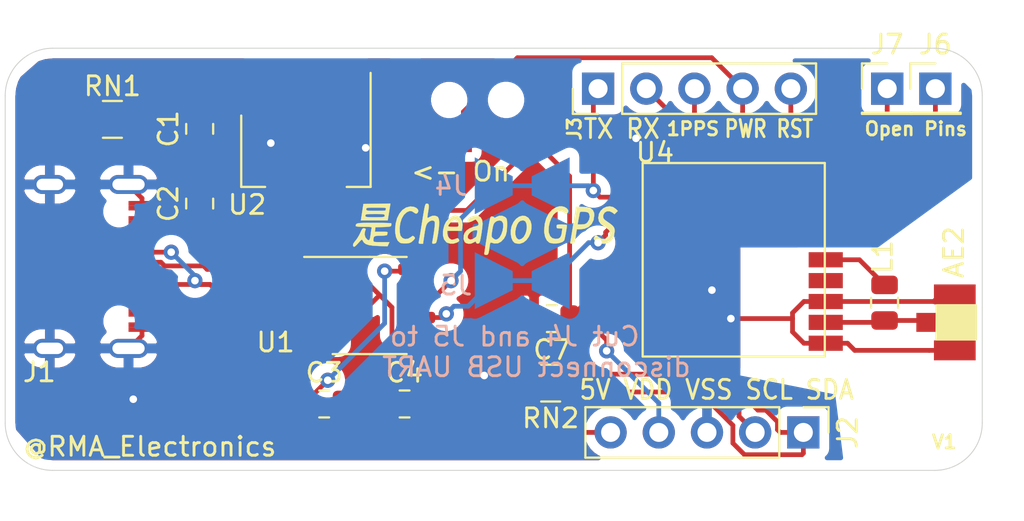
<source format=kicad_pcb>
(kicad_pcb (version 20171130) (host pcbnew 5.1.5)

  (general
    (thickness 1.6)
    (drawings 16)
    (tracks 221)
    (zones 0)
    (modules 22)
    (nets 27)
  )

  (page A4)
  (layers
    (0 F.Cu signal)
    (31 B.Cu signal)
    (32 B.Adhes user)
    (33 F.Adhes user)
    (34 B.Paste user)
    (35 F.Paste user)
    (36 B.SilkS user)
    (37 F.SilkS user)
    (38 B.Mask user)
    (39 F.Mask user)
    (40 Dwgs.User user)
    (41 Cmts.User user)
    (42 Eco1.User user)
    (43 Eco2.User user)
    (44 Edge.Cuts user)
    (45 Margin user)
    (46 B.CrtYd user)
    (47 F.CrtYd user)
    (48 B.Fab user)
    (49 F.Fab user)
  )

  (setup
    (last_trace_width 0.25)
    (trace_clearance 0.2)
    (zone_clearance 0.508)
    (zone_45_only no)
    (trace_min 0.2)
    (via_size 0.8)
    (via_drill 0.4)
    (via_min_size 0.4)
    (via_min_drill 0.3)
    (uvia_size 0.3)
    (uvia_drill 0.1)
    (uvias_allowed no)
    (uvia_min_size 0.2)
    (uvia_min_drill 0.1)
    (edge_width 0.05)
    (segment_width 0.2)
    (pcb_text_width 0.3)
    (pcb_text_size 1.5 1.5)
    (mod_edge_width 0.12)
    (mod_text_size 1 1)
    (mod_text_width 0.15)
    (pad_size 1.524 1.524)
    (pad_drill 0.762)
    (pad_to_mask_clearance 0.051)
    (solder_mask_min_width 0.25)
    (aux_axis_origin 0 0)
    (visible_elements FFFFFF7F)
    (pcbplotparams
      (layerselection 0x010fc_ffffffff)
      (usegerberextensions false)
      (usegerberattributes false)
      (usegerberadvancedattributes false)
      (creategerberjobfile false)
      (excludeedgelayer true)
      (linewidth 0.100000)
      (plotframeref false)
      (viasonmask false)
      (mode 1)
      (useauxorigin false)
      (hpglpennumber 1)
      (hpglpenspeed 20)
      (hpglpendiameter 15.000000)
      (psnegative false)
      (psa4output false)
      (plotreference true)
      (plotvalue true)
      (plotinvisibletext false)
      (padsonsilk false)
      (subtractmaskfromsilk false)
      (outputformat 1)
      (mirror false)
      (drillshape 0)
      (scaleselection 1)
      (outputdirectory "Gerber/"))
  )

  (net 0 "")
  (net 1 VSS)
  (net 2 +5V)
  (net 3 VDD)
  (net 4 "Net-(C3-Pad1)")
  (net 5 D-)
  (net 6 D+)
  (net 7 "Net-(J1-PadB5)")
  (net 8 "Net-(J1-PadA5)")
  (net 9 "Net-(J1-PadA8)")
  (net 10 SDA)
  (net 11 SCL)
  (net 12 nRESET)
  (net 13 On\Off)
  (net 14 1PPS)
  (net 15 RXD)
  (net 16 TXD)
  (net 17 RX)
  (net 18 TX)
  (net 19 "Net-(J6-Pad1)")
  (net 20 "Net-(J7-Pad1)")
  (net 21 "Net-(L1-Pad1)")
  (net 22 "Net-(U1-Pad4)")
  (net 23 "Net-(U4-Pad7)")
  (net 24 "Net-(U4-Pad13)")
  (net 25 "Net-(AE2-Pad1)")
  (net 26 "Net-(J1-PadB8)")

  (net_class Default "This is the default net class."
    (clearance 0.2)
    (trace_width 0.25)
    (via_dia 0.8)
    (via_drill 0.4)
    (uvia_dia 0.3)
    (uvia_drill 0.1)
    (add_net +5V)
    (add_net 1PPS)
    (add_net D+)
    (add_net D-)
    (add_net "Net-(AE2-Pad1)")
    (add_net "Net-(C3-Pad1)")
    (add_net "Net-(J1-PadA5)")
    (add_net "Net-(J1-PadA8)")
    (add_net "Net-(J1-PadB5)")
    (add_net "Net-(J1-PadB8)")
    (add_net "Net-(J6-Pad1)")
    (add_net "Net-(J7-Pad1)")
    (add_net "Net-(L1-Pad1)")
    (add_net "Net-(U1-Pad4)")
    (add_net "Net-(U4-Pad13)")
    (add_net "Net-(U4-Pad7)")
    (add_net On\Off)
    (add_net RX)
    (add_net RXD)
    (add_net SCL)
    (add_net SDA)
    (add_net TX)
    (add_net TXD)
    (add_net VDD)
    (add_net VSS)
    (add_net nRESET)
  )

  (module NFCBuisness:W (layer F.Cu) (tedit 0) (tstamp 5E148789)
    (at 116.75 72.5)
    (fp_text reference Ref** (at 0 0) (layer F.SilkS) hide
      (effects (font (size 1.27 1.27) (thickness 0.15)))
    )
    (fp_text value Val** (at 0 0) (layer F.SilkS) hide
      (effects (font (size 1.27 1.27) (thickness 0.15)))
    )
    (fp_poly (pts (xy -1.630587 -2.420899) (xy -1.447524 -2.328559) (xy -1.311592 -2.194757) (xy -1.304211 -2.183555)
      (xy -1.265704 -2.11344) (xy -1.244213 -2.038839) (xy -1.23774 -1.938094) (xy -1.244287 -1.789546)
      (xy -1.255088 -1.651) (xy -1.268682 -1.442824) (xy -1.279873 -1.184894) (xy -1.287394 -0.912114)
      (xy -1.289962 -0.690936) (xy -1.289221 -0.458958) (xy -1.284387 -0.294975) (xy -1.273305 -0.182336)
      (xy -1.25382 -0.10439) (xy -1.223775 -0.044488) (xy -1.202268 -0.013603) (xy -1.116398 0.071274)
      (xy -1.002822 0.111004) (xy -0.929984 0.119227) (xy -0.68211 0.100096) (xy -0.454281 0.00289)
      (xy -0.240656 -0.175182) (xy -0.185776 -0.236175) (xy -0.081108 -0.349759) (xy 0.009066 -0.431822)
      (xy 0.066141 -0.465547) (xy 0.068112 -0.465666) (xy 0.123755 -0.432548) (xy 0.197182 -0.348904)
      (xy 0.229505 -0.301607) (xy 0.376869 -0.110873) (xy 0.526913 0.003226) (xy 0.674284 0.03902)
      (xy 0.813631 -0.005163) (xy 0.907971 -0.089777) (xy 0.988653 -0.198585) (xy 1.058934 -0.326542)
      (xy 1.126082 -0.490779) (xy 1.197364 -0.708426) (xy 1.255985 -0.910166) (xy 1.31545 -1.12099)
      (xy 1.377683 -1.340443) (xy 1.431333 -1.528529) (xy 1.442246 -1.566558) (xy 1.521416 -1.84195)
      (xy 1.949565 -2.005418) (xy 2.167567 -2.084028) (xy 2.315998 -2.126297) (xy 2.401001 -2.133773)
      (xy 2.422145 -2.124455) (xy 2.452677 -2.065526) (xy 2.41974 -2.005855) (xy 2.317286 -1.940366)
      (xy 2.13927 -1.863979) (xy 2.089887 -1.8454) (xy 1.930263 -1.78316) (xy 1.799296 -1.726134)
      (xy 1.71927 -1.684217) (xy 1.708527 -1.676067) (xy 1.680315 -1.619963) (xy 1.636526 -1.498254)
      (xy 1.582553 -1.327363) (xy 1.52379 -1.123712) (xy 1.507251 -1.063196) (xy 1.396737 -0.68139)
      (xy 1.290651 -0.376432) (xy 1.184846 -0.140938) (xy 1.075173 0.032475) (xy 0.957485 0.15119)
      (xy 0.827635 0.222591) (xy 0.776069 0.238398) (xy 0.602379 0.241191) (xy 0.418574 0.174646)
      (xy 0.246259 0.047924) (xy 0.192569 -0.009056) (xy 0.041511 -0.185533) (xy -0.128458 -0.008645)
      (xy -0.312966 0.157866) (xy -0.496288 0.260737) (xy -0.709082 0.314778) (xy -0.823587 0.327186)
      (xy -0.981029 0.333485) (xy -1.090094 0.317957) (xy -1.185756 0.27362) (xy -1.227666 0.246552)
      (xy -1.355913 0.118677) (xy -1.447302 -0.068507) (xy -1.502345 -0.318683) (xy -1.521551 -0.635539)
      (xy -1.505431 -1.022758) (xy -1.460818 -1.436924) (xy -1.432055 -1.688127) (xy -1.424811 -1.871541)
      (xy -1.442863 -2.002167) (xy -1.489991 -2.095003) (xy -1.569973 -2.165049) (xy -1.656298 -2.212878)
      (xy -1.801342 -2.257899) (xy -1.939703 -2.239415) (xy -2.087459 -2.15265) (xy -2.203421 -2.05035)
      (xy -2.298884 -1.96489) (xy -2.361491 -1.934189) (xy -2.413708 -1.94891) (xy -2.426473 -1.957639)
      (xy -2.473927 -2.002339) (xy -2.467648 -2.051331) (xy -2.429475 -2.110518) (xy -2.32004 -2.223928)
      (xy -2.167499 -2.330713) (xy -2.002595 -2.413218) (xy -1.856072 -2.453788) (xy -1.829026 -2.455333)
      (xy -1.630587 -2.420899)) (layer F.Cu) (width 0.01))
  )

  (module ATGM336H:GPSLogo (layer F.Cu) (tedit 0) (tstamp 5E1481EC)
    (at 130.5 63.25)
    (fp_text reference Ref** (at 0 0) (layer F.SilkS) hide
      (effects (font (size 1.27 1.27) (thickness 0.15)))
    )
    (fp_text value Val** (at 0 0) (layer F.SilkS) hide
      (effects (font (size 1.27 1.27) (thickness 0.15)))
    )
    (fp_poly (pts (xy -4.973329 -1.133458) (xy -4.996227 -0.98882) (xy -5.025325 -0.808559) (xy -5.045071 -0.687916)
      (xy -5.088692 -0.423333) (xy -6.503478 -0.423333) (xy -6.464558 -0.677333) (xy -6.265334 -0.677333)
      (xy -6.26035 -0.641593) (xy -6.236044 -0.617625) (xy -6.178385 -0.60309) (xy -6.073344 -0.59565)
      (xy -5.906889 -0.592967) (xy -5.757334 -0.592666) (xy -5.542893 -0.593497) (xy -5.399083 -0.597548)
      (xy -5.311875 -0.607158) (xy -5.267237 -0.624665) (xy -5.251139 -0.652407) (xy -5.249334 -0.677333)
      (xy -5.254318 -0.713073) (xy -5.278624 -0.737042) (xy -5.336282 -0.751576) (xy -5.441324 -0.759016)
      (xy -5.607778 -0.761699) (xy -5.757334 -0.762) (xy -5.971775 -0.761169) (xy -6.115584 -0.757118)
      (xy -6.202793 -0.747508) (xy -6.247431 -0.730002) (xy -6.263529 -0.702259) (xy -6.265334 -0.677333)
      (xy -6.464558 -0.677333) (xy -6.436989 -0.85725) (xy -6.412664 -1.016) (xy -6.223 -1.016)
      (xy -6.218016 -0.98026) (xy -6.19371 -0.956291) (xy -6.136052 -0.941757) (xy -6.031011 -0.934317)
      (xy -5.864556 -0.931634) (xy -5.715 -0.931333) (xy -5.518885 -0.932713) (xy -5.357944 -0.936474)
      (xy -5.248538 -0.942045) (xy -5.207027 -0.948856) (xy -5.207 -0.949037) (xy -5.193831 -0.9988)
      (xy -5.181305 -1.033704) (xy -5.17949 -1.061557) (xy -5.207593 -1.080519) (xy -5.278118 -1.092236)
      (xy -5.403567 -1.098358) (xy -5.596445 -1.100532) (xy -5.689305 -1.100666) (xy -5.910002 -1.099907)
      (xy -6.059733 -1.096181) (xy -6.152194 -1.087314) (xy -6.201083 -1.071135) (xy -6.220096 -1.04547)
      (xy -6.223 -1.016) (xy -6.412664 -1.016) (xy -6.3705 -1.291166) (xy -5.657854 -1.302791)
      (xy -4.945207 -1.314416) (xy -4.973329 -1.133458)) (layer F.SilkS) (width 0.01))
    (fp_poly (pts (xy 6.789353 -1.128971) (xy 6.931895 -1.030619) (xy 7.038664 -0.92385) (xy 6.867359 -0.752545)
      (xy 6.739084 -0.847383) (xy 6.59682 -0.911211) (xy 6.459032 -0.904968) (xy 6.345738 -0.837773)
      (xy 6.276952 -0.718743) (xy 6.265333 -0.631574) (xy 6.282393 -0.539856) (xy 6.345613 -0.460474)
      (xy 6.438273 -0.391181) (xy 6.625201 -0.26166) (xy 6.75079 -0.160554) (xy 6.826671 -0.073337)
      (xy 6.864474 0.014519) (xy 6.875829 0.117542) (xy 6.875789 0.155334) (xy 6.837909 0.397338)
      (xy 6.737709 0.58968) (xy 6.582254 0.724854) (xy 6.378607 0.795354) (xy 6.265333 0.804017)
      (xy 6.07405 0.777038) (xy 5.935828 0.719266) (xy 5.812426 0.623992) (xy 5.769824 0.534101)
      (xy 5.80514 0.442122) (xy 5.821357 0.422755) (xy 5.8732 0.372554) (xy 5.917771 0.369311)
      (xy 5.985519 0.416505) (xy 6.020239 0.445498) (xy 6.184337 0.542147) (xy 6.344843 0.558452)
      (xy 6.492007 0.494516) (xy 6.551083 0.439814) (xy 6.631038 0.318368) (xy 6.640195 0.20339)
      (xy 6.575372 0.087823) (xy 6.433386 -0.035394) (xy 6.297051 -0.123624) (xy 6.1349 -0.244059)
      (xy 6.044157 -0.37707) (xy 6.011923 -0.543021) (xy 6.011333 -0.574659) (xy 6.045943 -0.772778)
      (xy 6.139375 -0.938904) (xy 6.27603 -1.065313) (xy 6.44031 -1.144277) (xy 6.616617 -1.168072)
      (xy 6.789353 -1.128971)) (layer F.SilkS) (width 0.01))
    (fp_poly (pts (xy 5.397028 -1.125504) (xy 5.591758 -1.070653) (xy 5.719763 -0.974904) (xy 5.786494 -0.834712)
      (xy 5.799666 -0.7076) (xy 5.763832 -0.450022) (xy 5.661323 -0.238652) (xy 5.499632 -0.081148)
      (xy 5.286252 0.014833) (xy 5.065893 0.042334) (xy 4.879734 0.042334) (xy 4.821117 0.41275)
      (xy 4.791896 0.589571) (xy 4.767262 0.699531) (xy 4.739268 0.759505) (xy 4.699967 0.786366)
      (xy 4.641416 0.796989) (xy 4.640114 0.797138) (xy 4.555094 0.799353) (xy 4.53137 0.762303)
      (xy 4.541299 0.691305) (xy 4.555037 0.613786) (xy 4.579611 0.467418) (xy 4.612595 0.266974)
      (xy 4.65156 0.027227) (xy 4.689994 -0.211666) (xy 4.921597 -0.211666) (xy 5.12982 -0.211666)
      (xy 5.273877 -0.221512) (xy 5.370104 -0.25926) (xy 5.437223 -0.318685) (xy 5.528032 -0.465983)
      (xy 5.558767 -0.630517) (xy 5.526871 -0.773594) (xy 5.4804 -0.832988) (xy 5.399909 -0.86527)
      (xy 5.261206 -0.880548) (xy 5.132856 -0.88556) (xy 5.065159 -0.872941) (xy 5.034261 -0.830243)
      (xy 5.017804 -0.753548) (xy 4.994762 -0.622879) (xy 4.966618 -0.464223) (xy 4.957452 -0.41275)
      (xy 4.921597 -0.211666) (xy 4.689994 -0.211666) (xy 4.694078 -0.23705) (xy 4.701868 -0.28575)
      (xy 4.838864 -1.143) (xy 5.130125 -1.143) (xy 5.397028 -1.125504)) (layer F.SilkS) (width 0.01))
    (fp_poly (pts (xy 4.233274 -1.130729) (xy 4.345446 -1.063623) (xy 4.41606 -0.978529) (xy 4.430314 -0.887053)
      (xy 4.389208 -0.815066) (xy 4.337574 -0.777379) (xy 4.2829 -0.788816) (xy 4.209815 -0.840953)
      (xy 4.074906 -0.916128) (xy 3.939346 -0.918791) (xy 3.781619 -0.849161) (xy 3.775399 -0.845397)
      (xy 3.647474 -0.725493) (xy 3.537081 -0.544617) (xy 3.452298 -0.325932) (xy 3.401205 -0.092602)
      (xy 3.391881 0.132207) (xy 3.403046 0.222205) (xy 3.468891 0.397962) (xy 3.585596 0.508772)
      (xy 3.748271 0.550153) (xy 3.761224 0.550334) (xy 3.910155 0.532563) (xy 4.005767 0.469772)
      (xy 4.062106 0.347744) (xy 4.085336 0.22225) (xy 4.114278 0) (xy 3.962139 0)
      (xy 3.860232 -0.007429) (xy 3.817787 -0.041175) (xy 3.81 -0.105833) (xy 3.814825 -0.162725)
      (xy 3.842052 -0.194412) (xy 3.910809 -0.208254) (xy 4.040225 -0.211605) (xy 4.085166 -0.211666)
      (xy 4.250786 -0.205276) (xy 4.339676 -0.185204) (xy 4.360275 -0.15875) (xy 4.352791 -0.084006)
      (xy 4.333375 0.043428) (xy 4.306445 0.199587) (xy 4.276423 0.360506) (xy 4.247727 0.502219)
      (xy 4.224777 0.600763) (xy 4.214621 0.631029) (xy 4.124707 0.707218) (xy 3.978592 0.761971)
      (xy 3.802862 0.7916) (xy 3.624102 0.792417) (xy 3.468897 0.760735) (xy 3.423982 0.740703)
      (xy 3.29861 0.626849) (xy 3.209348 0.449114) (xy 3.162677 0.222933) (xy 3.157297 0.105834)
      (xy 3.186347 -0.236751) (xy 3.269331 -0.53893) (xy 3.401071 -0.792334) (xy 3.576387 -0.988593)
      (xy 3.7901 -1.119337) (xy 3.943467 -1.164551) (xy 4.094347 -1.16824) (xy 4.233274 -1.130729)) (layer F.SilkS) (width 0.01))
    (fp_poly (pts (xy 2.169754 -0.655716) (xy 2.31761 -0.567215) (xy 2.328476 -0.556703) (xy 2.438371 -0.393621)
      (xy 2.489735 -0.197143) (xy 2.488426 0.016925) (xy 2.4403 0.232773) (xy 2.351216 0.434592)
      (xy 2.227031 0.606574) (xy 2.073602 0.732911) (xy 1.896786 0.797793) (xy 1.824656 0.803046)
      (xy 1.700229 0.790429) (xy 1.603345 0.761482) (xy 1.598082 0.758609) (xy 1.501831 0.658097)
      (xy 1.434236 0.498435) (xy 1.399039 0.30139) (xy 1.399673 0.15778) (xy 1.637642 0.15778)
      (xy 1.641284 0.330262) (xy 1.684753 0.467785) (xy 1.710477 0.503398) (xy 1.782164 0.571896)
      (xy 1.846621 0.587122) (xy 1.941089 0.554973) (xy 1.965883 0.543823) (xy 2.072882 0.45451)
      (xy 2.162124 0.304919) (xy 2.222676 0.119163) (xy 2.243666 -0.068774) (xy 2.223117 -0.262017)
      (xy 2.160924 -0.381928) (xy 2.056269 -0.429351) (xy 1.914873 -0.407388) (xy 1.81244 -0.332245)
      (xy 1.728542 -0.197191) (xy 1.668502 -0.025944) (xy 1.637642 0.15778) (xy 1.399673 0.15778)
      (xy 1.399978 0.088726) (xy 1.440794 -0.117787) (xy 1.445179 -0.131266) (xy 1.545699 -0.344645)
      (xy 1.681147 -0.509911) (xy 1.838792 -0.620932) (xy 2.005905 -0.671578) (xy 2.169754 -0.655716)) (layer F.SilkS) (width 0.01))
    (fp_poly (pts (xy -0.315171 -0.662876) (xy -0.186647 -0.583293) (xy -0.108895 -0.439616) (xy -0.087298 -0.258874)
      (xy -0.095795 -0.130475) (xy -0.116384 0.051108) (xy -0.145424 0.255865) (xy -0.162365 0.359834)
      (xy -0.19721 0.553273) (xy -0.22601 0.678325) (xy -0.254654 0.750422) (xy -0.289032 0.784997)
      (xy -0.329067 0.796694) (xy -0.406984 0.785447) (xy -0.423334 0.743778) (xy -0.440335 0.686627)
      (xy -0.49696 0.694622) (xy -0.569008 0.74218) (xy -0.692574 0.795878) (xy -0.835901 0.80366)
      (xy -0.965053 0.767853) (xy -1.034767 0.710247) (xy -1.093574 0.555432) (xy -1.089516 0.486082)
      (xy -0.87022 0.486082) (xy -0.846635 0.529205) (xy -0.75104 0.587408) (xy -0.626913 0.56595)
      (xy -0.54917 0.522038) (xy -0.46959 0.467859) (xy -0.42854 0.439049) (xy -0.411668 0.393595)
      (xy -0.388852 0.294964) (xy -0.381307 0.255678) (xy -0.366001 0.146731) (xy -0.37814 0.097297)
      (xy -0.424588 0.084765) (xy -0.433204 0.084667) (xy -0.573695 0.111522) (xy -0.702707 0.18129)
      (xy -0.805175 0.277771) (xy -0.866034 0.384768) (xy -0.87022 0.486082) (xy -1.089516 0.486082)
      (xy -1.082726 0.370081) (xy -1.033232 0.230519) (xy -0.932308 0.103278) (xy -0.769003 -0.007028)
      (xy -0.565513 -0.087353) (xy -0.447965 -0.113471) (xy -0.332976 -0.154268) (xy -0.296092 -0.227134)
      (xy -0.337107 -0.33281) (xy -0.373118 -0.381778) (xy -0.449902 -0.476602) (xy -0.650201 -0.388)
      (xy -0.770798 -0.338854) (xy -0.836809 -0.326646) (xy -0.868611 -0.348955) (xy -0.87428 -0.361366)
      (xy -0.877555 -0.470471) (xy -0.798275 -0.56347) (xy -0.700455 -0.615745) (xy -0.488448 -0.674861)
      (xy -0.315171 -0.662876)) (layer F.SilkS) (width 0.01))
    (fp_poly (pts (xy -1.368139 -0.643339) (xy -1.252019 -0.544221) (xy -1.174141 -0.392209) (xy -1.144878 -0.195228)
      (xy -1.16093 -0.023532) (xy -1.18917 0.127) (xy -1.947334 0.127) (xy -1.947334 0.267184)
      (xy -1.917698 0.40379) (xy -1.842141 0.518312) (xy -1.740687 0.585055) (xy -1.693677 0.592667)
      (xy -1.594523 0.575294) (xy -1.501794 0.542157) (xy -1.414665 0.513326) (xy -1.365414 0.534687)
      (xy -1.352284 0.55274) (xy -1.318045 0.626606) (xy -1.340017 0.679366) (xy -1.429398 0.735674)
      (xy -1.437232 0.739746) (xy -1.614462 0.795559) (xy -1.800868 0.796679) (xy -1.963473 0.744407)
      (xy -2.004104 0.717397) (xy -2.116267 0.577055) (xy -2.174227 0.382062) (xy -2.174865 0.145289)
      (xy -2.162569 0.063423) (xy -2.115426 -0.123752) (xy -1.905 -0.123752) (xy -1.866391 -0.103848)
      (xy -1.76537 -0.08977) (xy -1.629834 -0.084666) (xy -1.482032 -0.086132) (xy -1.399723 -0.096121)
      (xy -1.363736 -0.123028) (xy -1.354896 -0.175242) (xy -1.354667 -0.205105) (xy -1.384759 -0.327794)
      (xy -1.460467 -0.417336) (xy -1.559936 -0.452592) (xy -1.603774 -0.446053) (xy -1.681355 -0.399041)
      (xy -1.773265 -0.315069) (xy -1.854858 -0.220509) (xy -1.901487 -0.141732) (xy -1.905 -0.123752)
      (xy -2.115426 -0.123752) (xy -2.103635 -0.170565) (xy -2.016876 -0.34973) (xy -1.887047 -0.502978)
      (xy -1.84219 -0.544049) (xy -1.673599 -0.65118) (xy -1.512124 -0.681634) (xy -1.368139 -0.643339)) (layer F.SilkS) (width 0.01))
    (fp_poly (pts (xy -2.960837 -1.298226) (xy -2.92785 -1.247786) (xy -2.920958 -1.148833) (xy -2.938771 -0.989189)
      (xy -2.966245 -0.829131) (xy -2.987141 -0.694667) (xy -2.994898 -0.597179) (xy -2.99015 -0.563038)
      (xy -2.944409 -0.568778) (xy -2.871985 -0.609515) (xy -2.738049 -0.665648) (xy -2.592791 -0.670916)
      (xy -2.470595 -0.626084) (xy -2.440728 -0.599916) (xy -2.393559 -0.500226) (xy -2.37506 -0.334413)
      (xy -2.385262 -0.098514) (xy -2.424196 0.211434) (xy -2.4483 0.359834) (xy -2.482007 0.551174)
      (xy -2.508899 0.674613) (xy -2.535848 0.745803) (xy -2.569727 0.780396) (xy -2.617409 0.794044)
      (xy -2.640236 0.796955) (xy -2.723384 0.798827) (xy -2.745846 0.760866) (xy -2.735492 0.691121)
      (xy -2.697658 0.488185) (xy -2.663059 0.272418) (xy -2.634067 0.062706) (xy -2.613056 -0.122063)
      (xy -2.6024 -0.263001) (xy -2.604472 -0.341221) (xy -2.605345 -0.344477) (xy -2.662826 -0.410355)
      (xy -2.760308 -0.422468) (xy -2.874435 -0.383213) (xy -2.97118 -0.306916) (xy -3.021197 -0.242186)
      (xy -3.060151 -0.159355) (xy -3.093259 -0.040812) (xy -3.125739 0.131053) (xy -3.153028 0.306917)
      (xy -3.226524 0.804334) (xy -3.351782 0.804334) (xy -3.438989 0.793916) (xy -3.460852 0.754296)
      (xy -3.456068 0.73025) (xy -3.443661 0.668682) (xy -3.420249 0.536201) (xy -3.387967 0.345535)
      (xy -3.348953 0.109412) (xy -3.305344 -0.159441) (xy -3.278354 -0.328083) (xy -3.22851 -0.639413)
      (xy -3.189196 -0.877047) (xy -3.157816 -1.050933) (xy -3.131771 -1.171016) (xy -3.108463 -1.247245)
      (xy -3.085295 -1.289565) (xy -3.05967 -1.307925) (xy -3.028988 -1.31227) (xy -3.021306 -1.312333)
      (xy -2.960837 -1.298226)) (layer F.SilkS) (width 0.01))
    (fp_poly (pts (xy -3.715957 -1.141754) (xy -3.586731 -1.08687) (xy -3.50139 -1.007962) (xy -3.471927 -0.917416)
      (xy -3.510335 -0.827621) (xy -3.533528 -0.805417) (xy -3.591416 -0.779944) (xy -3.662636 -0.808812)
      (xy -3.70857 -0.842567) (xy -3.822925 -0.913073) (xy -3.92858 -0.92241) (xy -4.055243 -0.870793)
      (xy -4.098601 -0.845397) (xy -4.237716 -0.715875) (xy -4.349732 -0.522786) (xy -4.426508 -0.285079)
      (xy -4.459902 -0.021705) (xy -4.460394 -0.003328) (xy -4.453624 0.190473) (xy -4.427322 0.340911)
      (xy -4.407181 0.393085) (xy -4.304724 0.507725) (xy -4.166525 0.556061) (xy -4.011163 0.536735)
      (xy -3.857217 0.448385) (xy -3.841303 0.434518) (xy -3.777629 0.388694) (xy -3.72696 0.405679)
      (xy -3.693429 0.437095) (xy -3.653971 0.486109) (xy -3.65827 0.532124) (xy -3.713855 0.600087)
      (xy -3.755337 0.642208) (xy -3.856754 0.727415) (xy -3.964629 0.771228) (xy -4.114007 0.789523)
      (xy -4.262593 0.788279) (xy -4.390466 0.769735) (xy -4.437576 0.753618) (xy -4.561009 0.644944)
      (xy -4.646937 0.466757) (xy -4.692364 0.226857) (xy -4.699 0.072728) (xy -4.671916 -0.250669)
      (xy -4.594795 -0.539194) (xy -4.473835 -0.783549) (xy -4.315232 -0.974439) (xy -4.125184 -1.102566)
      (xy -3.909888 -1.158636) (xy -3.877074 -1.160229) (xy -3.715957 -1.141754)) (layer F.SilkS) (width 0.01))
    (fp_poly (pts (xy -5.556043 -0.295268) (xy -5.318149 -0.292291) (xy -5.122414 -0.287728) (xy -4.981574 -0.281905)
      (xy -4.908364 -0.275149) (xy -4.90116 -0.272715) (xy -4.890928 -0.217315) (xy -4.898656 -0.16836)
      (xy -4.917617 -0.130405) (xy -4.961452 -0.105438) (xy -5.046379 -0.089954) (xy -5.188614 -0.080448)
      (xy -5.327968 -0.075561) (xy -5.736167 -0.0635) (xy -5.749562 0.052917) (xy -5.762958 0.169334)
      (xy -5.41695 0.169334) (xy -5.245981 0.171391) (xy -5.144902 0.179616) (xy -5.098992 0.197085)
      (xy -5.09353 0.226876) (xy -5.096638 0.236296) (xy -5.119481 0.316947) (xy -5.122334 0.342129)
      (xy -5.161292 0.360289) (xy -5.264726 0.373915) (xy -5.412472 0.380662) (xy -5.456471 0.381)
      (xy -5.638685 0.384874) (xy -5.752343 0.40303) (xy -5.813438 0.44527) (xy -5.837962 0.521396)
      (xy -5.842 0.617296) (xy -5.839027 0.663795) (xy -5.81979 0.693526) (xy -5.768818 0.710238)
      (xy -5.670639 0.71768) (xy -5.50978 0.719603) (xy -5.419575 0.719667) (xy -4.997149 0.719667)
      (xy -5.047284 0.829702) (xy -5.09742 0.939737) (xy -5.586127 0.923376) (xy -5.871486 0.906158)
      (xy -6.084434 0.873779) (xy -6.236458 0.822465) (xy -6.339043 0.748445) (xy -6.400063 0.656108)
      (xy -6.426893 0.604308) (xy -6.455635 0.590391) (xy -6.502064 0.621599) (xy -6.581956 0.705176)
      (xy -6.634984 0.763977) (xy -6.752889 0.889664) (xy -6.830211 0.954213) (xy -6.878696 0.963044)
      (xy -6.910093 0.921578) (xy -6.919512 0.895265) (xy -6.907042 0.806869) (xy -6.822113 0.684149)
      (xy -6.797306 0.656279) (xy -6.699632 0.527725) (xy -6.59912 0.361294) (xy -6.536107 0.233762)
      (xy -6.471034 0.093319) (xy -6.421445 0.016736) (xy -6.373692 -0.011628) (xy -6.323882 -0.009414)
      (xy -6.260772 0.009237) (xy -6.248012 0.048519) (xy -6.278459 0.135418) (xy -6.282785 0.145803)
      (xy -6.309574 0.311576) (xy -6.261492 0.472802) (xy -6.167842 0.585744) (xy -6.100317 0.623047)
      (xy -6.052394 0.598246) (xy -6.018318 0.50358) (xy -5.99473 0.352209) (xy -5.974603 0.199884)
      (xy -5.953501 0.068939) (xy -5.941839 0.012352) (xy -5.933697 -0.031479) (xy -5.945459 -0.059605)
      (xy -5.991615 -0.07551) (xy -6.086654 -0.082678) (xy -6.245066 -0.084592) (xy -6.345411 -0.084666)
      (xy -6.524151 -0.088241) (xy -6.66626 -0.097887) (xy -6.753916 -0.111984) (xy -6.773334 -0.123537)
      (xy -6.770738 -0.179343) (xy -6.756077 -0.221623) (xy -6.719037 -0.252255) (xy -6.649307 -0.273114)
      (xy -6.536575 -0.286075) (xy -6.370526 -0.293015) (xy -6.140851 -0.295809) (xy -5.837235 -0.296333)
      (xy -5.82336 -0.296333) (xy -5.556043 -0.295268)) (layer F.SilkS) (width 0.01))
    (fp_poly (pts (xy 0.956286 -0.665152) (xy 1.102459 -0.599583) (xy 1.10656 -0.59632) (xy 1.154847 -0.549997)
      (xy 1.184427 -0.493292) (xy 1.199733 -0.405836) (xy 1.205196 -0.267259) (xy 1.205571 -0.141236)
      (xy 1.188664 0.139354) (xy 1.134686 0.359543) (xy 1.03639 0.538169) (xy 0.886532 0.694071)
      (xy 0.883192 0.696891) (xy 0.7187 0.783308) (xy 0.529656 0.791735) (xy 0.376502 0.745491)
      (xy 0.336218 0.741684) (xy 0.3093 0.78447) (xy 0.288701 0.889424) (xy 0.279847 0.959121)
      (xy 0.254186 1.156663) (xy 0.228983 1.284502) (xy 0.198235 1.357355) (xy 0.155938 1.389938)
      (xy 0.101244 1.397) (xy 0.023862 1.378172) (xy -0.000274 1.344084) (xy 0.006147 1.288642)
      (xy 0.024301 1.162159) (xy 0.052279 0.977154) (xy 0.088169 0.746146) (xy 0.130064 0.481654)
      (xy 0.148111 0.369196) (xy 0.387052 0.369196) (xy 0.394703 0.434567) (xy 0.421929 0.478175)
      (xy 0.464059 0.515211) (xy 0.55965 0.579034) (xy 0.639401 0.584656) (xy 0.722311 0.548918)
      (xy 0.819153 0.457008) (xy 0.902709 0.306605) (xy 0.965218 0.123702) (xy 0.998919 -0.065707)
      (xy 0.996053 -0.235628) (xy 0.977819 -0.306916) (xy 0.905421 -0.397043) (xy 0.793117 -0.425064)
      (xy 0.660232 -0.389372) (xy 0.582561 -0.339804) (xy 0.52491 -0.280573) (xy 0.483152 -0.196167)
      (xy 0.449469 -0.065568) (xy 0.422388 0.090741) (xy 0.396955 0.261456) (xy 0.387052 0.369196)
      (xy 0.148111 0.369196) (xy 0.154709 0.328084) (xy 0.204663 0.020334) (xy 0.244099 -0.213809)
      (xy 0.27563 -0.384384) (xy 0.301868 -0.501426) (xy 0.325427 -0.574972) (xy 0.348921 -0.615058)
      (xy 0.374961 -0.631722) (xy 0.405455 -0.635) (xy 0.487417 -0.615448) (xy 0.517707 -0.584711)
      (xy 0.553455 -0.562751) (xy 0.632837 -0.603336) (xy 0.636488 -0.605877) (xy 0.789262 -0.667488)
      (xy 0.956286 -0.665152)) (layer F.SilkS) (width 0.01))
  )

  (module ATGM336H:CuttableTrace (layer B.Cu) (tedit 5E139262) (tstamp 5E14638C)
    (at 132.5 63)
    (path /5E229E5A)
    (fp_text reference J5 (at -3.5 3.25) (layer B.SilkS)
      (effects (font (size 1 1) (thickness 0.15)) (justify mirror))
    )
    (fp_text value "Cuttable Trace" (at 0 0.5) (layer B.Fab)
      (effects (font (size 1 1) (thickness 0.15)) (justify mirror))
    )
    (pad "" smd rect (at 0 3 180) (size 2.2 0.25) (layers B.Cu B.Paste B.Mask))
    (pad 2 smd trapezoid (at 1.5 3 180) (size 2 2) (rect_delta 1 0 ) (layers B.Cu B.Paste B.Mask)
      (net 15 RXD))
    (pad 1 smd trapezoid (at -1.5 3) (size 2 2) (rect_delta 1 0 ) (layers B.Cu B.Paste B.Mask)
      (net 18 TX))
  )

  (module ATGM336H:CuttableTrace (layer B.Cu) (tedit 5E1391FC) (tstamp 5E146385)
    (at 132.5 58)
    (path /5E22765B)
    (fp_text reference J4 (at -3.75 3) (layer B.SilkS)
      (effects (font (size 1 1) (thickness 0.15)) (justify mirror))
    )
    (fp_text value "Cuttable Trace" (at 0 0.5) (layer B.Fab)
      (effects (font (size 1 1) (thickness 0.15)) (justify mirror))
    )
    (pad 1 smd trapezoid (at -1.5 3) (size 2 2) (rect_delta 1 0 ) (layers B.Cu B.Paste B.Mask)
      (net 17 RX))
    (pad 2 smd trapezoid (at 1.5 3 180) (size 2 2) (rect_delta 1 0 ) (layers B.Cu B.Paste B.Mask)
      (net 16 TXD))
    (pad "" smd rect (at 0 3 180) (size 2.2 0.25) (layers B.Cu B.Paste B.Mask))
  )

  (module Capacitor_SMD:C_0805_2012Metric (layer F.Cu) (tedit 5B36C52B) (tstamp 5E1462EC)
    (at 115.5 58 90)
    (descr "Capacitor SMD 0805 (2012 Metric), square (rectangular) end terminal, IPC_7351 nominal, (Body size source: https://docs.google.com/spreadsheets/d/1BsfQQcO9C6DZCsRaXUlFlo91Tg2WpOkGARC1WS5S8t0/edit?usp=sharing), generated with kicad-footprint-generator")
    (tags capacitor)
    (path /5C332E52)
    (attr smd)
    (fp_text reference C1 (at 0 -1.65 90) (layer F.SilkS)
      (effects (font (size 1 1) (thickness 0.15)))
    )
    (fp_text value 1uF (at 0 1.65 90) (layer F.Fab)
      (effects (font (size 1 1) (thickness 0.15)))
    )
    (fp_text user %R (at 0 0 90) (layer F.Fab)
      (effects (font (size 0.5 0.5) (thickness 0.08)))
    )
    (fp_line (start 1.68 0.95) (end -1.68 0.95) (layer F.CrtYd) (width 0.05))
    (fp_line (start 1.68 -0.95) (end 1.68 0.95) (layer F.CrtYd) (width 0.05))
    (fp_line (start -1.68 -0.95) (end 1.68 -0.95) (layer F.CrtYd) (width 0.05))
    (fp_line (start -1.68 0.95) (end -1.68 -0.95) (layer F.CrtYd) (width 0.05))
    (fp_line (start -0.258578 0.71) (end 0.258578 0.71) (layer F.SilkS) (width 0.12))
    (fp_line (start -0.258578 -0.71) (end 0.258578 -0.71) (layer F.SilkS) (width 0.12))
    (fp_line (start 1 0.6) (end -1 0.6) (layer F.Fab) (width 0.1))
    (fp_line (start 1 -0.6) (end 1 0.6) (layer F.Fab) (width 0.1))
    (fp_line (start -1 -0.6) (end 1 -0.6) (layer F.Fab) (width 0.1))
    (fp_line (start -1 0.6) (end -1 -0.6) (layer F.Fab) (width 0.1))
    (pad 2 smd roundrect (at 0.9375 0 90) (size 0.975 1.4) (layers F.Cu F.Paste F.Mask) (roundrect_rratio 0.25)
      (net 1 VSS))
    (pad 1 smd roundrect (at -0.9375 0 90) (size 0.975 1.4) (layers F.Cu F.Paste F.Mask) (roundrect_rratio 0.25)
      (net 2 +5V))
    (model ${KISYS3DMOD}/Capacitor_SMD.3dshapes/C_0805_2012Metric.wrl
      (at (xyz 0 0 0))
      (scale (xyz 1 1 1))
      (rotate (xyz 0 0 0))
    )
  )

  (module Capacitor_SMD:C_0805_2012Metric (layer F.Cu) (tedit 5B36C52B) (tstamp 5E1462FD)
    (at 115.5 61.9375 90)
    (descr "Capacitor SMD 0805 (2012 Metric), square (rectangular) end terminal, IPC_7351 nominal, (Body size source: https://docs.google.com/spreadsheets/d/1BsfQQcO9C6DZCsRaXUlFlo91Tg2WpOkGARC1WS5S8t0/edit?usp=sharing), generated with kicad-footprint-generator")
    (tags capacitor)
    (path /5C332F0A)
    (attr smd)
    (fp_text reference C2 (at 0 -1.65 90) (layer F.SilkS)
      (effects (font (size 1 1) (thickness 0.15)))
    )
    (fp_text value 1uF (at 0 1.65 90) (layer F.Fab)
      (effects (font (size 1 1) (thickness 0.15)))
    )
    (fp_line (start -1 0.6) (end -1 -0.6) (layer F.Fab) (width 0.1))
    (fp_line (start -1 -0.6) (end 1 -0.6) (layer F.Fab) (width 0.1))
    (fp_line (start 1 -0.6) (end 1 0.6) (layer F.Fab) (width 0.1))
    (fp_line (start 1 0.6) (end -1 0.6) (layer F.Fab) (width 0.1))
    (fp_line (start -0.258578 -0.71) (end 0.258578 -0.71) (layer F.SilkS) (width 0.12))
    (fp_line (start -0.258578 0.71) (end 0.258578 0.71) (layer F.SilkS) (width 0.12))
    (fp_line (start -1.68 0.95) (end -1.68 -0.95) (layer F.CrtYd) (width 0.05))
    (fp_line (start -1.68 -0.95) (end 1.68 -0.95) (layer F.CrtYd) (width 0.05))
    (fp_line (start 1.68 -0.95) (end 1.68 0.95) (layer F.CrtYd) (width 0.05))
    (fp_line (start 1.68 0.95) (end -1.68 0.95) (layer F.CrtYd) (width 0.05))
    (fp_text user %R (at 0 0 90) (layer F.Fab)
      (effects (font (size 0.5 0.5) (thickness 0.08)))
    )
    (pad 1 smd roundrect (at -0.9375 0 90) (size 0.975 1.4) (layers F.Cu F.Paste F.Mask) (roundrect_rratio 0.25)
      (net 3 VDD))
    (pad 2 smd roundrect (at 0.9375 0 90) (size 0.975 1.4) (layers F.Cu F.Paste F.Mask) (roundrect_rratio 0.25)
      (net 1 VSS))
    (model ${KISYS3DMOD}/Capacitor_SMD.3dshapes/C_0805_2012Metric.wrl
      (at (xyz 0 0 0))
      (scale (xyz 1 1 1))
      (rotate (xyz 0 0 0))
    )
  )

  (module Capacitor_SMD:C_0805_2012Metric (layer F.Cu) (tedit 5B36C52B) (tstamp 5E14630E)
    (at 122.0625 72.5)
    (descr "Capacitor SMD 0805 (2012 Metric), square (rectangular) end terminal, IPC_7351 nominal, (Body size source: https://docs.google.com/spreadsheets/d/1BsfQQcO9C6DZCsRaXUlFlo91Tg2WpOkGARC1WS5S8t0/edit?usp=sharing), generated with kicad-footprint-generator")
    (tags capacitor)
    (path /5C354B29)
    (attr smd)
    (fp_text reference C3 (at 0 -1.65) (layer F.SilkS)
      (effects (font (size 1 1) (thickness 0.15)))
    )
    (fp_text value 0.1uF (at 0 1.65) (layer F.Fab)
      (effects (font (size 1 1) (thickness 0.15)))
    )
    (fp_line (start -1 0.6) (end -1 -0.6) (layer F.Fab) (width 0.1))
    (fp_line (start -1 -0.6) (end 1 -0.6) (layer F.Fab) (width 0.1))
    (fp_line (start 1 -0.6) (end 1 0.6) (layer F.Fab) (width 0.1))
    (fp_line (start 1 0.6) (end -1 0.6) (layer F.Fab) (width 0.1))
    (fp_line (start -0.258578 -0.71) (end 0.258578 -0.71) (layer F.SilkS) (width 0.12))
    (fp_line (start -0.258578 0.71) (end 0.258578 0.71) (layer F.SilkS) (width 0.12))
    (fp_line (start -1.68 0.95) (end -1.68 -0.95) (layer F.CrtYd) (width 0.05))
    (fp_line (start -1.68 -0.95) (end 1.68 -0.95) (layer F.CrtYd) (width 0.05))
    (fp_line (start 1.68 -0.95) (end 1.68 0.95) (layer F.CrtYd) (width 0.05))
    (fp_line (start 1.68 0.95) (end -1.68 0.95) (layer F.CrtYd) (width 0.05))
    (fp_text user %R (at 0 0) (layer F.Fab)
      (effects (font (size 0.5 0.5) (thickness 0.08)))
    )
    (pad 1 smd roundrect (at -0.9375 0) (size 0.975 1.4) (layers F.Cu F.Paste F.Mask) (roundrect_rratio 0.25)
      (net 4 "Net-(C3-Pad1)"))
    (pad 2 smd roundrect (at 0.9375 0) (size 0.975 1.4) (layers F.Cu F.Paste F.Mask) (roundrect_rratio 0.25)
      (net 1 VSS))
    (model ${KISYS3DMOD}/Capacitor_SMD.3dshapes/C_0805_2012Metric.wrl
      (at (xyz 0 0 0))
      (scale (xyz 1 1 1))
      (rotate (xyz 0 0 0))
    )
  )

  (module Capacitor_SMD:C_0805_2012Metric (layer F.Cu) (tedit 5B36C52B) (tstamp 5E14631F)
    (at 126.3 72.5)
    (descr "Capacitor SMD 0805 (2012 Metric), square (rectangular) end terminal, IPC_7351 nominal, (Body size source: https://docs.google.com/spreadsheets/d/1BsfQQcO9C6DZCsRaXUlFlo91Tg2WpOkGARC1WS5S8t0/edit?usp=sharing), generated with kicad-footprint-generator")
    (tags capacitor)
    (path /5C354F6F)
    (attr smd)
    (fp_text reference C4 (at 0 -1.65) (layer F.SilkS)
      (effects (font (size 1 1) (thickness 0.15)))
    )
    (fp_text value 0.1uF (at 0 1.65) (layer F.Fab)
      (effects (font (size 1 1) (thickness 0.15)))
    )
    (fp_text user %R (at 0 0) (layer F.Fab)
      (effects (font (size 0.5 0.5) (thickness 0.08)))
    )
    (fp_line (start 1.68 0.95) (end -1.68 0.95) (layer F.CrtYd) (width 0.05))
    (fp_line (start 1.68 -0.95) (end 1.68 0.95) (layer F.CrtYd) (width 0.05))
    (fp_line (start -1.68 -0.95) (end 1.68 -0.95) (layer F.CrtYd) (width 0.05))
    (fp_line (start -1.68 0.95) (end -1.68 -0.95) (layer F.CrtYd) (width 0.05))
    (fp_line (start -0.258578 0.71) (end 0.258578 0.71) (layer F.SilkS) (width 0.12))
    (fp_line (start -0.258578 -0.71) (end 0.258578 -0.71) (layer F.SilkS) (width 0.12))
    (fp_line (start 1 0.6) (end -1 0.6) (layer F.Fab) (width 0.1))
    (fp_line (start 1 -0.6) (end 1 0.6) (layer F.Fab) (width 0.1))
    (fp_line (start -1 -0.6) (end 1 -0.6) (layer F.Fab) (width 0.1))
    (fp_line (start -1 0.6) (end -1 -0.6) (layer F.Fab) (width 0.1))
    (pad 2 smd roundrect (at 0.9375 0) (size 0.975 1.4) (layers F.Cu F.Paste F.Mask) (roundrect_rratio 0.25)
      (net 2 +5V))
    (pad 1 smd roundrect (at -0.9375 0) (size 0.975 1.4) (layers F.Cu F.Paste F.Mask) (roundrect_rratio 0.25)
      (net 1 VSS))
    (model ${KISYS3DMOD}/Capacitor_SMD.3dshapes/C_0805_2012Metric.wrl
      (at (xyz 0 0 0))
      (scale (xyz 1 1 1))
      (rotate (xyz 0 0 0))
    )
  )

  (module Capacitor_SMD:C_0805_2012Metric (layer F.Cu) (tedit 5B36C52B) (tstamp 5E146330)
    (at 134.0625 68 180)
    (descr "Capacitor SMD 0805 (2012 Metric), square (rectangular) end terminal, IPC_7351 nominal, (Body size source: https://docs.google.com/spreadsheets/d/1BsfQQcO9C6DZCsRaXUlFlo91Tg2WpOkGARC1WS5S8t0/edit?usp=sharing), generated with kicad-footprint-generator")
    (tags capacitor)
    (path /5E1EF707)
    (attr smd)
    (fp_text reference C7 (at 0 -1.65) (layer F.SilkS)
      (effects (font (size 1 1) (thickness 0.15)))
    )
    (fp_text value 10uF (at 0 1.65) (layer F.Fab)
      (effects (font (size 1 1) (thickness 0.15)))
    )
    (fp_line (start -1 0.6) (end -1 -0.6) (layer F.Fab) (width 0.1))
    (fp_line (start -1 -0.6) (end 1 -0.6) (layer F.Fab) (width 0.1))
    (fp_line (start 1 -0.6) (end 1 0.6) (layer F.Fab) (width 0.1))
    (fp_line (start 1 0.6) (end -1 0.6) (layer F.Fab) (width 0.1))
    (fp_line (start -0.258578 -0.71) (end 0.258578 -0.71) (layer F.SilkS) (width 0.12))
    (fp_line (start -0.258578 0.71) (end 0.258578 0.71) (layer F.SilkS) (width 0.12))
    (fp_line (start -1.68 0.95) (end -1.68 -0.95) (layer F.CrtYd) (width 0.05))
    (fp_line (start -1.68 -0.95) (end 1.68 -0.95) (layer F.CrtYd) (width 0.05))
    (fp_line (start 1.68 -0.95) (end 1.68 0.95) (layer F.CrtYd) (width 0.05))
    (fp_line (start 1.68 0.95) (end -1.68 0.95) (layer F.CrtYd) (width 0.05))
    (fp_text user %R (at 0 0) (layer F.Fab)
      (effects (font (size 0.5 0.5) (thickness 0.08)))
    )
    (pad 1 smd roundrect (at -0.9375 0 180) (size 0.975 1.4) (layers F.Cu F.Paste F.Mask) (roundrect_rratio 0.25)
      (net 3 VDD))
    (pad 2 smd roundrect (at 0.9375 0 180) (size 0.975 1.4) (layers F.Cu F.Paste F.Mask) (roundrect_rratio 0.25)
      (net 1 VSS))
    (model ${KISYS3DMOD}/Capacitor_SMD.3dshapes/C_0805_2012Metric.wrl
      (at (xyz 0 0 0))
      (scale (xyz 1 1 1))
      (rotate (xyz 0 0 0))
    )
  )

  (module Connector_PinHeader_2.54mm:PinHeader_1x05_P2.54mm_Vertical (layer F.Cu) (tedit 59FED5CC) (tstamp 5E146D4A)
    (at 147.32 74 270)
    (descr "Through hole straight pin header, 1x05, 2.54mm pitch, single row")
    (tags "Through hole pin header THT 1x05 2.54mm single row")
    (path /5E222FB4)
    (fp_text reference J2 (at 0 -2.33 90) (layer F.SilkS)
      (effects (font (size 1 1) (thickness 0.15)))
    )
    (fp_text value Conn_01x05 (at 0 12.49 90) (layer F.Fab)
      (effects (font (size 1 1) (thickness 0.15)))
    )
    (fp_line (start -0.635 -1.27) (end 1.27 -1.27) (layer F.Fab) (width 0.1))
    (fp_line (start 1.27 -1.27) (end 1.27 11.43) (layer F.Fab) (width 0.1))
    (fp_line (start 1.27 11.43) (end -1.27 11.43) (layer F.Fab) (width 0.1))
    (fp_line (start -1.27 11.43) (end -1.27 -0.635) (layer F.Fab) (width 0.1))
    (fp_line (start -1.27 -0.635) (end -0.635 -1.27) (layer F.Fab) (width 0.1))
    (fp_line (start -1.33 11.49) (end 1.33 11.49) (layer F.SilkS) (width 0.12))
    (fp_line (start -1.33 1.27) (end -1.33 11.49) (layer F.SilkS) (width 0.12))
    (fp_line (start 1.33 1.27) (end 1.33 11.49) (layer F.SilkS) (width 0.12))
    (fp_line (start -1.33 1.27) (end 1.33 1.27) (layer F.SilkS) (width 0.12))
    (fp_line (start -1.33 0) (end -1.33 -1.33) (layer F.SilkS) (width 0.12))
    (fp_line (start -1.33 -1.33) (end 0 -1.33) (layer F.SilkS) (width 0.12))
    (fp_line (start -1.8 -1.8) (end -1.8 11.95) (layer F.CrtYd) (width 0.05))
    (fp_line (start -1.8 11.95) (end 1.8 11.95) (layer F.CrtYd) (width 0.05))
    (fp_line (start 1.8 11.95) (end 1.8 -1.8) (layer F.CrtYd) (width 0.05))
    (fp_line (start 1.8 -1.8) (end -1.8 -1.8) (layer F.CrtYd) (width 0.05))
    (fp_text user %R (at 0 5.08) (layer F.Fab)
      (effects (font (size 1 1) (thickness 0.15)))
    )
    (pad 1 thru_hole rect (at 0 0 270) (size 1.7 1.7) (drill 1) (layers *.Cu *.Mask)
      (net 10 SDA))
    (pad 2 thru_hole oval (at 0 2.54 270) (size 1.7 1.7) (drill 1) (layers *.Cu *.Mask)
      (net 11 SCL))
    (pad 3 thru_hole oval (at 0 5.08 270) (size 1.7 1.7) (drill 1) (layers *.Cu *.Mask)
      (net 1 VSS))
    (pad 4 thru_hole oval (at 0 7.62 270) (size 1.7 1.7) (drill 1) (layers *.Cu *.Mask)
      (net 3 VDD))
    (pad 5 thru_hole oval (at 0 10.16 270) (size 1.7 1.7) (drill 1) (layers *.Cu *.Mask)
      (net 2 +5V))
    (model ${KISYS3DMOD}/Connector_PinHeader_2.54mm.3dshapes/PinHeader_1x05_P2.54mm_Vertical.wrl
      (at (xyz 0 0 0))
      (scale (xyz 1 1 1))
      (rotate (xyz 0 0 0))
    )
  )

  (module Connector_PinHeader_2.54mm:PinHeader_1x05_P2.54mm_Vertical (layer F.Cu) (tedit 59FED5CC) (tstamp 5E14637E)
    (at 136.5 55.88 90)
    (descr "Through hole straight pin header, 1x05, 2.54mm pitch, single row")
    (tags "Through hole pin header THT 1x05 2.54mm single row")
    (path /5E22266B)
    (fp_text reference J3 (at -2.12 -1.25 90) (layer F.SilkS)
      (effects (font (size 0.7 0.7) (thickness 0.15)))
    )
    (fp_text value Conn_01x05 (at 0 12.49 90) (layer F.Fab)
      (effects (font (size 1 1) (thickness 0.15)))
    )
    (fp_text user %R (at 0 5.08) (layer F.Fab)
      (effects (font (size 1 1) (thickness 0.15)))
    )
    (fp_line (start 1.8 -1.8) (end -1.8 -1.8) (layer F.CrtYd) (width 0.05))
    (fp_line (start 1.8 11.95) (end 1.8 -1.8) (layer F.CrtYd) (width 0.05))
    (fp_line (start -1.8 11.95) (end 1.8 11.95) (layer F.CrtYd) (width 0.05))
    (fp_line (start -1.8 -1.8) (end -1.8 11.95) (layer F.CrtYd) (width 0.05))
    (fp_line (start -1.33 -1.33) (end 0 -1.33) (layer F.SilkS) (width 0.12))
    (fp_line (start -1.33 0) (end -1.33 -1.33) (layer F.SilkS) (width 0.12))
    (fp_line (start -1.33 1.27) (end 1.33 1.27) (layer F.SilkS) (width 0.12))
    (fp_line (start 1.33 1.27) (end 1.33 11.49) (layer F.SilkS) (width 0.12))
    (fp_line (start -1.33 1.27) (end -1.33 11.49) (layer F.SilkS) (width 0.12))
    (fp_line (start -1.33 11.49) (end 1.33 11.49) (layer F.SilkS) (width 0.12))
    (fp_line (start -1.27 -0.635) (end -0.635 -1.27) (layer F.Fab) (width 0.1))
    (fp_line (start -1.27 11.43) (end -1.27 -0.635) (layer F.Fab) (width 0.1))
    (fp_line (start 1.27 11.43) (end -1.27 11.43) (layer F.Fab) (width 0.1))
    (fp_line (start 1.27 -1.27) (end 1.27 11.43) (layer F.Fab) (width 0.1))
    (fp_line (start -0.635 -1.27) (end 1.27 -1.27) (layer F.Fab) (width 0.1))
    (pad 5 thru_hole oval (at 0 10.16 90) (size 1.7 1.7) (drill 1) (layers *.Cu *.Mask)
      (net 12 nRESET))
    (pad 4 thru_hole oval (at 0 7.62 90) (size 1.7 1.7) (drill 1) (layers *.Cu *.Mask)
      (net 13 On\Off))
    (pad 3 thru_hole oval (at 0 5.08 90) (size 1.7 1.7) (drill 1) (layers *.Cu *.Mask)
      (net 14 1PPS))
    (pad 2 thru_hole oval (at 0 2.54 90) (size 1.7 1.7) (drill 1) (layers *.Cu *.Mask)
      (net 15 RXD))
    (pad 1 thru_hole rect (at 0 0 90) (size 1.7 1.7) (drill 1) (layers *.Cu *.Mask)
      (net 16 TXD))
    (model ${KISYS3DMOD}/Connector_PinHeader_2.54mm.3dshapes/PinHeader_1x05_P2.54mm_Vertical.wrl
      (at (xyz 0 0 0))
      (scale (xyz 1 1 1))
      (rotate (xyz 0 0 0))
    )
  )

  (module Connector_PinHeader_2.54mm:PinHeader_1x01_P2.54mm_Vertical (layer F.Cu) (tedit 59FED5CC) (tstamp 5E1463A1)
    (at 154.2796 55.88)
    (descr "Through hole straight pin header, 1x01, 2.54mm pitch, single row")
    (tags "Through hole pin header THT 1x01 2.54mm single row")
    (path /5E261658)
    (fp_text reference J6 (at 0 -2.33) (layer F.SilkS)
      (effects (font (size 1 1) (thickness 0.15)))
    )
    (fp_text value Conn_01x01 (at 0 2.33) (layer F.Fab)
      (effects (font (size 1 1) (thickness 0.15)))
    )
    (fp_text user %R (at 1.748479 -0.843641 90) (layer F.Fab)
      (effects (font (size 1 1) (thickness 0.15)))
    )
    (fp_line (start 1.8 -1.8) (end -1.8 -1.8) (layer F.CrtYd) (width 0.05))
    (fp_line (start 1.8 1.8) (end 1.8 -1.8) (layer F.CrtYd) (width 0.05))
    (fp_line (start -1.8 1.8) (end 1.8 1.8) (layer F.CrtYd) (width 0.05))
    (fp_line (start -1.8 -1.8) (end -1.8 1.8) (layer F.CrtYd) (width 0.05))
    (fp_line (start -1.33 -1.33) (end 0 -1.33) (layer F.SilkS) (width 0.12))
    (fp_line (start -1.33 0) (end -1.33 -1.33) (layer F.SilkS) (width 0.12))
    (fp_line (start -1.33 1.27) (end 1.33 1.27) (layer F.SilkS) (width 0.12))
    (fp_line (start 1.33 1.27) (end 1.33 1.33) (layer F.SilkS) (width 0.12))
    (fp_line (start -1.33 1.27) (end -1.33 1.33) (layer F.SilkS) (width 0.12))
    (fp_line (start -1.33 1.33) (end 1.33 1.33) (layer F.SilkS) (width 0.12))
    (fp_line (start -1.27 -0.635) (end -0.635 -1.27) (layer F.Fab) (width 0.1))
    (fp_line (start -1.27 1.27) (end -1.27 -0.635) (layer F.Fab) (width 0.1))
    (fp_line (start 1.27 1.27) (end -1.27 1.27) (layer F.Fab) (width 0.1))
    (fp_line (start 1.27 -1.27) (end 1.27 1.27) (layer F.Fab) (width 0.1))
    (fp_line (start -0.635 -1.27) (end 1.27 -1.27) (layer F.Fab) (width 0.1))
    (pad 1 thru_hole rect (at 0 0) (size 1.7 1.7) (drill 1) (layers *.Cu *.Mask)
      (net 19 "Net-(J6-Pad1)"))
    (model ${KISYS3DMOD}/Connector_PinHeader_2.54mm.3dshapes/PinHeader_1x01_P2.54mm_Vertical.wrl
      (at (xyz 0 0 0))
      (scale (xyz 1 1 1))
      (rotate (xyz 0 0 0))
    )
  )

  (module Connector_PinHeader_2.54mm:PinHeader_1x01_P2.54mm_Vertical (layer F.Cu) (tedit 59FED5CC) (tstamp 5E146F29)
    (at 151.7396 55.88)
    (descr "Through hole straight pin header, 1x01, 2.54mm pitch, single row")
    (tags "Through hole pin header THT 1x01 2.54mm single row")
    (path /5E261A5C)
    (fp_text reference J7 (at 0 -2.33) (layer F.SilkS)
      (effects (font (size 1 1) (thickness 0.15)))
    )
    (fp_text value Conn_01x01 (at 0 2.33) (layer F.Fab)
      (effects (font (size 1 1) (thickness 0.15)))
    )
    (fp_line (start -0.635 -1.27) (end 1.27 -1.27) (layer F.Fab) (width 0.1))
    (fp_line (start 1.27 -1.27) (end 1.27 1.27) (layer F.Fab) (width 0.1))
    (fp_line (start 1.27 1.27) (end -1.27 1.27) (layer F.Fab) (width 0.1))
    (fp_line (start -1.27 1.27) (end -1.27 -0.635) (layer F.Fab) (width 0.1))
    (fp_line (start -1.27 -0.635) (end -0.635 -1.27) (layer F.Fab) (width 0.1))
    (fp_line (start -1.33 1.33) (end 1.33 1.33) (layer F.SilkS) (width 0.12))
    (fp_line (start -1.33 1.27) (end -1.33 1.33) (layer F.SilkS) (width 0.12))
    (fp_line (start 1.33 1.27) (end 1.33 1.33) (layer F.SilkS) (width 0.12))
    (fp_line (start -1.33 1.27) (end 1.33 1.27) (layer F.SilkS) (width 0.12))
    (fp_line (start -1.33 0) (end -1.33 -1.33) (layer F.SilkS) (width 0.12))
    (fp_line (start -1.33 -1.33) (end 0 -1.33) (layer F.SilkS) (width 0.12))
    (fp_line (start -1.8 -1.8) (end -1.8 1.8) (layer F.CrtYd) (width 0.05))
    (fp_line (start -1.8 1.8) (end 1.8 1.8) (layer F.CrtYd) (width 0.05))
    (fp_line (start 1.8 1.8) (end 1.8 -1.8) (layer F.CrtYd) (width 0.05))
    (fp_line (start 1.8 -1.8) (end -1.8 -1.8) (layer F.CrtYd) (width 0.05))
    (fp_text user %R (at 1.27 1.27 90) (layer F.Fab)
      (effects (font (size 1 1) (thickness 0.15)))
    )
    (pad 1 thru_hole rect (at 0 0) (size 1.7 1.7) (drill 1) (layers *.Cu *.Mask)
      (net 20 "Net-(J7-Pad1)"))
    (model ${KISYS3DMOD}/Connector_PinHeader_2.54mm.3dshapes/PinHeader_1x01_P2.54mm_Vertical.wrl
      (at (xyz 0 0 0))
      (scale (xyz 1 1 1))
      (rotate (xyz 0 0 0))
    )
  )

  (module Inductor_SMD:L_0805_2012Metric (layer F.Cu) (tedit 5B36C52B) (tstamp 5E1463C7)
    (at 151.6 67.1625 270)
    (descr "Inductor SMD 0805 (2012 Metric), square (rectangular) end terminal, IPC_7351 nominal, (Body size source: https://docs.google.com/spreadsheets/d/1BsfQQcO9C6DZCsRaXUlFlo91Tg2WpOkGARC1WS5S8t0/edit?usp=sharing), generated with kicad-footprint-generator")
    (tags inductor)
    (path /5E1EA95B)
    (attr smd)
    (fp_text reference L1 (at -2.4125 0.1 90) (layer F.SilkS)
      (effects (font (size 1 1) (thickness 0.15)))
    )
    (fp_text value 47nH (at 0 1.65 90) (layer F.Fab)
      (effects (font (size 1 1) (thickness 0.15)))
    )
    (fp_line (start -1 0.6) (end -1 -0.6) (layer F.Fab) (width 0.1))
    (fp_line (start -1 -0.6) (end 1 -0.6) (layer F.Fab) (width 0.1))
    (fp_line (start 1 -0.6) (end 1 0.6) (layer F.Fab) (width 0.1))
    (fp_line (start 1 0.6) (end -1 0.6) (layer F.Fab) (width 0.1))
    (fp_line (start -0.258578 -0.71) (end 0.258578 -0.71) (layer F.SilkS) (width 0.12))
    (fp_line (start -0.258578 0.71) (end 0.258578 0.71) (layer F.SilkS) (width 0.12))
    (fp_line (start -1.68 0.95) (end -1.68 -0.95) (layer F.CrtYd) (width 0.05))
    (fp_line (start -1.68 -0.95) (end 1.68 -0.95) (layer F.CrtYd) (width 0.05))
    (fp_line (start 1.68 -0.95) (end 1.68 0.95) (layer F.CrtYd) (width 0.05))
    (fp_line (start 1.68 0.95) (end -1.68 0.95) (layer F.CrtYd) (width 0.05))
    (fp_text user %R (at 0 0 90) (layer F.Fab)
      (effects (font (size 0.5 0.5) (thickness 0.08)))
    )
    (pad 1 smd roundrect (at -0.9375 0 270) (size 0.975 1.4) (layers F.Cu F.Paste F.Mask) (roundrect_rratio 0.25)
      (net 21 "Net-(L1-Pad1)"))
    (pad 2 smd roundrect (at 0.9375 0 270) (size 0.975 1.4) (layers F.Cu F.Paste F.Mask) (roundrect_rratio 0.25)
      (net 25 "Net-(AE2-Pad1)"))
    (model ${KISYS3DMOD}/Inductor_SMD.3dshapes/L_0805_2012Metric.wrl
      (at (xyz 0 0 0))
      (scale (xyz 1 1 1))
      (rotate (xyz 0 0 0))
    )
  )

  (module BreadBoardPwr:SK-3296S_switch (layer F.Cu) (tedit 5D27664E) (tstamp 5E1472DB)
    (at 130.15 56.475)
    (path /5D2DB038)
    (fp_text reference "<- On" (at -0.9 3.775) (layer F.SilkS)
      (effects (font (size 1 1) (thickness 0.15)))
    )
    (fp_text value SW3 (at 0 -2.54) (layer F.Fab)
      (effects (font (size 1 1) (thickness 0.15)))
    )
    (pad 4 smd rect (at -3.8 -1.15) (size 0.8 0.9) (layers F.Cu F.Paste F.Mask))
    (pad 4 smd rect (at 3.8 -1.15) (size 0.8 0.9) (layers F.Cu F.Paste F.Mask))
    (pad 4 smd rect (at 3.81 1.15) (size 0.8 0.9) (layers F.Cu F.Paste F.Mask))
    (pad 4 smd rect (at -3.8 1.15) (size 0.8 0.9) (layers F.Cu F.Paste F.Mask))
    (pad 1 smd rect (at -2.25 2.125) (size 0.9 1.25) (layers F.Cu F.Paste F.Mask)
      (net 1 VSS))
    (pad 2 smd rect (at -0.75 2.125) (size 0.9 1.25) (layers F.Cu F.Paste F.Mask)
      (net 13 On\Off))
    (pad 3 smd rect (at 2.25 2.125) (size 0.9 1.25) (layers F.Cu F.Paste F.Mask)
      (net 3 VDD))
    (pad "" np_thru_hole circle (at 1.5 0) (size 0.9 0.9) (drill 0.9) (layers *.Cu *.Mask))
    (pad "" np_thru_hole circle (at -1.5 0) (size 0.9 0.9) (drill 0.9) (layers *.Cu *.Mask))
  )

  (module Resistor_SMD:R_Array_Convex_2x0603 (layer F.Cu) (tedit 58E0A873) (tstamp 5E1463E7)
    (at 110.9 57.5)
    (descr "Chip Resistor Network, ROHM MNR12 (see mnr_g.pdf)")
    (tags "resistor array")
    (path /5D75E08C)
    (attr smd)
    (fp_text reference RN1 (at 0 -1.75) (layer F.SilkS)
      (effects (font (size 1 1) (thickness 0.15)))
    )
    (fp_text value 10k (at 0 2.1) (layer F.Fab)
      (effects (font (size 1 1) (thickness 0.15)))
    )
    (fp_text user %R (at 0 -1.75) (layer F.Fab)
      (effects (font (size 1 1) (thickness 0.15)))
    )
    (fp_line (start -0.8 -0.8) (end 0.8 -0.8) (layer F.Fab) (width 0.1))
    (fp_line (start 0.8 -0.8) (end 0.8 0.8) (layer F.Fab) (width 0.1))
    (fp_line (start 0.8 0.8) (end -0.8 0.8) (layer F.Fab) (width 0.1))
    (fp_line (start -0.8 0.8) (end -0.8 -0.8) (layer F.Fab) (width 0.1))
    (fp_line (start 0.5 0.97) (end -0.5 0.97) (layer F.SilkS) (width 0.12))
    (fp_line (start 0.5 -0.97) (end -0.5 -0.97) (layer F.SilkS) (width 0.12))
    (fp_line (start -1.55 -1.05) (end 1.55 -1.05) (layer F.CrtYd) (width 0.05))
    (fp_line (start -1.55 -1.05) (end -1.55 1.05) (layer F.CrtYd) (width 0.05))
    (fp_line (start 1.55 1.05) (end 1.55 -1.05) (layer F.CrtYd) (width 0.05))
    (fp_line (start 1.55 1.05) (end -1.55 1.05) (layer F.CrtYd) (width 0.05))
    (pad 1 smd rect (at -0.9 -0.5) (size 0.8 0.5) (layers F.Cu F.Paste F.Mask)
      (net 8 "Net-(J1-PadA5)"))
    (pad 2 smd rect (at -0.9 0.5) (size 0.8 0.5) (layers F.Cu F.Paste F.Mask)
      (net 7 "Net-(J1-PadB5)"))
    (pad 3 smd rect (at 0.9 0.5) (size 0.8 0.5) (layers F.Cu F.Paste F.Mask)
      (net 1 VSS))
    (pad 4 smd rect (at 0.9 -0.5) (size 0.8 0.5) (layers F.Cu F.Paste F.Mask)
      (net 1 VSS))
    (model ${KISYS3DMOD}/Resistor_SMD.3dshapes/R_Array_Convex_2x0603.wrl
      (at (xyz 0 0 0))
      (scale (xyz 1 1 1))
      (rotate (xyz 0 0 0))
    )
  )

  (module Resistor_SMD:R_Array_Convex_2x0606 (layer F.Cu) (tedit 5B82E18C) (tstamp 5E1463FA)
    (at 134 71.4)
    (descr "Precision Thin Film Chip Resistor Array, VISHAY (see http://www.vishay.com/docs/28770/acasat.pdf)")
    (tags "resistor array")
    (path /5E1FD1B8)
    (attr smd)
    (fp_text reference RN2 (at 0 1.85) (layer F.SilkS)
      (effects (font (size 1 1) (thickness 0.15)))
    )
    (fp_text value 10k (at 0 2.1) (layer F.Fab)
      (effects (font (size 1 1) (thickness 0.15)))
    )
    (fp_line (start 1.3 1.05) (end -1.3 1.05) (layer F.CrtYd) (width 0.05))
    (fp_line (start 1.3 1.05) (end 1.3 -1.05) (layer F.CrtYd) (width 0.05))
    (fp_line (start -1.3 -1.05) (end -1.3 1.05) (layer F.CrtYd) (width 0.05))
    (fp_line (start -1.3 -1.05) (end 1.3 -1.05) (layer F.CrtYd) (width 0.05))
    (fp_line (start 0.5 -0.97) (end -0.5 -0.97) (layer F.SilkS) (width 0.12))
    (fp_line (start 0.5 0.97) (end -0.5 0.97) (layer F.SilkS) (width 0.12))
    (fp_line (start -0.8 0.8) (end -0.8 -0.8) (layer F.Fab) (width 0.1))
    (fp_line (start 0.8 0.8) (end -0.8 0.8) (layer F.Fab) (width 0.1))
    (fp_line (start 0.8 -0.8) (end 0.8 0.8) (layer F.Fab) (width 0.1))
    (fp_line (start -0.8 -0.8) (end 0.8 -0.8) (layer F.Fab) (width 0.1))
    (fp_text user %R (at 0 -1.75) (layer F.Fab)
      (effects (font (size 1 1) (thickness 0.15)))
    )
    (pad 4 smd rect (at 0.7 -0.47) (size 0.7 0.64) (layers F.Cu F.Paste F.Mask)
      (net 11 SCL))
    (pad 3 smd rect (at 0.7 0.47) (size 0.7 0.64) (layers F.Cu F.Paste F.Mask)
      (net 10 SDA))
    (pad 2 smd rect (at -0.7 0.47) (size 0.7 0.64) (layers F.Cu F.Paste F.Mask)
      (net 3 VDD))
    (pad 1 smd rect (at -0.7 -0.47) (size 0.7 0.64) (layers F.Cu F.Paste F.Mask)
      (net 3 VDD))
    (model ${KISYS3DMOD}/Resistor_SMD.3dshapes/R_Array_Convex_2x0606.wrl
      (at (xyz 0 0 0))
      (scale (xyz 1 1 1))
      (rotate (xyz 0 0 0))
    )
  )

  (module Package_SO:SOIC-8_3.9x4.9mm_P1.27mm (layer F.Cu) (tedit 5D9F72B1) (tstamp 5E146414)
    (at 124.46 67.31)
    (descr "SOIC, 8 Pin (JEDEC MS-012AA, https://www.analog.com/media/en/package-pcb-resources/package/pkg_pdf/soic_narrow-r/r_8.pdf), generated with kicad-footprint-generator ipc_gullwing_generator.py")
    (tags "SOIC SO")
    (path /5C344C72)
    (attr smd)
    (fp_text reference U1 (at -4.96 1.94) (layer F.SilkS)
      (effects (font (size 1 1) (thickness 0.15)))
    )
    (fp_text value otter_CH330 (at 0 3.4) (layer F.Fab)
      (effects (font (size 1 1) (thickness 0.15)))
    )
    (fp_line (start 0 2.56) (end 1.95 2.56) (layer F.SilkS) (width 0.12))
    (fp_line (start 0 2.56) (end -1.95 2.56) (layer F.SilkS) (width 0.12))
    (fp_line (start 0 -2.56) (end 1.95 -2.56) (layer F.SilkS) (width 0.12))
    (fp_line (start 0 -2.56) (end -3.45 -2.56) (layer F.SilkS) (width 0.12))
    (fp_line (start -0.975 -2.45) (end 1.95 -2.45) (layer F.Fab) (width 0.1))
    (fp_line (start 1.95 -2.45) (end 1.95 2.45) (layer F.Fab) (width 0.1))
    (fp_line (start 1.95 2.45) (end -1.95 2.45) (layer F.Fab) (width 0.1))
    (fp_line (start -1.95 2.45) (end -1.95 -1.475) (layer F.Fab) (width 0.1))
    (fp_line (start -1.95 -1.475) (end -0.975 -2.45) (layer F.Fab) (width 0.1))
    (fp_line (start -3.7 -2.7) (end -3.7 2.7) (layer F.CrtYd) (width 0.05))
    (fp_line (start -3.7 2.7) (end 3.7 2.7) (layer F.CrtYd) (width 0.05))
    (fp_line (start 3.7 2.7) (end 3.7 -2.7) (layer F.CrtYd) (width 0.05))
    (fp_line (start 3.7 -2.7) (end -3.7 -2.7) (layer F.CrtYd) (width 0.05))
    (fp_text user %R (at 0 0) (layer F.Fab)
      (effects (font (size 0.98 0.98) (thickness 0.15)))
    )
    (pad 1 smd roundrect (at -2.475 -1.905) (size 1.95 0.6) (layers F.Cu F.Paste F.Mask) (roundrect_rratio 0.25)
      (net 6 D+))
    (pad 2 smd roundrect (at -2.475 -0.635) (size 1.95 0.6) (layers F.Cu F.Paste F.Mask) (roundrect_rratio 0.25)
      (net 5 D-))
    (pad 3 smd roundrect (at -2.475 0.635) (size 1.95 0.6) (layers F.Cu F.Paste F.Mask) (roundrect_rratio 0.25)
      (net 1 VSS))
    (pad 4 smd roundrect (at -2.475 1.905) (size 1.95 0.6) (layers F.Cu F.Paste F.Mask) (roundrect_rratio 0.25)
      (net 22 "Net-(U1-Pad4)"))
    (pad 5 smd roundrect (at 2.475 1.905) (size 1.95 0.6) (layers F.Cu F.Paste F.Mask) (roundrect_rratio 0.25)
      (net 2 +5V))
    (pad 6 smd roundrect (at 2.475 0.635) (size 1.95 0.6) (layers F.Cu F.Paste F.Mask) (roundrect_rratio 0.25)
      (net 18 TX))
    (pad 7 smd roundrect (at 2.475 -0.635) (size 1.95 0.6) (layers F.Cu F.Paste F.Mask) (roundrect_rratio 0.25)
      (net 17 RX))
    (pad 8 smd roundrect (at 2.475 -1.905) (size 1.95 0.6) (layers F.Cu F.Paste F.Mask) (roundrect_rratio 0.25)
      (net 4 "Net-(C3-Pad1)"))
    (model ${KISYS3DMOD}/Package_SO.3dshapes/SOIC-8_3.9x4.9mm_P1.27mm.wrl
      (at (xyz 0 0 0))
      (scale (xyz 1 1 1))
      (rotate (xyz 0 0 0))
    )
  )

  (module Package_TO_SOT_SMD:SOT-223-3_TabPin2 (layer F.Cu) (tedit 5A02FF57) (tstamp 5E14642A)
    (at 121.1 59.15 270)
    (descr "module CMS SOT223 4 pins")
    (tags "CMS SOT")
    (path /5C32AD7A)
    (attr smd)
    (fp_text reference U2 (at 2.85 3.1 180) (layer F.SilkS)
      (effects (font (size 1 1) (thickness 0.15)))
    )
    (fp_text value TLV1117-33 (at 0 4.5 90) (layer F.Fab)
      (effects (font (size 1 1) (thickness 0.15)))
    )
    (fp_text user %R (at 0 0) (layer F.Fab)
      (effects (font (size 0.8 0.8) (thickness 0.12)))
    )
    (fp_line (start 1.91 3.41) (end 1.91 2.15) (layer F.SilkS) (width 0.12))
    (fp_line (start 1.91 -3.41) (end 1.91 -2.15) (layer F.SilkS) (width 0.12))
    (fp_line (start 4.4 -3.6) (end -4.4 -3.6) (layer F.CrtYd) (width 0.05))
    (fp_line (start 4.4 3.6) (end 4.4 -3.6) (layer F.CrtYd) (width 0.05))
    (fp_line (start -4.4 3.6) (end 4.4 3.6) (layer F.CrtYd) (width 0.05))
    (fp_line (start -4.4 -3.6) (end -4.4 3.6) (layer F.CrtYd) (width 0.05))
    (fp_line (start -1.85 -2.35) (end -0.85 -3.35) (layer F.Fab) (width 0.1))
    (fp_line (start -1.85 -2.35) (end -1.85 3.35) (layer F.Fab) (width 0.1))
    (fp_line (start -1.85 3.41) (end 1.91 3.41) (layer F.SilkS) (width 0.12))
    (fp_line (start -0.85 -3.35) (end 1.85 -3.35) (layer F.Fab) (width 0.1))
    (fp_line (start -4.1 -3.41) (end 1.91 -3.41) (layer F.SilkS) (width 0.12))
    (fp_line (start -1.85 3.35) (end 1.85 3.35) (layer F.Fab) (width 0.1))
    (fp_line (start 1.85 -3.35) (end 1.85 3.35) (layer F.Fab) (width 0.1))
    (pad 2 smd rect (at 3.15 0 270) (size 2 3.8) (layers F.Cu F.Paste F.Mask)
      (net 3 VDD))
    (pad 2 smd rect (at -3.15 0 270) (size 2 1.5) (layers F.Cu F.Paste F.Mask)
      (net 3 VDD))
    (pad 3 smd rect (at -3.15 2.3 270) (size 2 1.5) (layers F.Cu F.Paste F.Mask)
      (net 2 +5V))
    (pad 1 smd rect (at -3.15 -2.3 270) (size 2 1.5) (layers F.Cu F.Paste F.Mask)
      (net 1 VSS))
    (model ${KISYS3DMOD}/Package_TO_SOT_SMD.3dshapes/SOT-223.wrl
      (at (xyz 0 0 0))
      (scale (xyz 1 1 1))
      (rotate (xyz 0 0 0))
    )
  )

  (module ATGM336H:ATGM336H (layer F.Cu) (tedit 5E135CEF) (tstamp 5E146444)
    (at 143.65 68.2 180)
    (path /5E25D785)
    (fp_text reference U4 (at 4.15 8.95) (layer F.SilkS)
      (effects (font (size 1 1) (thickness 0.15)))
    )
    (fp_text value ATGM336H-5N (at 0 -2.6) (layer F.Fab)
      (effects (font (size 1 1) (thickness 0.15)))
    )
    (fp_line (start -4.8 -1.8) (end 4.8 -1.8) (layer F.SilkS) (width 0.12))
    (fp_line (start 4.8 -1.8) (end 4.8 8.4) (layer F.SilkS) (width 0.12))
    (fp_line (start 4.8 8.4) (end -4.8 8.4) (layer F.SilkS) (width 0.12))
    (fp_line (start -4.8 8.4) (end -4.8 -1.8) (layer F.SilkS) (width 0.12))
    (pad 8 smd rect (at 4.85 0) (size 1.8 0.8) (layers F.Cu F.Paste F.Mask)
      (net 3 VDD))
    (pad 11 smd rect (at -4.85 0) (size 1.8 0.8) (layers F.Cu F.Paste F.Mask)
      (net 25 "Net-(AE2-Pad1)"))
    (pad 12 smd rect (at -4.85 1.1) (size 1.8 0.8) (layers F.Cu F.Paste F.Mask)
      (net 1 VSS))
    (pad 7 smd rect (at 4.85 1.1) (size 1.8 0.8) (layers F.Cu F.Paste F.Mask)
      (net 23 "Net-(U4-Pad7)"))
    (pad 13 smd rect (at -4.85 2.2) (size 1.8 0.8) (layers F.Cu F.Paste F.Mask)
      (net 24 "Net-(U4-Pad13)"))
    (pad 5 smd rect (at 4.85 3.3) (size 1.8 0.8) (layers F.Cu F.Paste F.Mask)
      (net 13 On\Off))
    (pad 6 smd rect (at 4.85 2.2) (size 1.8 0.8) (layers F.Cu F.Paste F.Mask)
      (net 3 VDD))
    (pad 14 smd rect (at -4.85 3.3) (size 1.8 0.8) (layers F.Cu F.Paste F.Mask)
      (net 21 "Net-(L1-Pad1)"))
    (pad 1 smd rect (at 4.85 7.7) (size 1.8 0.8) (layers F.Cu F.Paste F.Mask)
      (net 1 VSS))
    (pad 15 smd rect (at -4.85 4.4) (size 1.8 0.8) (layers F.Cu F.Paste F.Mask)
      (net 19 "Net-(J6-Pad1)"))
    (pad 3 smd rect (at 4.85 5.5) (size 1.8 0.8) (layers F.Cu F.Paste F.Mask)
      (net 15 RXD))
    (pad 4 smd rect (at 4.85 4.4) (size 1.8 0.8) (layers F.Cu F.Paste F.Mask)
      (net 14 1PPS))
    (pad 18 smd rect (at -4.85 7.7) (size 1.8 0.8) (layers F.Cu F.Paste F.Mask)
      (net 20 "Net-(J7-Pad1)"))
    (pad 2 smd rect (at 4.85 6.6) (size 1.8 0.8) (layers F.Cu F.Paste F.Mask)
      (net 16 TXD))
    (pad 16 smd rect (at -4.85 5.5) (size 1.8 0.8) (layers F.Cu F.Paste F.Mask)
      (net 10 SDA))
    (pad 17 smd rect (at -4.85 6.6) (size 1.8 0.8) (layers F.Cu F.Paste F.Mask)
      (net 11 SCL))
    (pad 10 smd rect (at -4.85 -1.1) (size 1.8 0.8) (layers F.Cu F.Paste F.Mask)
      (net 1 VSS))
    (pad 9 smd rect (at 4.85 -1.1) (size 1.8 0.8) (layers F.Cu F.Paste F.Mask)
      (net 12 nRESET))
  )

  (module ATGM336H:ECT818000071 (layer F.Cu) (tedit 5E1389AB) (tstamp 5E146DAB)
    (at 155.3025 68.2 270)
    (path /5E28B6E6)
    (fp_text reference AE2 (at -3.7 0.0525 90) (layer F.SilkS)
      (effects (font (size 1 1) (thickness 0.15)))
    )
    (fp_text value Antenna_Shield (at -0.01 2.92 90) (layer F.Fab)
      (effects (font (size 1 1) (thickness 0.15)))
    )
    (fp_poly (pts (xy 0.91 0.97) (xy -0.91 0.96) (xy -0.91 -1.12) (xy 0.91 -1.12)) (layer F.SilkS) (width 0.1))
    (pad 2 smd rect (at -1.475 0 90) (size 1.05 2.2) (layers F.Cu F.Paste F.Mask)
      (net 1 VSS))
    (pad 2 smd rect (at 1.475 0 90) (size 1.05 2.2) (layers F.Cu F.Paste F.Mask)
      (net 1 VSS))
    (pad 1 smd rect (at 0 1.5025 90) (size 1 1.05) (layers F.Cu F.Paste F.Mask)
      (net 25 "Net-(AE2-Pad1)"))
  )

  (module Tests:USB_C_Receptical-Jing (layer F.Cu) (tedit 5E13A215) (tstamp 5E1485FB)
    (at 111.75 65.25 270)
    (path /5D280865)
    (fp_text reference J1 (at 5.575 4.7) (layer F.SilkS)
      (effects (font (size 1 1) (thickness 0.15)))
    )
    (fp_text value USB_C_Receptacle (at 0.01 -2.17 90) (layer F.Fab)
      (effects (font (size 1 1) (thickness 0.15)))
    )
    (fp_line (start -4.325 6.75) (end 4.325 6.75) (layer F.Fab) (width 0.05))
    (fp_text user "PCB Edge" (at 0 6.275 90) (layer F.Fab)
      (effects (font (size 0.4 0.4) (thickness 0.1)))
    )
    (pad S1 thru_hole oval (at -4.32 0 270) (size 1 2.1) (drill oval 0.6 1.7) (layers *.Cu *.Mask)
      (net 1 VSS))
    (pad S1 thru_hole oval (at 4.32 0 270) (size 1 2.1) (drill oval 0.6 1.7) (layers *.Cu *.Mask)
      (net 1 VSS))
    (pad S1 thru_hole oval (at -4.32 4.15 270) (size 1 1.8) (drill oval 0.6 1.4) (layers *.Cu *.Mask)
      (net 1 VSS))
    (pad S1 thru_hole oval (at 4.32 4.15 270) (size 1 1.8) (drill oval 0.6 1.4) (layers *.Cu *.Mask)
      (net 1 VSS))
    (pad A7 smd rect (at 0.25 -0.7 270) (size 0.25 1.4) (layers F.Cu F.Paste F.Mask)
      (net 5 D-))
    (pad A6 smd rect (at -0.25 -0.7 270) (size 0.25 1.4) (layers F.Cu F.Paste F.Mask)
      (net 6 D+))
    (pad B7 smd rect (at -0.75 -0.7 270) (size 0.25 1.4) (layers F.Cu F.Paste F.Mask)
      (net 5 D-))
    (pad B6 smd rect (at 0.75 -0.7 270) (size 0.25 1.4) (layers F.Cu F.Paste F.Mask)
      (net 6 D+))
    (pad B8 smd rect (at 1.25 -0.7 270) (size 0.25 1.4) (layers F.Cu F.Paste F.Mask)
      (net 26 "Net-(J1-PadB8)"))
    (pad A5 smd rect (at -1.25 -0.7 270) (size 0.25 1.4) (layers F.Cu F.Paste F.Mask)
      (net 8 "Net-(J1-PadA5)"))
    (pad B5 smd rect (at 1.75 -0.7 270) (size 0.25 1.4) (layers F.Cu F.Paste F.Mask)
      (net 7 "Net-(J1-PadB5)"))
    (pad A8 smd rect (at -1.75 -0.7 270) (size 0.25 1.4) (layers F.Cu F.Paste F.Mask)
      (net 9 "Net-(J1-PadA8)"))
    (pad A1 smd rect (at -3.325 -0.7 270) (size 0.25 1.4) (layers F.Cu F.Paste F.Mask)
      (net 1 VSS))
    (pad B12 smd rect (at -3.075 -0.7 270) (size 0.25 1.4) (layers F.Cu F.Paste F.Mask)
      (net 1 VSS))
    (pad A4 smd rect (at -2.525 -0.7 270) (size 0.25 1.4) (layers F.Cu F.Paste F.Mask)
      (net 2 +5V))
    (pad B9 smd rect (at -2.275 -0.7 270) (size 0.25 1.4) (layers F.Cu F.Paste F.Mask)
      (net 2 +5V))
    (pad B4 smd rect (at 2.275 -0.7 270) (size 0.25 1.4) (layers F.Cu F.Paste F.Mask)
      (net 2 +5V))
    (pad A9 smd rect (at 2.525 -0.7 270) (size 0.25 1.4) (layers F.Cu F.Paste F.Mask)
      (net 2 +5V))
    (pad B1 smd rect (at 3.075 -0.7 270) (size 0.25 1.4) (layers F.Cu F.Paste F.Mask)
      (net 1 VSS))
    (pad A12 smd rect (at 3.325 -0.7 270) (size 0.25 1.4) (layers F.Cu F.Paste F.Mask)
      (net 1 VSS))
    (pad "" np_thru_hole circle (at 2.89 0.5 270) (size 0.65 0.65) (drill 0.65) (layers *.Cu *.Mask))
    (pad "" np_thru_hole circle (at -2.89 0.5 270) (size 0.65 0.65) (drill 0.65) (layers *.Cu *.Mask))
  )

  (gr_text "    Cut J4 and J5 to \ndisconnect USB UART" (at 133.25 69.75) (layer B.SilkS)
    (effects (font (size 1 1) (thickness 0.15)) (justify mirror))
  )
  (gr_text V1 (at 154.75 74.5) (layer F.SilkS)
    (effects (font (size 0.7 0.7) (thickness 0.15)))
  )
  (gr_text "@RMA_Electronics \n" (at 113.25 74.75) (layer F.SilkS)
    (effects (font (size 1 1) (thickness 0.15)))
  )
  (gr_text "Open Pins" (at 153.25 58) (layer F.SilkS)
    (effects (font (size 0.7 0.7) (thickness 0.15)))
  )
  (gr_text "PWR RST" (at 145.5 58) (layer F.SilkS)
    (effects (font (size 0.9 0.7) (thickness 0.15)))
  )
  (gr_text 1PPS (at 141.5 58) (layer F.SilkS)
    (effects (font (size 0.7 0.7) (thickness 0.15)))
  )
  (gr_text "TX RX\n" (at 137.75 58) (layer F.SilkS)
    (effects (font (size 1 0.9) (thickness 0.15)))
  )
  (gr_text "5V VDD VSS SCL SDA" (at 142.75 71.75) (layer F.SilkS)
    (effects (font (size 1 0.9) (thickness 0.15)))
  )
  (gr_arc (start 107.75 56.25) (end 107.75 53.75) (angle -90) (layer Edge.Cuts) (width 0.05) (tstamp 5E147E02))
  (gr_arc (start 107.75 73.5) (end 105.25 73.5) (angle -90) (layer Edge.Cuts) (width 0.05) (tstamp 5E147DFE))
  (gr_arc (start 154.25 73.5) (end 154.25 76) (angle -90) (layer Edge.Cuts) (width 0.05) (tstamp 5E147DFC))
  (gr_arc (start 154.25 56.25) (end 156.75 56.25) (angle -90) (layer Edge.Cuts) (width 0.05))
  (gr_line (start 156.75 73.5) (end 156.75 56.25) (layer Edge.Cuts) (width 0.05) (tstamp 5E147DEC))
  (gr_line (start 107.75 76) (end 154.25 76) (layer Edge.Cuts) (width 0.05))
  (gr_line (start 105.25 56.25) (end 105.25 73.5) (layer Edge.Cuts) (width 0.05))
  (gr_line (start 154.25 53.75) (end 107.75 53.75) (layer Edge.Cuts) (width 0.05))

  (segment (start 154.565364 66.725) (end 155.3025 66.725) (width 0.25) (layer F.Cu) (net 1))
  (segment (start 154.190364 67.1) (end 154.565364 66.725) (width 0.25) (layer F.Cu) (net 1))
  (segment (start 148.5 67.1) (end 154.190364 67.1) (width 0.25) (layer F.Cu) (net 1))
  (segment (start 150.025 69.675) (end 153.9525 69.675) (width 0.25) (layer F.Cu) (net 1))
  (segment (start 149.65 69.3) (end 150.025 69.675) (width 0.25) (layer F.Cu) (net 1))
  (segment (start 153.9525 69.675) (end 155.3025 69.675) (width 0.25) (layer F.Cu) (net 1))
  (segment (start 148.5 69.3) (end 149.65 69.3) (width 0.25) (layer F.Cu) (net 1))
  (segment (start 147.35 69.3) (end 146.75 68.7) (width 0.25) (layer F.Cu) (net 1))
  (segment (start 148.5 69.3) (end 147.35 69.3) (width 0.25) (layer F.Cu) (net 1))
  (segment (start 146.75 67.7) (end 147.35 67.1) (width 0.25) (layer F.Cu) (net 1))
  (segment (start 147.35 67.1) (end 148.5 67.1) (width 0.25) (layer F.Cu) (net 1))
  (via (at 143.5 68) (size 0.8) (drill 0.4) (layers F.Cu B.Cu) (net 1))
  (segment (start 146.75 68) (end 143.5 68) (width 0.25) (layer F.Cu) (net 1))
  (segment (start 146.75 68.7) (end 146.75 68) (width 0.25) (layer F.Cu) (net 1))
  (segment (start 146.75 68) (end 146.75 67.7) (width 0.25) (layer F.Cu) (net 1))
  (segment (start 142.24 69.26) (end 142.24 74) (width 0.25) (layer B.Cu) (net 1))
  (segment (start 143.5 68) (end 142.24 69.26) (width 0.25) (layer B.Cu) (net 1))
  (via (at 142.5 66.5) (size 0.8) (drill 0.4) (layers F.Cu B.Cu) (net 1))
  (via (at 138.5 58.5) (size 0.8) (drill 0.4) (layers F.Cu B.Cu) (net 1))
  (via (at 124.25 59) (size 0.8) (drill 0.4) (layers F.Cu B.Cu) (net 1))
  (via (at 119.25 58.75) (size 0.8) (drill 0.4) (layers F.Cu B.Cu) (net 1))
  (via (at 112 72.25) (size 0.8) (drill 0.4) (layers F.Cu B.Cu) (net 1))
  (segment (start 112.46 68.9) (end 111.76 69.6) (width 0.25) (layer F.Cu) (net 1))
  (segment (start 112.46 68.355) (end 112.46 68.9) (width 0.25) (layer F.Cu) (net 1))
  (segment (start 112.46 61.66) (end 111.76 60.96) (width 0.25) (layer F.Cu) (net 1))
  (segment (start 112.46 62.205) (end 112.46 61.66) (width 0.25) (layer F.Cu) (net 1))
  (via (at 130.5 71) (size 0.8) (drill 0.4) (layers F.Cu B.Cu) (net 1))
  (segment (start 125.3625 71.8) (end 125.3625 72.5) (width 0.25) (layer F.Cu) (net 1))
  (segment (start 122.96 67.945) (end 125.3625 70.3475) (width 0.25) (layer F.Cu) (net 1))
  (segment (start 125.3625 70.3475) (end 125.3625 71.8) (width 0.25) (layer F.Cu) (net 1))
  (segment (start 121.985 67.945) (end 122.96 67.945) (width 0.25) (layer F.Cu) (net 1))
  (segment (start 112.46 63.005) (end 112.46 62.755) (width 0.25) (layer F.Cu) (net 2))
  (segment (start 114.47499 59.96251) (end 115.014473 59.423027) (width 0.25) (layer F.Cu) (net 2))
  (segment (start 115.014473 59.423027) (end 115.5 58.9375) (width 0.25) (layer F.Cu) (net 2))
  (segment (start 114.47499 61.94001) (end 114.47499 59.96251) (width 0.25) (layer F.Cu) (net 2))
  (segment (start 112.46 63.005) (end 113.41 63.005) (width 0.25) (layer F.Cu) (net 2))
  (segment (start 118.4375 56) (end 118.8 56) (width 0.25) (layer F.Cu) (net 2))
  (segment (start 115.5 58.9375) (end 118.4375 56) (width 0.25) (layer F.Cu) (net 2))
  (segment (start 125.96 69.215) (end 126.935 69.215) (width 0.25) (layer F.Cu) (net 2))
  (segment (start 125.63499 68.88999) (end 125.96 69.215) (width 0.25) (layer F.Cu) (net 2))
  (segment (start 125.63499 67.408222) (end 125.63499 68.88999) (width 0.25) (layer F.Cu) (net 2))
  (segment (start 115.90064 64.77999) (end 123.006758 64.77999) (width 0.25) (layer F.Cu) (net 2))
  (segment (start 113.41 63.005) (end 113.9575 62.4575) (width 0.25) (layer F.Cu) (net 2))
  (segment (start 113.9575 62.4575) (end 113.9575 62.83685) (width 0.25) (layer F.Cu) (net 2))
  (segment (start 113.9575 62.4575) (end 114.47499 61.94001) (width 0.25) (layer F.Cu) (net 2))
  (segment (start 113.9575 62.83685) (end 115.90064 64.77999) (width 0.25) (layer F.Cu) (net 2))
  (segment (start 112.46 67.805) (end 112.46 67.555) (width 0.25) (layer F.Cu) (net 2))
  (segment (start 112.46 67.555) (end 118.445 67.555) (width 0.25) (layer F.Cu) (net 2))
  (segment (start 124.43001 67.31999) (end 118.68001 67.31999) (width 0.25) (layer F.Cu) (net 2))
  (segment (start 124.988384 66.761616) (end 124.43001 67.31999) (width 0.25) (layer F.Cu) (net 2))
  (segment (start 123.006758 64.77999) (end 124.988384 66.761616) (width 0.25) (layer F.Cu) (net 2))
  (segment (start 118.68001 67.31999) (end 118.445 67.555) (width 0.25) (layer F.Cu) (net 2))
  (segment (start 124.988384 66.761616) (end 125.63499 67.408222) (width 0.25) (layer F.Cu) (net 2))
  (segment (start 127.2375 69.5175) (end 126.935 69.215) (width 0.25) (layer F.Cu) (net 2))
  (segment (start 127.2375 72.5) (end 127.2375 69.5175) (width 0.25) (layer F.Cu) (net 2))
  (segment (start 128.7375 74) (end 127.2375 72.5) (width 0.25) (layer F.Cu) (net 2))
  (segment (start 137.16 74) (end 128.7375 74) (width 0.25) (layer F.Cu) (net 2))
  (segment (start 121.1 57.25) (end 121.1 62.3) (width 0.25) (layer F.Cu) (net 3))
  (segment (start 121.1 56) (end 121.1 57.25) (width 0.25) (layer F.Cu) (net 3))
  (segment (start 116.075 62.3) (end 115.5 62.875) (width 0.25) (layer F.Cu) (net 3))
  (segment (start 121.1 62.3) (end 116.075 62.3) (width 0.25) (layer F.Cu) (net 3))
  (segment (start 138.6 68) (end 138.8 68.2) (width 0.25) (layer F.Cu) (net 3))
  (segment (start 137 66) (end 138.8 66) (width 0.25) (layer F.Cu) (net 3))
  (segment (start 135 68) (end 137 66) (width 0.25) (layer F.Cu) (net 3))
  (segment (start 133.1 58.6) (end 132.4 58.6) (width 0.25) (layer F.Cu) (net 3))
  (segment (start 135 60.5) (end 133.1 58.6) (width 0.25) (layer F.Cu) (net 3))
  (segment (start 135 68) (end 135 60.5) (width 0.25) (layer F.Cu) (net 3))
  (segment (start 123.25 62.3) (end 121.1 62.3) (width 0.25) (layer F.Cu) (net 3))
  (segment (start 129.575 62.3) (end 123.25 62.3) (width 0.25) (layer F.Cu) (net 3))
  (segment (start 132.4 59.475) (end 129.575 62.3) (width 0.25) (layer F.Cu) (net 3))
  (segment (start 132.4 58.6) (end 132.4 59.475) (width 0.25) (layer F.Cu) (net 3))
  (segment (start 137.15 68) (end 138.6 68) (width 0.25) (layer F.Cu) (net 3))
  (segment (start 139.7 74) (end 139.7 72.45) (width 0.25) (layer B.Cu) (net 3))
  (via (at 136.95 69.7) (size 0.8) (drill 0.4) (layers F.Cu B.Cu) (net 3))
  (segment (start 139.7 72.45) (end 136.95 69.7) (width 0.25) (layer B.Cu) (net 3))
  (segment (start 136.95 69.134315) (end 136.45 68.634315) (width 0.25) (layer F.Cu) (net 3))
  (segment (start 136.95 69.7) (end 136.95 69.134315) (width 0.25) (layer F.Cu) (net 3))
  (segment (start 136.45 68.634315) (end 136.45 68.1) (width 0.25) (layer F.Cu) (net 3))
  (segment (start 135 68) (end 136.45 68.1) (width 0.25) (layer F.Cu) (net 3))
  (segment (start 136.45 68.1) (end 137.15 68) (width 0.25) (layer F.Cu) (net 3))
  (segment (start 133.33 70.93) (end 133.3 70.93) (width 0.25) (layer F.Cu) (net 3))
  (segment (start 135 69.26) (end 133.33 70.93) (width 0.25) (layer F.Cu) (net 3))
  (segment (start 135 68) (end 135 69.26) (width 0.25) (layer F.Cu) (net 3))
  (segment (start 133.3 70.93) (end 133.3 71.87) (width 0.25) (layer F.Cu) (net 3))
  (via (at 122.25 71.25) (size 0.8) (drill 0.4) (layers F.Cu B.Cu) (net 4))
  (segment (start 121.125 72.5) (end 121.125 72.375) (width 0.25) (layer F.Cu) (net 4))
  (segment (start 121.125 72.375) (end 122.25 71.25) (width 0.25) (layer F.Cu) (net 4))
  (segment (start 122.25 71.25) (end 125.25 68.25) (width 0.25) (layer B.Cu) (net 4))
  (via (at 125.25 65.5) (size 0.8) (drill 0.4) (layers F.Cu B.Cu) (net 4))
  (segment (start 125.25 68.25) (end 125.25 65.5) (width 0.25) (layer B.Cu) (net 4))
  (segment (start 126.84 65.5) (end 126.935 65.405) (width 0.25) (layer F.Cu) (net 4))
  (segment (start 125.25 65.5) (end 126.84 65.5) (width 0.25) (layer F.Cu) (net 4))
  (segment (start 121.01 66.675) (end 121.985 66.675) (width 0.25) (layer F.Cu) (net 5))
  (segment (start 116.522828 66.675) (end 121.01 66.675) (width 0.25) (layer F.Cu) (net 5))
  (segment (start 115.451086 66.201086) (end 115.25 66) (width 0.25) (layer F.Cu) (net 5))
  (segment (start 116.048914 66.201086) (end 115.451086 66.201086) (width 0.25) (layer F.Cu) (net 5))
  (via (at 115.25 66) (size 0.8) (drill 0.4) (layers F.Cu B.Cu) (net 5))
  (segment (start 116.048914 66.201086) (end 116.522828 66.675) (width 0.25) (layer F.Cu) (net 5))
  (via (at 114 64.5) (size 0.8) (drill 0.4) (layers F.Cu B.Cu) (net 5))
  (segment (start 113.320587 65.53) (end 113.991673 66.201086) (width 0.25) (layer F.Cu) (net 5))
  (segment (start 115.25 65.75) (end 114 64.5) (width 0.25) (layer B.Cu) (net 5))
  (segment (start 112.46 65.53) (end 113.320587 65.53) (width 0.25) (layer F.Cu) (net 5))
  (segment (start 115.25 66) (end 115.25 65.75) (width 0.25) (layer B.Cu) (net 5))
  (segment (start 113.991673 66.201086) (end 116.048914 66.201086) (width 0.25) (layer F.Cu) (net 5))
  (segment (start 112.49 64.5) (end 112.46 64.53) (width 0.25) (layer F.Cu) (net 5))
  (segment (start 114 64.5) (end 112.49 64.5) (width 0.25) (layer F.Cu) (net 5))
  (segment (start 112.46 66.03) (end 111.549998 66.03) (width 0.25) (layer F.Cu) (net 6))
  (segment (start 111.549998 66.03) (end 111.25 65.730002) (width 0.25) (layer F.Cu) (net 6))
  (segment (start 111.51 65.03) (end 112.46 65.03) (width 0.25) (layer F.Cu) (net 6))
  (segment (start 111.25 65.29) (end 111.51 65.03) (width 0.25) (layer F.Cu) (net 6))
  (segment (start 111.25 65.730002) (end 111.25 65.29) (width 0.25) (layer F.Cu) (net 6))
  (segment (start 115.70924 65.225001) (end 115.889239 65.405) (width 0.25) (layer F.Cu) (net 6))
  (segment (start 113.456998 65.03) (end 113.651999 65.225001) (width 0.25) (layer F.Cu) (net 6))
  (segment (start 113.651999 65.225001) (end 115.70924 65.225001) (width 0.25) (layer F.Cu) (net 6))
  (segment (start 121.01 65.405) (end 121.985 65.405) (width 0.25) (layer F.Cu) (net 6))
  (segment (start 112.46 65.03) (end 113.456998 65.03) (width 0.25) (layer F.Cu) (net 6))
  (segment (start 115.889239 65.405) (end 121.01 65.405) (width 0.25) (layer F.Cu) (net 6))
  (segment (start 109.25 58.1) (end 109.25 64.75) (width 0.25) (layer F.Cu) (net 7))
  (segment (start 109.35 58) (end 109.25 58.1) (width 0.25) (layer F.Cu) (net 7))
  (segment (start 111.5 67) (end 112.45 67) (width 0.25) (layer F.Cu) (net 7))
  (segment (start 110 58) (end 109.35 58) (width 0.25) (layer F.Cu) (net 7))
  (segment (start 109.25 64.75) (end 111.5 67) (width 0.25) (layer F.Cu) (net 7))
  (segment (start 111.53 64.03) (end 112.46 64.03) (width 0.25) (layer F.Cu) (net 8))
  (segment (start 110.65 57) (end 110.725001 57.075001) (width 0.25) (layer F.Cu) (net 8))
  (segment (start 110 57) (end 110.65 57) (width 0.25) (layer F.Cu) (net 8))
  (segment (start 109.75 62.25) (end 111.53 64.03) (width 0.25) (layer F.Cu) (net 8))
  (segment (start 109.75 60.75) (end 109.75 62.25) (width 0.25) (layer F.Cu) (net 8))
  (segment (start 110.725001 57.075001) (end 110.725001 59.774999) (width 0.25) (layer F.Cu) (net 8))
  (segment (start 110.725001 59.774999) (end 109.75 60.75) (width 0.25) (layer F.Cu) (net 8))
  (segment (start 148.35 62.55) (end 148.5 62.7) (width 0.25) (layer F.Cu) (net 10))
  (segment (start 144.380011 72.280011) (end 144.38001 72.1436) (width 0.25) (layer F.Cu) (net 10))
  (segment (start 144.38001 72.1436) (end 141.4 69.16359) (width 0.25) (layer F.Cu) (net 10))
  (segment (start 147.32 74) (end 146.1 74) (width 0.25) (layer F.Cu) (net 10))
  (segment (start 144.924999 72.824999) (end 144.380011 72.280011) (width 0.25) (layer F.Cu) (net 10))
  (segment (start 145.955001 73.435999) (end 145.344001 72.824999) (width 0.25) (layer F.Cu) (net 10))
  (segment (start 145.344001 72.824999) (end 144.924999 72.824999) (width 0.25) (layer F.Cu) (net 10))
  (segment (start 145.955001 73.855001) (end 145.955001 73.435999) (width 0.25) (layer F.Cu) (net 10))
  (segment (start 146.1 74) (end 145.955001 73.855001) (width 0.25) (layer F.Cu) (net 10))
  (segment (start 141.4 69.16359) (end 141.4 65.55) (width 0.25) (layer F.Cu) (net 10))
  (segment (start 141.4 65.55) (end 144.4 62.55) (width 0.25) (layer F.Cu) (net 10))
  (segment (start 144.4 62.55) (end 148.35 62.55) (width 0.25) (layer F.Cu) (net 10))
  (segment (start 147.32 75.1) (end 147.32 74) (width 0.25) (layer F.Cu) (net 10))
  (segment (start 147.244999 75.175001) (end 147.32 75.1) (width 0.25) (layer F.Cu) (net 10))
  (segment (start 144.215999 75.175001) (end 147.244999 75.175001) (width 0.25) (layer F.Cu) (net 10))
  (segment (start 143.604999 74.564001) (end 144.215999 75.175001) (width 0.25) (layer F.Cu) (net 10))
  (segment (start 143.604999 73.625997) (end 143.604999 74.564001) (width 0.25) (layer F.Cu) (net 10))
  (segment (start 141.849002 71.87) (end 143.604999 73.625997) (width 0.25) (layer F.Cu) (net 10))
  (segment (start 134.7 71.87) (end 141.849002 71.87) (width 0.25) (layer F.Cu) (net 10))
  (segment (start 144.55 61.6) (end 148.5 61.6) (width 0.25) (layer F.Cu) (net 11))
  (segment (start 143.930001 73.150001) (end 143.930001 72.330001) (width 0.25) (layer F.Cu) (net 11))
  (segment (start 140.95 65.2) (end 144.55 61.6) (width 0.25) (layer F.Cu) (net 11))
  (segment (start 144.78 74) (end 143.930001 73.150001) (width 0.25) (layer F.Cu) (net 11))
  (segment (start 140.95 69.35) (end 140.95 65.2) (width 0.25) (layer F.Cu) (net 11))
  (segment (start 134.7 70.93) (end 141.92 70.93) (width 0.25) (layer F.Cu) (net 11))
  (segment (start 141.92 70.93) (end 142.15 70.7) (width 0.25) (layer F.Cu) (net 11))
  (segment (start 143.930001 72.330001) (end 142.15 70.7) (width 0.25) (layer F.Cu) (net 11))
  (segment (start 142.15 70.7) (end 140.95 69.35) (width 0.25) (layer F.Cu) (net 11))
  (segment (start 146.66 57.082081) (end 146.66 55.88) (width 0.25) (layer F.Cu) (net 12))
  (segment (start 146.66 58.84) (end 146.66 57.082081) (width 0.25) (layer F.Cu) (net 12))
  (segment (start 140.5 65) (end 146.66 58.84) (width 0.25) (layer F.Cu) (net 12))
  (segment (start 138.8 68.925001) (end 139.960001 68.925001) (width 0.25) (layer F.Cu) (net 12))
  (segment (start 138.8 69.3) (end 138.8 68.925001) (width 0.25) (layer F.Cu) (net 12))
  (segment (start 139.960001 68.925001) (end 140.5 68.385002) (width 0.25) (layer F.Cu) (net 12))
  (segment (start 140.5 68.385002) (end 140.5 65) (width 0.25) (layer F.Cu) (net 12))
  (segment (start 144.12 57.082081) (end 144.12 55.88) (width 0.25) (layer F.Cu) (net 13))
  (segment (start 144.12 60.73) (end 144.12 57.082081) (width 0.25) (layer F.Cu) (net 13))
  (segment (start 139.95 64.9) (end 144.12 60.73) (width 0.25) (layer F.Cu) (net 13))
  (segment (start 138.8 64.9) (end 139.95 64.9) (width 0.25) (layer F.Cu) (net 13))
  (segment (start 144.12 55.88) (end 142.49 54.25) (width 0.25) (layer F.Cu) (net 13))
  (segment (start 142.49 54.25) (end 132.25 54.25) (width 0.25) (layer F.Cu) (net 13))
  (segment (start 129.4 57.1) (end 129.4 58.6) (width 0.25) (layer F.Cu) (net 13))
  (segment (start 132.25 54.25) (end 129.4 57.1) (width 0.25) (layer F.Cu) (net 13))
  (segment (start 141.58 57.082081) (end 141.58 55.88) (width 0.25) (layer F.Cu) (net 14))
  (segment (start 141.58 62.17) (end 141.58 57.082081) (width 0.25) (layer F.Cu) (net 14))
  (segment (start 139.95 63.8) (end 141.58 62.17) (width 0.25) (layer F.Cu) (net 14))
  (segment (start 138.8 63.8) (end 139.95 63.8) (width 0.25) (layer F.Cu) (net 14))
  (via (at 136.5 64) (size 0.8) (drill 0.4) (layers F.Cu B.Cu) (net 15))
  (segment (start 134 66) (end 136 64) (width 0.25) (layer B.Cu) (net 15))
  (segment (start 136 64) (end 136.5 64) (width 0.25) (layer B.Cu) (net 15))
  (segment (start 137.65 62.7) (end 138.8 62.7) (width 0.25) (layer F.Cu) (net 15))
  (segment (start 136.899999 63.450001) (end 137.65 62.7) (width 0.25) (layer F.Cu) (net 15))
  (segment (start 136.899999 63.600001) (end 136.899999 63.450001) (width 0.25) (layer F.Cu) (net 15))
  (segment (start 136.5 64) (end 136.899999 63.600001) (width 0.25) (layer F.Cu) (net 15))
  (segment (start 139.95 62.7) (end 140.025001 62.624999) (width 0.25) (layer F.Cu) (net 15))
  (segment (start 139.889999 56.729999) (end 139.04 55.88) (width 0.25) (layer F.Cu) (net 15))
  (segment (start 140.025001 56.865001) (end 139.889999 56.729999) (width 0.25) (layer F.Cu) (net 15))
  (segment (start 140.025001 62.624999) (end 140.025001 56.865001) (width 0.25) (layer F.Cu) (net 15))
  (segment (start 138.8 62.7) (end 139.95 62.7) (width 0.25) (layer F.Cu) (net 15))
  (via (at 136.25 61.25001) (size 0.8) (drill 0.4) (layers F.Cu B.Cu) (net 16))
  (segment (start 136.59999 61.6) (end 136.25 61.25001) (width 0.25) (layer F.Cu) (net 16))
  (segment (start 134 61) (end 135.99999 61) (width 0.25) (layer B.Cu) (net 16))
  (segment (start 138.8 61.6) (end 136.59999 61.6) (width 0.25) (layer F.Cu) (net 16))
  (segment (start 135.99999 61) (end 136.25 61.25001) (width 0.25) (layer B.Cu) (net 16))
  (segment (start 136.25 56.13) (end 136.5 55.88) (width 0.25) (layer F.Cu) (net 16))
  (segment (start 136.25 61.25001) (end 136.25 56.13) (width 0.25) (layer F.Cu) (net 16))
  (via (at 128.75 66) (size 0.8) (drill 0.4) (layers F.Cu B.Cu) (net 17))
  (segment (start 126.935 66.675) (end 128.075 66.675) (width 0.25) (layer F.Cu) (net 17))
  (segment (start 128.075 66.675) (end 128.75 66) (width 0.25) (layer F.Cu) (net 17))
  (segment (start 128.75 66) (end 129.25 65.5) (width 0.25) (layer B.Cu) (net 17))
  (segment (start 129.25 62.75) (end 130.549999 61.450001) (width 0.25) (layer B.Cu) (net 17))
  (segment (start 129.25 65.5) (end 129.25 62.75) (width 0.25) (layer B.Cu) (net 17))
  (via (at 128.5 67.75) (size 0.8) (drill 0.4) (layers F.Cu B.Cu) (net 18))
  (segment (start 126.935 67.945) (end 128.305 67.945) (width 0.25) (layer F.Cu) (net 18))
  (segment (start 128.305 67.945) (end 128.5 67.75) (width 0.25) (layer F.Cu) (net 18))
  (segment (start 129.649999 67.350001) (end 130.549999 66.450001) (width 0.25) (layer B.Cu) (net 18))
  (segment (start 128.5 67.75) (end 128.899999 67.350001) (width 0.25) (layer B.Cu) (net 18))
  (segment (start 128.899999 67.350001) (end 129.649999 67.350001) (width 0.25) (layer B.Cu) (net 18))
  (segment (start 154.2796 56.98) (end 154.2796 55.88) (width 0.25) (layer F.Cu) (net 19))
  (segment (start 154.2796 59.1704) (end 154.2796 56.98) (width 0.25) (layer F.Cu) (net 19))
  (segment (start 149.65 63.8) (end 154.2796 59.1704) (width 0.25) (layer F.Cu) (net 19))
  (segment (start 148.5 63.8) (end 149.65 63.8) (width 0.25) (layer F.Cu) (net 19))
  (segment (start 151.7396 56.98) (end 151.7396 55.88) (width 0.25) (layer F.Cu) (net 20))
  (segment (start 151.7396 58.4104) (end 151.7396 56.98) (width 0.25) (layer F.Cu) (net 20))
  (segment (start 149.65 60.5) (end 151.7396 58.4104) (width 0.25) (layer F.Cu) (net 20))
  (segment (start 148.5 60.5) (end 149.65 60.5) (width 0.25) (layer F.Cu) (net 20))
  (segment (start 150.275 64.9) (end 151.6 66.225) (width 0.25) (layer F.Cu) (net 21))
  (segment (start 148.5 64.9) (end 150.275 64.9) (width 0.25) (layer F.Cu) (net 21))
  (segment (start 151.5 68.2) (end 151.6 68.1) (width 0.25) (layer F.Cu) (net 25))
  (segment (start 148.5 68.2) (end 151.5 68.2) (width 0.25) (layer F.Cu) (net 25))
  (segment (start 153.7 68.1) (end 153.8 68.2) (width 0.25) (layer F.Cu) (net 25))
  (segment (start 151.6 68.1) (end 153.7 68.1) (width 0.25) (layer F.Cu) (net 25))

  (zone (net 0) (net_name "") (layers F&B.Cu) (tstamp 0) (hatch edge 0.508)
    (connect_pads (clearance 0.508))
    (min_thickness 0.254)
    (keepout (tracks not_allowed) (vias not_allowed) (copperpour not_allowed))
    (fill (arc_segments 32) (thermal_gap 0.508) (thermal_bridge_width 0.508))
    (polygon
      (pts
        (xy 156.45 69.05) (xy 154.4 69.05) (xy 154.4 67.35) (xy 156.45 67.35)
      )
    )
  )
  (zone (net 0) (net_name "") (layers F&B.Cu) (tstamp 0) (hatch edge 0.508)
    (connect_pads (clearance 0.508))
    (min_thickness 0.254)
    (keepout (tracks allowed) (vias allowed) (copperpour not_allowed))
    (fill (arc_segments 32) (thermal_gap 0.508) (thermal_bridge_width 0.508))
    (polygon
      (pts
        (xy 156.75 73.5) (xy 154.25 76) (xy 149.5 76) (xy 149 72) (xy 144 71)
        (xy 144 64.25) (xy 151.25 64.25) (xy 156.75 60.25)
      )
    )
  )
  (zone (net 1) (net_name VSS) (layer F.Cu) (tstamp 5E148C3E) (hatch edge 0.508)
    (connect_pads (clearance 0.508))
    (min_thickness 0.254)
    (fill yes (arc_segments 32) (thermal_gap 0.508) (thermal_bridge_width 0.508))
    (polygon
      (pts
        (xy 156.5 56.25) (xy 156.5 73.75) (xy 154.5 75.75) (xy 107.5 75.75) (xy 105.5 73.5)
        (xy 105.5 55.75) (xy 107.5 54) (xy 154.25 54)
      )
    )
    (filled_polygon
      (pts
        (xy 117.80582 54.410498) (xy 117.695506 54.469463) (xy 117.598815 54.548815) (xy 117.519463 54.645506) (xy 117.460498 54.75582)
        (xy 117.424188 54.875518) (xy 117.411928 55) (xy 117.411928 55.95077) (xy 116.833556 56.529143) (xy 116.825812 56.450518)
        (xy 116.789502 56.33082) (xy 116.730537 56.220506) (xy 116.651185 56.123815) (xy 116.554494 56.044463) (xy 116.44418 55.985498)
        (xy 116.324482 55.949188) (xy 116.2 55.936928) (xy 115.78575 55.94) (xy 115.627 56.09875) (xy 115.627 56.9355)
        (xy 115.647 56.9355) (xy 115.647 57.1895) (xy 115.627 57.1895) (xy 115.627 57.2095) (xy 115.373 57.2095)
        (xy 115.373 57.1895) (xy 114.32375 57.1895) (xy 114.165 57.34825) (xy 114.161928 57.55) (xy 114.174188 57.674482)
        (xy 114.210498 57.79418) (xy 114.269463 57.904494) (xy 114.348815 58.001185) (xy 114.426564 58.064992) (xy 114.420208 58.070208)
        (xy 114.310542 58.203836) (xy 114.229053 58.356291) (xy 114.178872 58.521715) (xy 114.161928 58.69375) (xy 114.161928 59.18125)
        (xy 114.163678 59.19902) (xy 113.963988 59.398711) (xy 113.93499 59.422509) (xy 113.911192 59.451507) (xy 113.911191 59.451508)
        (xy 113.840016 59.538234) (xy 113.769444 59.670264) (xy 113.755791 59.715274) (xy 113.725988 59.813524) (xy 113.719989 59.874428)
        (xy 113.711314 59.96251) (xy 113.714991 59.999842) (xy 113.71499 61.509423) (xy 113.674586 61.436757) (xy 113.593641 61.341395)
        (xy 113.495647 61.263657) (xy 113.384371 61.20653) (xy 113.373621 61.203463) (xy 113.267954 61.057) (xy 111.877 61.057)
        (xy 111.877 61.077) (xy 111.623 61.077) (xy 111.623 61.057) (xy 111.603 61.057) (xy 111.603 60.803)
        (xy 111.623 60.803) (xy 111.623 59.795) (xy 111.877 59.795) (xy 111.877 60.803) (xy 113.267954 60.803)
        (xy 113.394119 60.628126) (xy 113.314276 60.405024) (xy 113.192369 60.217236) (xy 113.036169 60.056839) (xy 112.851678 59.929997)
        (xy 112.645987 59.841585) (xy 112.427 59.795) (xy 111.877 59.795) (xy 111.623 59.795) (xy 111.486707 59.795)
        (xy 111.488677 59.774999) (xy 111.485001 59.737674) (xy 111.485001 58.885852) (xy 111.51425 58.885) (xy 111.673 58.72625)
        (xy 111.673 58.123) (xy 111.927 58.123) (xy 111.927 58.72625) (xy 112.08575 58.885) (xy 112.185886 58.887916)
        (xy 112.310608 58.878412) (xy 112.43108 58.844759) (xy 112.542672 58.788249) (xy 112.641094 58.711055) (xy 112.722566 58.616143)
        (xy 112.783956 58.50716) (xy 112.822905 58.388294) (xy 112.835 58.28175) (xy 112.67625 58.123) (xy 111.927 58.123)
        (xy 111.673 58.123) (xy 111.653 58.123) (xy 111.653 57.877) (xy 111.673 57.877) (xy 111.673 57.123)
        (xy 111.927 57.123) (xy 111.927 57.877) (xy 112.07775 57.877) (xy 112.08575 57.885) (xy 112.185886 57.887916)
        (xy 112.310608 57.878412) (xy 112.315663 57.877) (xy 112.67625 57.877) (xy 112.835 57.71825) (xy 112.822905 57.611706)
        (xy 112.786302 57.5) (xy 112.822905 57.388294) (xy 112.835 57.28175) (xy 112.67625 57.123) (xy 112.315663 57.123)
        (xy 112.310608 57.121588) (xy 112.185886 57.112084) (xy 112.08575 57.115) (xy 112.07775 57.123) (xy 111.927 57.123)
        (xy 111.673 57.123) (xy 111.653 57.123) (xy 111.653 56.877) (xy 111.673 56.877) (xy 111.673 56.27375)
        (xy 111.927 56.27375) (xy 111.927 56.877) (xy 112.67625 56.877) (xy 112.835 56.71825) (xy 112.822905 56.611706)
        (xy 112.810878 56.575) (xy 114.161928 56.575) (xy 114.165 56.77675) (xy 114.32375 56.9355) (xy 115.373 56.9355)
        (xy 115.373 56.09875) (xy 115.21425 55.94) (xy 114.8 55.936928) (xy 114.675518 55.949188) (xy 114.55582 55.985498)
        (xy 114.445506 56.044463) (xy 114.348815 56.123815) (xy 114.269463 56.220506) (xy 114.210498 56.33082) (xy 114.174188 56.450518)
        (xy 114.161928 56.575) (xy 112.810878 56.575) (xy 112.783956 56.49284) (xy 112.722566 56.383857) (xy 112.641094 56.288945)
        (xy 112.542672 56.211751) (xy 112.43108 56.155241) (xy 112.310608 56.121588) (xy 112.185886 56.112084) (xy 112.08575 56.115)
        (xy 111.927 56.27375) (xy 111.673 56.27375) (xy 111.51425 56.115) (xy 111.414114 56.112084) (xy 111.289392 56.121588)
        (xy 111.16892 56.155241) (xy 111.057328 56.211751) (xy 110.958906 56.288945) (xy 110.950425 56.298825) (xy 110.942247 56.294454)
        (xy 110.798986 56.250997) (xy 110.792091 56.250318) (xy 110.754494 56.219463) (xy 110.64418 56.160498) (xy 110.524482 56.124188)
        (xy 110.4 56.111928) (xy 109.6 56.111928) (xy 109.475518 56.124188) (xy 109.35582 56.160498) (xy 109.245506 56.219463)
        (xy 109.148815 56.298815) (xy 109.069463 56.395506) (xy 109.010498 56.50582) (xy 108.974188 56.625518) (xy 108.961928 56.75)
        (xy 108.961928 57.25) (xy 108.97088 57.34089) (xy 108.925724 57.365026) (xy 108.809999 57.459999) (xy 108.786196 57.489003)
        (xy 108.739003 57.536196) (xy 108.709999 57.559999) (xy 108.663923 57.616143) (xy 108.615026 57.675724) (xy 108.569979 57.76)
        (xy 108.544454 57.807754) (xy 108.500997 57.951015) (xy 108.49 58.062668) (xy 108.49 58.062678) (xy 108.486324 58.1)
        (xy 108.49 58.137323) (xy 108.49 59.903486) (xy 108.345987 59.841585) (xy 108.127 59.795) (xy 107.727 59.795)
        (xy 107.727 60.803) (xy 107.747 60.803) (xy 107.747 61.057) (xy 107.727 61.057) (xy 107.727 62.065)
        (xy 108.127 62.065) (xy 108.345987 62.018415) (xy 108.490001 61.956514) (xy 108.490001 64.712668) (xy 108.486324 64.75)
        (xy 108.490001 64.787333) (xy 108.500998 64.898986) (xy 108.503658 64.907754) (xy 108.544454 65.042246) (xy 108.615026 65.174276)
        (xy 108.685379 65.26) (xy 108.71 65.290001) (xy 108.738998 65.313799) (xy 110.746826 67.321628) (xy 110.638036 67.394319)
        (xy 110.504319 67.528036) (xy 110.399259 67.685269) (xy 110.326892 67.859978) (xy 110.29 68.045448) (xy 110.29 68.234552)
        (xy 110.326892 68.420022) (xy 110.399259 68.594731) (xy 110.466335 68.695117) (xy 110.463831 68.696839) (xy 110.307631 68.857236)
        (xy 110.185724 69.045024) (xy 110.105881 69.268126) (xy 110.232046 69.443) (xy 111.623 69.443) (xy 111.623 69.423)
        (xy 111.877 69.423) (xy 111.877 69.443) (xy 113.267954 69.443) (xy 113.373621 69.296537) (xy 113.384371 69.29347)
        (xy 113.495647 69.236343) (xy 113.593641 69.158605) (xy 113.674586 69.063243) (xy 113.735372 68.953921) (xy 113.773661 68.834842)
        (xy 113.785 68.73375) (xy 113.740189 68.688939) (xy 113.773661 68.584842) (xy 113.785 68.48375) (xy 113.75125 68.45)
        (xy 113.785 68.41625) (xy 113.773661 68.315158) (xy 113.77361 68.315) (xy 118.407678 68.315) (xy 118.445 68.318676)
        (xy 118.482322 68.315) (xy 118.482333 68.315) (xy 118.593986 68.304003) (xy 118.737247 68.260546) (xy 118.869276 68.189974)
        (xy 118.985001 68.095001) (xy 118.99732 68.07999) (xy 120.52576 68.07999) (xy 120.375 68.23075) (xy 120.371928 68.245)
        (xy 120.384188 68.369482) (xy 120.420498 68.48918) (xy 120.479463 68.599494) (xy 120.50373 68.629064) (xy 120.431916 68.763418)
        (xy 120.387071 68.911255) (xy 120.371928 69.065) (xy 120.371928 69.365) (xy 120.387071 69.518745) (xy 120.431916 69.666582)
        (xy 120.504742 69.802829) (xy 120.602749 69.922251) (xy 120.722171 70.020258) (xy 120.858418 70.093084) (xy 121.006255 70.137929)
        (xy 121.16 70.153072) (xy 122.81 70.153072) (xy 122.963745 70.137929) (xy 123.111582 70.093084) (xy 123.247829 70.020258)
        (xy 123.367251 69.922251) (xy 123.465258 69.802829) (xy 123.538084 69.666582) (xy 123.582929 69.518745) (xy 123.598072 69.365)
        (xy 123.598072 69.065) (xy 123.582929 68.911255) (xy 123.538084 68.763418) (xy 123.46627 68.629064) (xy 123.490537 68.599494)
        (xy 123.549502 68.48918) (xy 123.585812 68.369482) (xy 123.598072 68.245) (xy 123.595 68.23075) (xy 123.44424 68.07999)
        (xy 124.392688 68.07999) (xy 124.43001 68.083666) (xy 124.467332 68.07999) (xy 124.467343 68.07999) (xy 124.578996 68.068993)
        (xy 124.722257 68.025536) (xy 124.854286 67.954964) (xy 124.87499 67.937972) (xy 124.874991 68.852658) (xy 124.871314 68.88999)
        (xy 124.874991 68.927323) (xy 124.885988 69.038976) (xy 124.890695 69.054494) (xy 124.929444 69.182236) (xy 125.000016 69.314266)
        (xy 125.068729 69.397992) (xy 125.09499 69.429991) (xy 125.123988 69.453789) (xy 125.396196 69.725997) (xy 125.419999 69.755001)
        (xy 125.43635 69.76842) (xy 125.454742 69.802829) (xy 125.552749 69.922251) (xy 125.672171 70.020258) (xy 125.808418 70.093084)
        (xy 125.956255 70.137929) (xy 126.11 70.153072) (xy 126.477501 70.153072) (xy 126.4775 71.332155) (xy 126.370208 71.420208)
        (xy 126.364992 71.426564) (xy 126.301185 71.348815) (xy 126.204494 71.269463) (xy 126.09418 71.210498) (xy 125.974482 71.174188)
        (xy 125.85 71.161928) (xy 125.64825 71.165) (xy 125.4895 71.32375) (xy 125.4895 72.373) (xy 125.5095 72.373)
        (xy 125.5095 72.627) (xy 125.4895 72.627) (xy 125.4895 73.67625) (xy 125.64825 73.835) (xy 125.85 73.838072)
        (xy 125.974482 73.825812) (xy 126.09418 73.789502) (xy 126.204494 73.730537) (xy 126.301185 73.651185) (xy 126.364992 73.573436)
        (xy 126.370208 73.579792) (xy 126.503836 73.689458) (xy 126.656291 73.770947) (xy 126.821715 73.821128) (xy 126.99375 73.838072)
        (xy 127.48125 73.838072) (xy 127.49902 73.836322) (xy 128.173701 74.511003) (xy 128.197499 74.540001) (xy 128.313224 74.634974)
        (xy 128.445253 74.705546) (xy 128.588514 74.749003) (xy 128.700167 74.76) (xy 128.700176 74.76) (xy 128.737499 74.763676)
        (xy 128.774822 74.76) (xy 135.881822 74.76) (xy 136.006525 74.946632) (xy 136.213368 75.153475) (xy 136.456589 75.31599)
        (xy 136.514555 75.34) (xy 107.782279 75.34) (xy 107.393224 75.301853) (xy 107.226941 75.251649) (xy 105.944305 73.808684)
        (xy 105.91 73.482288) (xy 105.91 69.871874) (xy 106.105881 69.871874) (xy 106.185724 70.094976) (xy 106.307631 70.282764)
        (xy 106.463831 70.443161) (xy 106.648322 70.570003) (xy 106.854013 70.658415) (xy 107.073 70.705) (xy 107.473 70.705)
        (xy 107.473 69.697) (xy 107.727 69.697) (xy 107.727 70.705) (xy 108.127 70.705) (xy 108.345987 70.658415)
        (xy 108.551678 70.570003) (xy 108.736169 70.443161) (xy 108.892369 70.282764) (xy 109.014276 70.094976) (xy 109.094119 69.871874)
        (xy 110.105881 69.871874) (xy 110.185724 70.094976) (xy 110.307631 70.282764) (xy 110.463831 70.443161) (xy 110.648322 70.570003)
        (xy 110.854013 70.658415) (xy 111.073 70.705) (xy 111.623 70.705) (xy 111.623 69.697) (xy 111.877 69.697)
        (xy 111.877 70.705) (xy 112.427 70.705) (xy 112.645987 70.658415) (xy 112.851678 70.570003) (xy 112.938837 70.510079)
        (xy 113.636193 70.510079) (xy 113.638016 70.525572) (xy 113.637553 70.541153) (xy 113.645299 70.587456) (xy 113.650791 70.634129)
        (xy 113.65559 70.648975) (xy 113.658161 70.664347) (xy 113.674759 70.708283) (xy 113.689207 70.752981) (xy 113.696791 70.7666)
        (xy 113.702304 70.781193) (xy 113.72713 70.821083) (xy 113.749976 70.862108) (xy 113.760064 70.873998) (xy 113.768304 70.887238)
        (xy 113.800392 70.921532) (xy 113.830783 70.957353) (xy 113.837245 70.963526) (xy 113.884699 71.008226) (xy 113.920578 71.035944)
        (xy 113.923114 71.038131) (xy 113.934011 71.048856) (xy 113.940527 71.053144) (xy 113.954927 71.065558) (xy 113.962269 71.070653)
        (xy 113.975034 71.079382) (xy 113.98115 71.082739) (xy 113.983544 71.084589) (xy 113.994114 71.089856) (xy 114.007458 71.097182)
        (xy 114.038357 71.117512) (xy 114.062077 71.127165) (xy 114.084526 71.139489) (xy 114.119782 71.150649) (xy 114.154049 71.164595)
        (xy 114.162633 71.167079) (xy 114.214849 71.1818) (xy 114.255883 71.189142) (xy 114.296367 71.199144) (xy 114.317242 71.20012)
        (xy 114.337803 71.203799) (xy 114.379479 71.203031) (xy 114.421137 71.204979) (xy 114.441804 71.201882) (xy 114.462688 71.201497)
        (xy 114.503428 71.192647) (xy 114.544664 71.186468) (xy 114.56433 71.179418) (xy 114.584747 71.174983) (xy 114.62299 71.15839)
        (xy 114.635704 71.153832) (xy 114.60825 71.408699) (xy 114.608091 71.425289) (xy 114.605556 71.441696) (xy 114.605123 71.450622)
        (xy 114.589003 71.837841) (xy 114.590588 71.866045) (xy 114.589143 71.89426) (xy 114.589621 71.903183) (xy 114.608828 72.22004)
        (xy 114.615989 72.264903) (xy 114.620745 72.310098) (xy 114.622605 72.318839) (xy 114.677648 72.569015) (xy 114.680447 72.577624)
        (xy 114.681772 72.586573) (xy 114.699733 72.63695) (xy 114.716264 72.687802) (xy 114.720677 72.695696) (xy 114.723718 72.704225)
        (xy 114.727583 72.712282) (xy 114.818972 72.899466) (xy 114.839647 72.933043) (xy 114.857845 72.968025) (xy 114.872322 72.986107)
        (xy 114.884464 73.005825) (xy 114.911257 73.034736) (xy 114.935912 73.065529) (xy 114.942196 73.071882) (xy 115.070444 73.199757)
        (xy 115.070705 73.199971) (xy 115.070919 73.20023) (xy 115.118935 73.239471) (xy 115.167078 73.278899) (xy 115.167376 73.279058)
        (xy 115.167635 73.27927) (xy 115.175108 73.284171) (xy 115.217017 73.311239) (xy 115.25272 73.329632) (xy 115.287038 73.350471)
        (xy 115.29512 73.354285) (xy 115.390782 73.398622) (xy 115.415925 73.407411) (xy 115.439933 73.418966) (xy 115.474756 73.427974)
        (xy 115.508692 73.439836) (xy 115.535057 73.443573) (xy 115.560858 73.450247) (xy 115.569696 73.451567) (xy 115.678762 73.467096)
        (xy 115.732235 73.469433) (xy 115.785625 73.473269) (xy 115.794556 73.472973) (xy 115.951998 73.466674) (xy 115.969149 73.464297)
        (xy 115.98647 73.464362) (xy 115.995361 73.463461) (xy 116.109866 73.451053) (xy 116.149582 73.442767) (xy 116.189775 73.437226)
        (xy 116.198451 73.435087) (xy 116.411245 73.381046) (xy 116.427304 73.375249) (xy 116.444021 73.371787) (xy 116.485935 73.354083)
        (xy 116.52873 73.338634) (xy 116.543354 73.32983) (xy 116.559083 73.323186) (xy 116.566906 73.318867) (xy 116.750229 73.215996)
        (xy 116.753757 73.213535) (xy 116.757662 73.211758) (xy 116.788541 73.189599) (xy 116.789406 73.190235) (xy 116.810704 73.202896)
        (xy 116.830352 73.217974) (xy 116.864254 73.234731) (xy 116.896772 73.254063) (xy 116.920119 73.262345) (xy 116.942325 73.273321)
        (xy 116.950706 73.276421) (xy 117.134511 73.342966) (xy 117.182216 73.355128) (xy 117.229398 73.369264) (xy 117.242649 73.370535)
        (xy 117.255546 73.373823) (xy 117.304698 73.376487) (xy 117.353733 73.38119) (xy 117.362669 73.381108) (xy 117.536359 73.378315)
        (xy 117.559264 73.375697) (xy 117.58232 73.375921) (xy 117.62118 73.368619) (xy 117.660457 73.364129) (xy 117.682414 73.357113)
        (xy 117.705077 73.352854) (xy 117.713639 73.350295) (xy 117.765205 73.334488) (xy 117.821585 73.31097) (xy 117.878148 73.287651)
        (xy 117.880373 73.286447) (xy 117.880484 73.286401) (xy 117.88059 73.28633) (xy 117.886008 73.283399) (xy 118.015858 73.211998)
        (xy 118.036367 73.197952) (xy 118.058382 73.186419) (xy 118.087775 73.162746) (xy 118.118913 73.141421) (xy 118.136296 73.123667)
        (xy 118.15566 73.108071) (xy 118.161995 73.101768) (xy 118.279683 72.983053) (xy 118.281243 72.981138) (xy 118.283132 72.979547)
        (xy 118.320674 72.932706) (xy 118.358545 72.88619) (xy 118.359702 72.88401) (xy 118.361247 72.882082) (xy 118.366076 72.874563)
        (xy 118.475749 72.70115) (xy 118.494114 72.664651) (xy 118.514912 72.629476) (xy 118.518631 72.62135) (xy 118.624436 72.385856)
        (xy 118.631949 72.363523) (xy 118.642126 72.342265) (xy 118.645121 72.333845) (xy 118.746035 72.04375) (xy 119.999428 72.04375)
        (xy 119.999428 72.95625) (xy 120.016372 73.128285) (xy 120.066553 73.293709) (xy 120.148042 73.446164) (xy 120.257708 73.579792)
        (xy 120.391336 73.689458) (xy 120.543791 73.770947) (xy 120.709215 73.821128) (xy 120.88125 73.838072) (xy 121.36875 73.838072)
        (xy 121.540785 73.821128) (xy 121.706209 73.770947) (xy 121.858664 73.689458) (xy 121.992292 73.579792) (xy 121.997508 73.573436)
        (xy 122.061315 73.651185) (xy 122.158006 73.730537) (xy 122.26832 73.789502) (xy 122.388018 73.825812) (xy 122.5125 73.838072)
        (xy 122.71425 73.835) (xy 122.873 73.67625) (xy 122.873 72.627) (xy 123.127 72.627) (xy 123.127 73.67625)
        (xy 123.28575 73.835) (xy 123.4875 73.838072) (xy 123.611982 73.825812) (xy 123.73168 73.789502) (xy 123.841994 73.730537)
        (xy 123.938685 73.651185) (xy 124.018037 73.554494) (xy 124.077002 73.44418) (xy 124.113312 73.324482) (xy 124.125572 73.2)
        (xy 124.236928 73.2) (xy 124.249188 73.324482) (xy 124.285498 73.44418) (xy 124.344463 73.554494) (xy 124.423815 73.651185)
        (xy 124.520506 73.730537) (xy 124.63082 73.789502) (xy 124.750518 73.825812) (xy 124.875 73.838072) (xy 125.07675 73.835)
        (xy 125.2355 73.67625) (xy 125.2355 72.627) (xy 124.39875 72.627) (xy 124.24 72.78575) (xy 124.236928 73.2)
        (xy 124.125572 73.2) (xy 124.1225 72.78575) (xy 123.96375 72.627) (xy 123.127 72.627) (xy 122.873 72.627)
        (xy 122.853 72.627) (xy 122.853 72.373) (xy 122.873 72.373) (xy 122.873 72.353) (xy 123.127 72.353)
        (xy 123.127 72.373) (xy 123.96375 72.373) (xy 124.1225 72.21425) (xy 124.125572 71.8) (xy 124.236928 71.8)
        (xy 124.24 72.21425) (xy 124.39875 72.373) (xy 125.2355 72.373) (xy 125.2355 71.32375) (xy 125.07675 71.165)
        (xy 124.875 71.161928) (xy 124.750518 71.174188) (xy 124.63082 71.210498) (xy 124.520506 71.269463) (xy 124.423815 71.348815)
        (xy 124.344463 71.445506) (xy 124.285498 71.55582) (xy 124.249188 71.675518) (xy 124.236928 71.8) (xy 124.125572 71.8)
        (xy 124.113312 71.675518) (xy 124.077002 71.55582) (xy 124.018037 71.445506) (xy 123.938685 71.348815) (xy 123.841994 71.269463)
        (xy 123.73168 71.210498) (xy 123.611982 71.174188) (xy 123.4875 71.161928) (xy 123.28575 71.165) (xy 123.285 71.16575)
        (xy 123.285 71.148061) (xy 123.245226 70.948102) (xy 123.167205 70.759744) (xy 123.053937 70.590226) (xy 122.909774 70.446063)
        (xy 122.740256 70.332795) (xy 122.551898 70.254774) (xy 122.351939 70.215) (xy 122.148061 70.215) (xy 121.948102 70.254774)
        (xy 121.759744 70.332795) (xy 121.590226 70.446063) (xy 121.446063 70.590226) (xy 121.332795 70.759744) (xy 121.254774 70.948102)
        (xy 121.215 71.148061) (xy 121.215 71.161928) (xy 120.88125 71.161928) (xy 120.709215 71.178872) (xy 120.543791 71.229053)
        (xy 120.391336 71.310542) (xy 120.257708 71.420208) (xy 120.148042 71.553836) (xy 120.066553 71.706291) (xy 120.016372 71.871715)
        (xy 119.999428 72.04375) (xy 118.746035 72.04375) (xy 118.751206 72.028888) (xy 118.754149 72.016707) (xy 118.758958 72.005121)
        (xy 118.761502 71.996554) (xy 118.872016 71.614748) (xy 118.872075 71.614431) (xy 118.872194 71.614132) (xy 118.87461 71.605528)
        (xy 118.889954 71.549385) (xy 118.945253 71.35774) (xy 118.965889 71.292401) (xy 119.068814 71.252268) (xy 119.114631 71.235031)
        (xy 119.123712 71.230559) (xy 119.133406 71.227628) (xy 119.141642 71.224161) (xy 119.319658 71.147774) (xy 119.361524 71.124735)
        (xy 119.404413 71.103643) (xy 119.411976 71.098883) (xy 119.51443 71.033394) (xy 119.537787 71.015022) (xy 119.562903 70.999143)
        (xy 119.586758 70.976503) (xy 119.612605 70.956173) (xy 119.631948 70.933616) (xy 119.653503 70.913159) (xy 119.672505 70.886319)
        (xy 119.693913 70.861354) (xy 119.708506 70.835469) (xy 119.725677 70.811216) (xy 119.73005 70.803423) (xy 119.762987 70.743752)
        (xy 119.786535 70.689067) (xy 119.810623 70.634482) (xy 119.811253 70.631666) (xy 119.812388 70.62903) (xy 119.824866 70.570816)
        (xy 119.837892 70.512588) (xy 119.837963 70.509712) (xy 119.838566 70.506898) (xy 119.8395 70.447289) (xy 119.840967 70.38772)
        (xy 119.840478 70.384885) (xy 119.840523 70.382007) (xy 119.829857 70.323331) (xy 119.819729 70.264633) (xy 119.818699 70.261948)
        (xy 119.818184 70.259115) (xy 119.796333 70.203649) (xy 119.774989 70.148015) (xy 119.772455 70.143038) (xy 119.772401 70.142902)
        (xy 119.772325 70.142784) (xy 119.770934 70.140052) (xy 119.740402 70.081123) (xy 119.726918 70.060352) (xy 119.715975 70.038129)
        (xy 119.692986 70.008079) (xy 119.672392 69.976355) (xy 119.655132 69.9586) (xy 119.64008 69.938925) (xy 119.611688 69.91391)
        (xy 119.585328 69.886793) (xy 119.56495 69.872729) (xy 119.546361 69.856351) (xy 119.513656 69.837329) (xy 119.482527 69.815846)
        (xy 119.459802 69.806007) (xy 119.438389 69.793553) (xy 119.430237 69.789893) (xy 119.409093 69.780575) (xy 119.379312 69.770794)
        (xy 119.350617 69.758153) (xy 119.320113 69.751349) (xy 119.290424 69.741598) (xy 119.259305 69.737787) (xy 119.228706 69.730962)
        (xy 119.197461 69.730213) (xy 119.166445 69.726414) (xy 119.135183 69.728719) (xy 119.103836 69.727967) (xy 119.094929 69.728688)
        (xy 119.009927 69.736164) (xy 118.95473 69.74652) (xy 118.899324 69.755787) (xy 118.890713 69.758175) (xy 118.742282 69.800444)
        (xy 118.725964 69.80687) (xy 118.708898 69.810945) (xy 118.70047 69.813918) (xy 118.482469 69.892528) (xy 118.481116 69.893171)
        (xy 118.479655 69.893549) (xy 118.471285 69.896679) (xy 118.043136 70.060147) (xy 118.005835 70.078742) (xy 117.967399 70.094868)
        (xy 117.950056 70.106549) (xy 117.93135 70.115874) (xy 117.898375 70.141357) (xy 117.8638 70.164644) (xy 117.849057 70.17947)
        (xy 117.832517 70.192252) (xy 117.805117 70.223658) (xy 117.775726 70.253214) (xy 117.764147 70.270617) (xy 117.750401 70.286372)
        (xy 117.729617 70.322513) (xy 117.706534 70.357205) (xy 117.698555 70.376525) (xy 117.688132 70.39465) (xy 117.674768 70.434125)
        (xy 117.658857 70.472653) (xy 117.656329 70.481224) (xy 117.577159 70.756616) (xy 117.577157 70.756628) (xy 117.577074 70.756909)
        (xy 117.566161 70.794938) (xy 117.566149 70.795002) (xy 117.565881 70.795918) (xy 117.512231 70.984004) (xy 117.51222 70.984063)
        (xy 117.511962 70.98495) (xy 117.449729 71.204402) (xy 117.449719 71.20446) (xy 117.449484 71.20527) (xy 117.390723 71.413598)
        (xy 117.335792 71.60264) (xy 117.329598 71.621551) (xy 117.308274 71.597566) (xy 117.284934 71.579875) (xy 117.263554 71.559853)
        (xy 117.235281 71.54224) (xy 117.208731 71.522116) (xy 117.201084 71.517492) (xy 117.145441 71.484374) (xy 117.113559 71.469398)
        (xy 117.098921 71.460315) (xy 117.075882 71.451645) (xy 117.034326 71.431962) (xy 117.033319 71.431708) (xy 117.032386 71.43127)
        (xy 117.001011 71.42347) (xy 116.982018 71.416323) (xy 116.95347 71.411586) (xy 116.913206 71.401439) (xy 116.912174 71.401386)
        (xy 116.911169 71.401136) (xy 116.882025 71.39973) (xy 116.858797 71.395876) (xy 116.825298 71.396916) (xy 116.788466 71.395021)
        (xy 116.786524 71.395125) (xy 116.786408 71.395119) (xy 116.786284 71.395137) (xy 116.779542 71.395497) (xy 116.777571 71.395616)
        (xy 116.755894 71.399071) (xy 116.733951 71.399752) (xy 116.695576 71.408597) (xy 116.662854 71.413452) (xy 116.66059 71.41426)
        (xy 116.654221 71.415275) (xy 116.633626 71.422875) (xy 116.612236 71.427805) (xy 116.575166 71.444448) (xy 116.550749 71.453458)
        (xy 116.545215 71.455433) (xy 116.54492 71.455609) (xy 116.53704 71.458517) (xy 116.518315 71.469971) (xy 116.498287 71.478963)
        (xy 116.490562 71.483455) (xy 116.433487 71.51718) (xy 116.384286 71.553162) (xy 116.334957 71.588874) (xy 116.332775 71.590833)
        (xy 116.332665 71.590913) (xy 116.332568 71.591018) (xy 116.328307 71.594843) (xy 116.238132 71.676906) (xy 116.222247 71.694489)
        (xy 116.20435 71.710013) (xy 116.198249 71.716542) (xy 116.100086 71.823067) (xy 116.10005 71.811748) (xy 116.102504 71.600421)
        (xy 116.109746 71.337762) (xy 116.120412 71.091933) (xy 116.13329 70.894711) (xy 116.143777 70.760198) (xy 116.14365 70.753842)
        (xy 116.144637 70.747558) (xy 116.145092 70.738634) (xy 116.151639 70.590086) (xy 116.150019 70.559947) (xy 116.151454 70.529792)
        (xy 116.150943 70.52087) (xy 116.14447 70.420125) (xy 116.144113 70.417939) (xy 116.144172 70.41573) (xy 116.134037 70.356251)
        (xy 116.124335 70.296852) (xy 116.123564 70.294787) (xy 116.123191 70.292599) (xy 116.120777 70.283995) (xy 116.099286 70.209394)
        (xy 116.097825 70.205716) (xy 116.097059 70.201841) (xy 116.074777 70.147716) (xy 116.053161 70.093316) (xy 116.051017 70.089998)
        (xy 116.049511 70.08634) (xy 116.045264 70.078477) (xy 116.006757 70.008363) (xy 115.994738 69.990794) (xy 115.985074 69.971811)
        (xy 115.980209 69.964315) (xy 115.972828 69.953114) (xy 115.972576 69.952802) (xy 115.972388 69.952447) (xy 115.947625 69.921924)
        (xy 115.936233 69.905271) (xy 115.92598 69.895222) (xy 115.894254 69.856017) (xy 115.89395 69.855764) (xy 115.893694 69.855448)
        (xy 115.887369 69.849135) (xy 115.751437 69.715333) (xy 115.726308 69.695022) (xy 115.703216 69.672435) (xy 115.677857 69.655861)
        (xy 115.654294 69.636816) (xy 115.625706 69.621777) (xy 115.598661 69.604101) (xy 115.59071 69.600021) (xy 115.407647 69.507681)
        (xy 115.381976 69.497741) (xy 115.357546 69.485054) (xy 115.323872 69.475242) (xy 115.291168 69.462579) (xy 115.264063 69.457816)
        (xy 115.237627 69.450113) (xy 115.228833 69.448524) (xy 115.030394 69.41409) (xy 115.024165 69.413628) (xy 115.018118 69.412083)
        (xy 114.961951 69.409011) (xy 114.905831 69.404846) (xy 114.899634 69.405602) (xy 114.893398 69.405261) (xy 114.884473 69.405709)
        (xy 114.857428 69.407254) (xy 114.85628 69.407433) (xy 114.855118 69.40739) (xy 114.794547 69.417066) (xy 114.734015 69.426512)
        (xy 114.732924 69.426911) (xy 114.731776 69.427094) (xy 114.723147 69.429419) (xy 114.576624 69.469989) (xy 114.523013 69.49065)
        (xy 114.46906 69.510479) (xy 114.461041 69.514422) (xy 114.296137 69.596927) (xy 114.260156 69.619568) (xy 114.222827 69.639915)
        (xy 114.215471 69.644989) (xy 114.06293 69.751774) (xy 114.019602 69.788902) (xy 113.975662 69.82528) (xy 113.969412 69.831667)
        (xy 113.859978 69.945077) (xy 113.824127 69.990345) (xy 113.78758 70.035123) (xy 113.782685 70.042599) (xy 113.744512 70.101786)
        (xy 113.738579 70.11332) (xy 113.730928 70.123811) (xy 113.710044 70.168796) (xy 113.687379 70.212859) (xy 113.683798 70.225329)
        (xy 113.678332 70.237104) (xy 113.666586 70.285276) (xy 113.652907 70.332915) (xy 113.651817 70.345845) (xy 113.648742 70.358454)
        (xy 113.647544 70.367309) (xy 113.641265 70.416302) (xy 113.639869 70.463247) (xy 113.636193 70.510079) (xy 112.938837 70.510079)
        (xy 113.036169 70.443161) (xy 113.192369 70.282764) (xy 113.314276 70.094976) (xy 113.394119 69.871874) (xy 113.267954 69.697)
        (xy 111.877 69.697) (xy 111.623 69.697) (xy 110.232046 69.697) (xy 110.105881 69.871874) (xy 109.094119 69.871874)
        (xy 108.967954 69.697) (xy 107.727 69.697) (xy 107.473 69.697) (xy 106.232046 69.697) (xy 106.105881 69.871874)
        (xy 105.91 69.871874) (xy 105.91 69.268126) (xy 106.105881 69.268126) (xy 106.232046 69.443) (xy 107.473 69.443)
        (xy 107.473 68.435) (xy 107.727 68.435) (xy 107.727 69.443) (xy 108.967954 69.443) (xy 109.094119 69.268126)
        (xy 109.014276 69.045024) (xy 108.892369 68.857236) (xy 108.736169 68.696839) (xy 108.551678 68.569997) (xy 108.345987 68.481585)
        (xy 108.127 68.435) (xy 107.727 68.435) (xy 107.473 68.435) (xy 107.073 68.435) (xy 106.854013 68.481585)
        (xy 106.648322 68.569997) (xy 106.463831 68.696839) (xy 106.307631 68.857236) (xy 106.185724 69.045024) (xy 106.105881 69.268126)
        (xy 105.91 69.268126) (xy 105.91 61.231874) (xy 106.105881 61.231874) (xy 106.185724 61.454976) (xy 106.307631 61.642764)
        (xy 106.463831 61.803161) (xy 106.648322 61.930003) (xy 106.854013 62.018415) (xy 107.073 62.065) (xy 107.473 62.065)
        (xy 107.473 61.057) (xy 106.232046 61.057) (xy 106.105881 61.231874) (xy 105.91 61.231874) (xy 105.91 60.628126)
        (xy 106.105881 60.628126) (xy 106.232046 60.803) (xy 107.473 60.803) (xy 107.473 59.795) (xy 107.073 59.795)
        (xy 106.854013 59.841585) (xy 106.648322 59.929997) (xy 106.463831 60.056839) (xy 106.307631 60.217236) (xy 106.185724 60.405024)
        (xy 106.105881 60.628126) (xy 105.91 60.628126) (xy 105.91 56.282279) (xy 105.948147 55.893225) (xy 106.051763 55.550033)
        (xy 106.165188 55.336714) (xy 107.066742 54.547854) (xy 107.380656 54.450681) (xy 107.767712 54.41) (xy 117.807462 54.41)
      )
    )
    (filled_polygon
      (pts
        (xy 142.367 73.873) (xy 142.387 73.873) (xy 142.387 74.127) (xy 142.367 74.127) (xy 142.367 74.147)
        (xy 142.113 74.147) (xy 142.113 74.127) (xy 142.093 74.127) (xy 142.093 73.873) (xy 142.113 73.873)
        (xy 142.113 73.853) (xy 142.367 73.853)
      )
    )
    (filled_polygon
      (pts
        (xy 134.240001 60.814803) (xy 134.24 66.832155) (xy 134.132708 66.920208) (xy 134.127492 66.926564) (xy 134.063685 66.848815)
        (xy 133.966994 66.769463) (xy 133.85668 66.710498) (xy 133.736982 66.674188) (xy 133.6125 66.661928) (xy 133.41075 66.665)
        (xy 133.252 66.82375) (xy 133.252 67.873) (xy 133.272 67.873) (xy 133.272 68.127) (xy 133.252 68.127)
        (xy 133.252 69.17625) (xy 133.41075 69.335) (xy 133.6125 69.338072) (xy 133.736982 69.325812) (xy 133.85668 69.289502)
        (xy 133.940499 69.244699) (xy 133.213271 69.971928) (xy 132.95 69.971928) (xy 132.825518 69.984188) (xy 132.70582 70.020498)
        (xy 132.595506 70.079463) (xy 132.498815 70.158815) (xy 132.419463 70.255506) (xy 132.360498 70.36582) (xy 132.324188 70.485518)
        (xy 132.311928 70.61) (xy 132.311928 71.25) (xy 132.324188 71.374482) (xy 132.331929 71.4) (xy 132.324188 71.425518)
        (xy 132.311928 71.55) (xy 132.311928 72.19) (xy 132.324188 72.314482) (xy 132.360498 72.43418) (xy 132.419463 72.544494)
        (xy 132.498815 72.641185) (xy 132.595506 72.720537) (xy 132.70582 72.779502) (xy 132.825518 72.815812) (xy 132.95 72.828072)
        (xy 133.65 72.828072) (xy 133.774482 72.815812) (xy 133.89418 72.779502) (xy 134 72.722939) (xy 134.10582 72.779502)
        (xy 134.225518 72.815812) (xy 134.35 72.828072) (xy 135.05 72.828072) (xy 135.174482 72.815812) (xy 135.29418 72.779502)
        (xy 135.404494 72.720537) (xy 135.501185 72.641185) (xy 135.510364 72.63) (xy 136.586981 72.63) (xy 136.456589 72.68401)
        (xy 136.213368 72.846525) (xy 136.006525 73.053368) (xy 135.881822 73.24) (xy 129.052302 73.24) (xy 128.363072 72.550771)
        (xy 128.363072 72.04375) (xy 128.346128 71.871715) (xy 128.295947 71.706291) (xy 128.214458 71.553836) (xy 128.104792 71.420208)
        (xy 127.9975 71.332155) (xy 127.9975 70.112523) (xy 128.061582 70.093084) (xy 128.197829 70.020258) (xy 128.317251 69.922251)
        (xy 128.415258 69.802829) (xy 128.488084 69.666582) (xy 128.532929 69.518745) (xy 128.548072 69.365) (xy 128.548072 69.065)
        (xy 128.532929 68.911255) (xy 128.494631 68.785) (xy 128.601939 68.785) (xy 128.801898 68.745226) (xy 128.911082 68.7)
        (xy 131.999428 68.7) (xy 132.011688 68.824482) (xy 132.047998 68.94418) (xy 132.106963 69.054494) (xy 132.186315 69.151185)
        (xy 132.283006 69.230537) (xy 132.39332 69.289502) (xy 132.513018 69.325812) (xy 132.6375 69.338072) (xy 132.83925 69.335)
        (xy 132.998 69.17625) (xy 132.998 68.127) (xy 132.16125 68.127) (xy 132.0025 68.28575) (xy 131.999428 68.7)
        (xy 128.911082 68.7) (xy 128.990256 68.667205) (xy 129.159774 68.553937) (xy 129.303937 68.409774) (xy 129.417205 68.240256)
        (xy 129.495226 68.051898) (xy 129.535 67.851939) (xy 129.535 67.648061) (xy 129.495226 67.448102) (xy 129.43388 67.3)
        (xy 131.999428 67.3) (xy 132.0025 67.71425) (xy 132.16125 67.873) (xy 132.998 67.873) (xy 132.998 66.82375)
        (xy 132.83925 66.665) (xy 132.6375 66.661928) (xy 132.513018 66.674188) (xy 132.39332 66.710498) (xy 132.283006 66.769463)
        (xy 132.186315 66.848815) (xy 132.106963 66.945506) (xy 132.047998 67.05582) (xy 132.011688 67.175518) (xy 131.999428 67.3)
        (xy 129.43388 67.3) (xy 129.417205 67.259744) (xy 129.303937 67.090226) (xy 129.162941 66.94923) (xy 129.240256 66.917205)
        (xy 129.409774 66.803937) (xy 129.553937 66.659774) (xy 129.667205 66.490256) (xy 129.745226 66.301898) (xy 129.785 66.101939)
        (xy 129.785 65.898061) (xy 129.745226 65.698102) (xy 129.667205 65.509744) (xy 129.553937 65.340226) (xy 129.409774 65.196063)
        (xy 129.240256 65.082795) (xy 129.051898 65.004774) (xy 128.851939 64.965) (xy 128.648061 64.965) (xy 128.500501 64.994351)
        (xy 128.488084 64.953418) (xy 128.415258 64.817171) (xy 128.317251 64.697749) (xy 128.197829 64.599742) (xy 128.061582 64.526916)
        (xy 127.913745 64.482071) (xy 127.76 64.466928) (xy 126.11 64.466928) (xy 125.956255 64.482071) (xy 125.808418 64.526916)
        (xy 125.71976 64.574305) (xy 125.551898 64.504774) (xy 125.351939 64.465) (xy 125.148061 64.465) (xy 124.948102 64.504774)
        (xy 124.759744 64.582795) (xy 124.590226 64.696063) (xy 124.446063 64.840226) (xy 124.332795 65.009744) (xy 124.326503 65.024934)
        (xy 123.570562 64.268993) (xy 123.546759 64.239989) (xy 123.431034 64.145016) (xy 123.299005 64.074444) (xy 123.155744 64.030987)
        (xy 123.044091 64.01999) (xy 123.04408 64.01999) (xy 123.006758 64.016314) (xy 122.969436 64.01999) (xy 116.215442 64.01999)
        (xy 116.167258 63.971806) (xy 116.293709 63.933447) (xy 116.446164 63.851958) (xy 116.579792 63.742292) (xy 116.689458 63.608664)
        (xy 116.770947 63.456209) (xy 116.821128 63.290785) (xy 116.838072 63.11875) (xy 116.838072 63.06) (xy 118.561928 63.06)
        (xy 118.561928 63.3) (xy 118.574188 63.424482) (xy 118.610498 63.54418) (xy 118.669463 63.654494) (xy 118.748815 63.751185)
        (xy 118.845506 63.830537) (xy 118.95582 63.889502) (xy 119.075518 63.925812) (xy 119.2 63.938072) (xy 123 63.938072)
        (xy 123.124482 63.925812) (xy 123.24418 63.889502) (xy 123.354494 63.830537) (xy 123.451185 63.751185) (xy 123.530537 63.654494)
        (xy 123.589502 63.54418) (xy 123.625812 63.424482) (xy 123.638072 63.3) (xy 123.638072 63.06) (xy 129.537678 63.06)
        (xy 129.575 63.063676) (xy 129.612322 63.06) (xy 129.612333 63.06) (xy 129.723986 63.049003) (xy 129.867247 63.005546)
        (xy 129.999276 62.934974) (xy 130.115001 62.840001) (xy 130.138804 62.810997) (xy 132.911003 60.038799) (xy 132.940001 60.015001)
        (xy 133.034974 59.899276) (xy 133.077599 59.819532) (xy 133.09418 59.814502) (xy 133.189011 59.763813)
      )
    )
    (filled_polygon
      (pts
        (xy 146.961928 63.4) (xy 146.961928 64.123) (xy 144 64.123) (xy 143.975224 64.12544) (xy 143.951399 64.132667)
        (xy 143.929443 64.144403) (xy 143.910197 64.160197) (xy 143.894403 64.179443) (xy 143.882667 64.201399) (xy 143.87544 64.225224)
        (xy 143.873 64.25) (xy 143.873 70.561788) (xy 142.16 68.848789) (xy 142.16 65.864801) (xy 144.714802 63.31)
        (xy 146.970792 63.31)
      )
    )
    (filled_polygon
      (pts
        (xy 119.995506 57.530537) (xy 120.10582 57.589502) (xy 120.225518 57.625812) (xy 120.34 57.637087) (xy 120.340001 60.661928)
        (xy 119.2 60.661928) (xy 119.075518 60.674188) (xy 118.95582 60.710498) (xy 118.845506 60.769463) (xy 118.748815 60.848815)
        (xy 118.669463 60.945506) (xy 118.610498 61.05582) (xy 118.574188 61.175518) (xy 118.561928 61.3) (xy 118.561928 61.54)
        (xy 116.832901 61.54) (xy 116.838072 61.4875) (xy 116.835 61.28575) (xy 116.67625 61.127) (xy 115.627 61.127)
        (xy 115.627 61.147) (xy 115.373 61.147) (xy 115.373 61.127) (xy 115.353 61.127) (xy 115.353 60.873)
        (xy 115.373 60.873) (xy 115.373 60.853) (xy 115.627 60.853) (xy 115.627 60.873) (xy 116.67625 60.873)
        (xy 116.835 60.71425) (xy 116.838072 60.5125) (xy 116.825812 60.388018) (xy 116.789502 60.26832) (xy 116.730537 60.158006)
        (xy 116.651185 60.061315) (xy 116.554494 59.981963) (xy 116.44418 59.922998) (xy 116.435253 59.92029) (xy 116.446164 59.914458)
        (xy 116.579792 59.804792) (xy 116.689458 59.671164) (xy 116.770947 59.518709) (xy 116.821128 59.353285) (xy 116.838072 59.18125)
        (xy 116.838072 58.69375) (xy 116.836322 58.67598) (xy 117.895573 57.616728) (xy 117.925518 57.625812) (xy 118.05 57.638072)
        (xy 119.55 57.638072) (xy 119.674482 57.625812) (xy 119.79418 57.589502) (xy 119.904494 57.530537) (xy 119.95 57.493191)
      )
    )
    (filled_polygon
      (pts
        (xy 125.498815 54.423815) (xy 125.419463 54.520506) (xy 125.360498 54.63082) (xy 125.324188 54.750518) (xy 125.311928 54.875)
        (xy 125.311928 55.775) (xy 125.324188 55.899482) (xy 125.360498 56.01918) (xy 125.419463 56.129494) (xy 125.498815 56.226185)
        (xy 125.595506 56.305537) (xy 125.70582 56.364502) (xy 125.825518 56.400812) (xy 125.95 56.413072) (xy 126.75 56.413072)
        (xy 126.874482 56.400812) (xy 126.99418 56.364502) (xy 127.104494 56.305537) (xy 127.201185 56.226185) (xy 127.280537 56.129494)
        (xy 127.339502 56.01918) (xy 127.375812 55.899482) (xy 127.388072 55.775) (xy 127.388072 54.875) (xy 127.375812 54.750518)
        (xy 127.339502 54.63082) (xy 127.280537 54.520506) (xy 127.201185 54.423815) (xy 127.184351 54.41) (xy 131.015198 54.41)
        (xy 129.552484 55.872714) (xy 129.492775 55.783353) (xy 129.341647 55.632225) (xy 129.16394 55.513485) (xy 128.966483 55.431696)
        (xy 128.756863 55.39) (xy 128.543137 55.39) (xy 128.333517 55.431696) (xy 128.13606 55.513485) (xy 127.958353 55.632225)
        (xy 127.807225 55.783353) (xy 127.688485 55.96106) (xy 127.606696 56.158517) (xy 127.565 56.368137) (xy 127.565 56.581863)
        (xy 127.606696 56.791483) (xy 127.688485 56.98894) (xy 127.807225 57.166647) (xy 127.958353 57.317775) (xy 128.10799 57.41776)
        (xy 128.027 57.49875) (xy 128.027 58.473) (xy 128.047 58.473) (xy 128.047 58.727) (xy 128.027 58.727)
        (xy 128.027 59.70125) (xy 128.18575 59.86) (xy 128.35 59.863072) (xy 128.474482 59.850812) (xy 128.59418 59.814502)
        (xy 128.65 59.784665) (xy 128.70582 59.814502) (xy 128.825518 59.850812) (xy 128.95 59.863072) (xy 129.85 59.863072)
        (xy 129.974482 59.850812) (xy 130.09418 59.814502) (xy 130.204494 59.755537) (xy 130.301185 59.676185) (xy 130.380537 59.579494)
        (xy 130.439502 59.46918) (xy 130.475812 59.349482) (xy 130.488072 59.225) (xy 130.488072 57.975) (xy 130.475812 57.850518)
        (xy 130.439502 57.73082) (xy 130.380537 57.620506) (xy 130.301185 57.523815) (xy 130.204494 57.444463) (xy 130.16 57.42068)
        (xy 130.16 57.414801) (xy 130.658427 56.916374) (xy 130.688485 56.98894) (xy 130.807225 57.166647) (xy 130.958353 57.317775)
        (xy 131.13606 57.436515) (xy 131.333517 57.518304) (xy 131.479506 57.547343) (xy 131.419463 57.620506) (xy 131.360498 57.73082)
        (xy 131.324188 57.850518) (xy 131.311928 57.975) (xy 131.311928 59.225) (xy 131.324188 59.349482) (xy 131.353637 59.446561)
        (xy 129.260199 61.54) (xy 123.638072 61.54) (xy 123.638072 61.3) (xy 123.625812 61.175518) (xy 123.589502 61.05582)
        (xy 123.530537 60.945506) (xy 123.451185 60.848815) (xy 123.354494 60.769463) (xy 123.24418 60.710498) (xy 123.124482 60.674188)
        (xy 123 60.661928) (xy 121.86 60.661928) (xy 121.86 57.637087) (xy 121.974482 57.625812) (xy 122.09418 57.589502)
        (xy 122.204494 57.530537) (xy 122.25 57.493191) (xy 122.295506 57.530537) (xy 122.40582 57.589502) (xy 122.525518 57.625812)
        (xy 122.65 57.638072) (xy 123.11425 57.635) (xy 123.273 57.47625) (xy 123.273 56.127) (xy 123.527 56.127)
        (xy 123.527 57.47625) (xy 123.68575 57.635) (xy 124.15 57.638072) (xy 124.274482 57.625812) (xy 124.39418 57.589502)
        (xy 124.504494 57.530537) (xy 124.601185 57.451185) (xy 124.680537 57.354494) (xy 124.739502 57.24418) (xy 124.760487 57.175)
        (xy 125.311928 57.175) (xy 125.311928 58.075) (xy 125.324188 58.199482) (xy 125.360498 58.31918) (xy 125.419463 58.429494)
        (xy 125.498815 58.526185) (xy 125.595506 58.605537) (xy 125.70582 58.664502) (xy 125.825518 58.700812) (xy 125.95 58.713072)
        (xy 126.75 58.713072) (xy 126.815 58.70667) (xy 126.815 58.727002) (xy 126.973748 58.727002) (xy 126.815 58.88575)
        (xy 126.811928 59.225) (xy 126.824188 59.349482) (xy 126.860498 59.46918) (xy 126.919463 59.579494) (xy 126.998815 59.676185)
        (xy 127.095506 59.755537) (xy 127.20582 59.814502) (xy 127.325518 59.850812) (xy 127.45 59.863072) (xy 127.61425 59.86)
        (xy 127.773 59.70125) (xy 127.773 58.727) (xy 127.753 58.727) (xy 127.753 58.473) (xy 127.773 58.473)
        (xy 127.773 57.49875) (xy 127.61425 57.34) (xy 127.45 57.336928) (xy 127.388072 57.343027) (xy 127.388072 57.175)
        (xy 127.375812 57.050518) (xy 127.339502 56.93082) (xy 127.280537 56.820506) (xy 127.201185 56.723815) (xy 127.104494 56.644463)
        (xy 126.99418 56.585498) (xy 126.874482 56.549188) (xy 126.75 56.536928) (xy 125.95 56.536928) (xy 125.825518 56.549188)
        (xy 125.70582 56.585498) (xy 125.595506 56.644463) (xy 125.498815 56.723815) (xy 125.419463 56.820506) (xy 125.360498 56.93082)
        (xy 125.324188 57.050518) (xy 125.311928 57.175) (xy 124.760487 57.175) (xy 124.775812 57.124482) (xy 124.788072 57)
        (xy 124.785 56.28575) (xy 124.62625 56.127) (xy 123.527 56.127) (xy 123.273 56.127) (xy 123.253 56.127)
        (xy 123.253 55.873) (xy 123.273 55.873) (xy 123.273 55.853) (xy 123.527 55.853) (xy 123.527 55.873)
        (xy 124.62625 55.873) (xy 124.785 55.71425) (xy 124.788072 55) (xy 124.775812 54.875518) (xy 124.739502 54.75582)
        (xy 124.680537 54.645506) (xy 124.601185 54.548815) (xy 124.504494 54.469463) (xy 124.39418 54.410498) (xy 124.392538 54.41)
        (xy 125.515649 54.41)
      )
    )
    (filled_polygon
      (pts
        (xy 138.093368 57.033475) (xy 138.336589 57.19599) (xy 138.606842 57.307932) (xy 138.89374 57.365) (xy 139.18626 57.365)
        (xy 139.265002 57.349337) (xy 139.265002 59.464104) (xy 139.08575 59.465) (xy 138.927 59.62375) (xy 138.927 60.373)
        (xy 138.947 60.373) (xy 138.947 60.561928) (xy 137.9 60.561928) (xy 137.775518 60.574188) (xy 137.65582 60.610498)
        (xy 137.624947 60.627) (xy 137.42375 60.627) (xy 137.265 60.78575) (xy 137.263541 60.84) (xy 137.200444 60.84)
        (xy 137.167205 60.759754) (xy 137.053937 60.590236) (xy 137.01 60.546299) (xy 137.01 60.1) (xy 137.261928 60.1)
        (xy 137.265 60.21425) (xy 137.42375 60.373) (xy 138.673 60.373) (xy 138.673 59.62375) (xy 138.51425 59.465)
        (xy 137.9 59.461928) (xy 137.775518 59.474188) (xy 137.65582 59.510498) (xy 137.545506 59.569463) (xy 137.448815 59.648815)
        (xy 137.369463 59.745506) (xy 137.310498 59.85582) (xy 137.274188 59.975518) (xy 137.261928 60.1) (xy 137.01 60.1)
        (xy 137.01 57.368072) (xy 137.35 57.368072) (xy 137.474482 57.355812) (xy 137.59418 57.319502) (xy 137.704494 57.260537)
        (xy 137.801185 57.181185) (xy 137.880537 57.084494) (xy 137.939502 56.97418) (xy 137.961513 56.90162)
      )
    )
  )
  (zone (net 1) (net_name VSS) (layer B.Cu) (tstamp 5E148C3B) (hatch edge 0.508)
    (connect_pads (clearance 0.508))
    (min_thickness 0.254)
    (fill yes (arc_segments 32) (thermal_gap 0.508) (thermal_bridge_width 0.508))
    (polygon
      (pts
        (xy 156.5 56.25) (xy 156.5 73.75) (xy 154.5 75.75) (xy 107.5 75.75) (xy 105.5 73.5)
        (xy 105.5 55.75) (xy 107.5 54) (xy 154.25 54)
      )
    )
    (filled_polygon
      (pts
        (xy 135.40582 54.440498) (xy 135.295506 54.499463) (xy 135.198815 54.578815) (xy 135.119463 54.675506) (xy 135.060498 54.78582)
        (xy 135.024188 54.905518) (xy 135.011928 55.03) (xy 135.011928 56.73) (xy 135.024188 56.854482) (xy 135.060498 56.97418)
        (xy 135.119463 57.084494) (xy 135.198815 57.181185) (xy 135.295506 57.260537) (xy 135.40582 57.319502) (xy 135.525518 57.355812)
        (xy 135.65 57.368072) (xy 137.35 57.368072) (xy 137.474482 57.355812) (xy 137.59418 57.319502) (xy 137.704494 57.260537)
        (xy 137.801185 57.181185) (xy 137.880537 57.084494) (xy 137.939502 56.97418) (xy 137.961513 56.90162) (xy 138.093368 57.033475)
        (xy 138.336589 57.19599) (xy 138.606842 57.307932) (xy 138.89374 57.365) (xy 139.18626 57.365) (xy 139.473158 57.307932)
        (xy 139.743411 57.19599) (xy 139.986632 57.033475) (xy 140.193475 56.826632) (xy 140.31 56.65224) (xy 140.426525 56.826632)
        (xy 140.633368 57.033475) (xy 140.876589 57.19599) (xy 141.146842 57.307932) (xy 141.43374 57.365) (xy 141.72626 57.365)
        (xy 142.013158 57.307932) (xy 142.283411 57.19599) (xy 142.526632 57.033475) (xy 142.733475 56.826632) (xy 142.85 56.65224)
        (xy 142.966525 56.826632) (xy 143.173368 57.033475) (xy 143.416589 57.19599) (xy 143.686842 57.307932) (xy 143.97374 57.365)
        (xy 144.26626 57.365) (xy 144.553158 57.307932) (xy 144.823411 57.19599) (xy 145.066632 57.033475) (xy 145.273475 56.826632)
        (xy 145.39 56.65224) (xy 145.506525 56.826632) (xy 145.713368 57.033475) (xy 145.956589 57.19599) (xy 146.226842 57.307932)
        (xy 146.51374 57.365) (xy 146.80626 57.365) (xy 147.093158 57.307932) (xy 147.363411 57.19599) (xy 147.606632 57.033475)
        (xy 147.813475 56.826632) (xy 147.97599 56.583411) (xy 148.087932 56.313158) (xy 148.145 56.02626) (xy 148.145 55.73374)
        (xy 148.087932 55.446842) (xy 147.97599 55.176589) (xy 147.813475 54.933368) (xy 147.606632 54.726525) (xy 147.363411 54.56401)
        (xy 147.093158 54.452068) (xy 146.88167 54.41) (xy 150.745958 54.41) (xy 150.64542 54.440498) (xy 150.535106 54.499463)
        (xy 150.438415 54.578815) (xy 150.359063 54.675506) (xy 150.300098 54.78582) (xy 150.263788 54.905518) (xy 150.251528 55.03)
        (xy 150.251528 56.73) (xy 150.263788 56.854482) (xy 150.300098 56.97418) (xy 150.359063 57.084494) (xy 150.438415 57.181185)
        (xy 150.535106 57.260537) (xy 150.64542 57.319502) (xy 150.765118 57.355812) (xy 150.8896 57.368072) (xy 152.5896 57.368072)
        (xy 152.714082 57.355812) (xy 152.83378 57.319502) (xy 152.944094 57.260537) (xy 153.0096 57.206778) (xy 153.075106 57.260537)
        (xy 153.18542 57.319502) (xy 153.305118 57.355812) (xy 153.4296 57.368072) (xy 155.1296 57.368072) (xy 155.254082 57.355812)
        (xy 155.37378 57.319502) (xy 155.484094 57.260537) (xy 155.580785 57.181185) (xy 155.660137 57.084494) (xy 155.719102 56.97418)
        (xy 155.755412 56.854482) (xy 155.767672 56.73) (xy 155.767672 55.697278) (xy 156.06086 55.990466) (xy 156.090001 56.267722)
        (xy 156.090001 60.572965) (xy 151.208702 64.123) (xy 144 64.123) (xy 143.975224 64.12544) (xy 143.951399 64.132667)
        (xy 143.929443 64.144403) (xy 143.910197 64.160197) (xy 143.894403 64.179443) (xy 143.882667 64.201399) (xy 143.87544 64.225224)
        (xy 143.873 64.25) (xy 143.873 71) (xy 143.875414 71.024646) (xy 143.882617 71.048478) (xy 143.89433 71.070447)
        (xy 143.910104 71.089709) (xy 143.929332 71.105523) (xy 143.951276 71.117282) (xy 143.975093 71.124534) (xy 148.885335 72.106582)
        (xy 149.289512 75.34) (xy 148.573889 75.34) (xy 148.621185 75.301185) (xy 148.700537 75.204494) (xy 148.759502 75.09418)
        (xy 148.795812 74.974482) (xy 148.808072 74.85) (xy 148.808072 73.15) (xy 148.795812 73.025518) (xy 148.759502 72.90582)
        (xy 148.700537 72.795506) (xy 148.621185 72.698815) (xy 148.524494 72.619463) (xy 148.41418 72.560498) (xy 148.294482 72.524188)
        (xy 148.17 72.511928) (xy 146.47 72.511928) (xy 146.345518 72.524188) (xy 146.22582 72.560498) (xy 146.115506 72.619463)
        (xy 146.018815 72.698815) (xy 145.939463 72.795506) (xy 145.880498 72.90582) (xy 145.858487 72.97838) (xy 145.726632 72.846525)
        (xy 145.483411 72.68401) (xy 145.213158 72.572068) (xy 144.92626 72.515) (xy 144.63374 72.515) (xy 144.346842 72.572068)
        (xy 144.076589 72.68401) (xy 143.833368 72.846525) (xy 143.626525 73.053368) (xy 143.504805 73.235534) (xy 143.435178 73.118645)
        (xy 143.240269 72.902412) (xy 143.00692 72.728359) (xy 142.744099 72.603175) (xy 142.59689 72.558524) (xy 142.367 72.679845)
        (xy 142.367 73.873) (xy 142.387 73.873) (xy 142.387 74.127) (xy 142.367 74.127) (xy 142.367 74.147)
        (xy 142.113 74.147) (xy 142.113 74.127) (xy 142.093 74.127) (xy 142.093 73.873) (xy 142.113 73.873)
        (xy 142.113 72.679845) (xy 141.88311 72.558524) (xy 141.735901 72.603175) (xy 141.47308 72.728359) (xy 141.239731 72.902412)
        (xy 141.044822 73.118645) (xy 140.975195 73.235534) (xy 140.853475 73.053368) (xy 140.646632 72.846525) (xy 140.46 72.721822)
        (xy 140.46 72.487322) (xy 140.463676 72.449999) (xy 140.46 72.412676) (xy 140.46 72.412667) (xy 140.449003 72.301014)
        (xy 140.405546 72.157753) (xy 140.334974 72.025724) (xy 140.240001 71.909999) (xy 140.211003 71.886201) (xy 137.985 69.660199)
        (xy 137.985 69.598061) (xy 137.945226 69.398102) (xy 137.867205 69.209744) (xy 137.753937 69.040226) (xy 137.609774 68.896063)
        (xy 137.440256 68.782795) (xy 137.251898 68.704774) (xy 137.051939 68.665) (xy 136.848061 68.665) (xy 136.648102 68.704774)
        (xy 136.459744 68.782795) (xy 136.290226 68.896063) (xy 136.146063 69.040226) (xy 136.032795 69.209744) (xy 135.954774 69.398102)
        (xy 135.915 69.598061) (xy 135.915 69.801939) (xy 135.954774 70.001898) (xy 136.032795 70.190256) (xy 136.146063 70.359774)
        (xy 136.290226 70.503937) (xy 136.459744 70.617205) (xy 136.648102 70.695226) (xy 136.848061 70.735) (xy 136.910199 70.735)
        (xy 138.914235 72.739037) (xy 138.753368 72.846525) (xy 138.546525 73.053368) (xy 138.43 73.22776) (xy 138.313475 73.053368)
        (xy 138.106632 72.846525) (xy 137.863411 72.68401) (xy 137.593158 72.572068) (xy 137.30626 72.515) (xy 137.01374 72.515)
        (xy 136.726842 72.572068) (xy 136.456589 72.68401) (xy 136.213368 72.846525) (xy 136.006525 73.053368) (xy 135.84401 73.296589)
        (xy 135.732068 73.566842) (xy 135.675 73.85374) (xy 135.675 74.14626) (xy 135.732068 74.433158) (xy 135.84401 74.703411)
        (xy 136.006525 74.946632) (xy 136.213368 75.153475) (xy 136.456589 75.31599) (xy 136.514555 75.34) (xy 107.782279 75.34)
        (xy 107.393224 75.301853) (xy 107.226941 75.251649) (xy 105.944305 73.808684) (xy 105.91 73.482288) (xy 105.91 71.148061)
        (xy 121.215 71.148061) (xy 121.215 71.351939) (xy 121.254774 71.551898) (xy 121.332795 71.740256) (xy 121.446063 71.909774)
        (xy 121.590226 72.053937) (xy 121.759744 72.167205) (xy 121.948102 72.245226) (xy 122.148061 72.285) (xy 122.351939 72.285)
        (xy 122.551898 72.245226) (xy 122.740256 72.167205) (xy 122.909774 72.053937) (xy 123.053937 71.909774) (xy 123.167205 71.740256)
        (xy 123.245226 71.551898) (xy 123.285 71.351939) (xy 123.285 71.289801) (xy 125.761004 68.813798) (xy 125.790001 68.790001)
        (xy 125.884974 68.674276) (xy 125.955546 68.542247) (xy 125.999003 68.398986) (xy 126.01 68.287333) (xy 126.01 68.287325)
        (xy 126.013676 68.25) (xy 126.01 68.212675) (xy 126.01 67.648061) (xy 127.465 67.648061) (xy 127.465 67.851939)
        (xy 127.504774 68.051898) (xy 127.582795 68.240256) (xy 127.696063 68.409774) (xy 127.840226 68.553937) (xy 128.009744 68.667205)
        (xy 128.198102 68.745226) (xy 128.398061 68.785) (xy 128.601939 68.785) (xy 128.801898 68.745226) (xy 128.990256 68.667205)
        (xy 129.159774 68.553937) (xy 129.303937 68.409774) (xy 129.417205 68.240256) (xy 129.471159 68.110001) (xy 129.612677 68.110001)
        (xy 129.649999 68.113677) (xy 129.687321 68.110001) (xy 129.687332 68.110001) (xy 129.786757 68.100208) (xy 129.798224 68.105328)
        (xy 129.920195 68.133062) (xy 130.045232 68.136467) (xy 130.168532 68.115413) (xy 130.285354 68.070709) (xy 132.285354 67.070709)
        (xy 132.354494 67.030537) (xy 132.451185 66.951185) (xy 132.499621 66.892166) (xy 132.517966 66.918066) (xy 132.608789 67.004073)
        (xy 132.714646 67.070709) (xy 134.714646 68.070709) (xy 134.875518 68.125812) (xy 135 68.138072) (xy 135.124482 68.125812)
        (xy 135.24418 68.089502) (xy 135.354494 68.030537) (xy 135.451185 67.951185) (xy 135.530537 67.854494) (xy 135.589502 67.74418)
        (xy 135.625812 67.624482) (xy 135.638072 67.5) (xy 135.638072 65.43673) (xy 136.114291 64.96051) (xy 136.198102 64.995226)
        (xy 136.398061 65.035) (xy 136.601939 65.035) (xy 136.801898 64.995226) (xy 136.990256 64.917205) (xy 137.159774 64.803937)
        (xy 137.303937 64.659774) (xy 137.417205 64.490256) (xy 137.495226 64.301898) (xy 137.535 64.101939) (xy 137.535 63.898061)
        (xy 137.495226 63.698102) (xy 137.417205 63.509744) (xy 137.303937 63.340226) (xy 137.159774 63.196063) (xy 136.990256 63.082795)
        (xy 136.801898 63.004774) (xy 136.601939 62.965) (xy 136.398061 62.965) (xy 136.198102 63.004774) (xy 136.009744 63.082795)
        (xy 135.840226 63.196063) (xy 135.756675 63.279614) (xy 135.722433 63.290001) (xy 135.707753 63.294454) (xy 135.575723 63.365026)
        (xy 135.551417 63.384974) (xy 135.459999 63.459999) (xy 135.436201 63.488997) (xy 135.058831 63.866367) (xy 134.954768 63.863533)
        (xy 134.831468 63.884587) (xy 134.714646 63.929291) (xy 132.714646 64.929291) (xy 132.645506 64.969463) (xy 132.548815 65.048815)
        (xy 132.500379 65.107834) (xy 132.482034 65.081934) (xy 132.391211 64.995927) (xy 132.285354 64.929291) (xy 130.285354 63.929291)
        (xy 130.124482 63.874188) (xy 130.01 63.862913) (xy 130.01 63.135508) (xy 130.045232 63.136467) (xy 130.168532 63.115413)
        (xy 130.285354 63.070709) (xy 132.285354 62.070709) (xy 132.354494 62.030537) (xy 132.451185 61.951185) (xy 132.499621 61.892166)
        (xy 132.517966 61.918066) (xy 132.608789 62.004073) (xy 132.714646 62.070709) (xy 134.714646 63.070709) (xy 134.875518 63.125812)
        (xy 135 63.138072) (xy 135.124482 63.125812) (xy 135.24418 63.089502) (xy 135.354494 63.030537) (xy 135.451185 62.951185)
        (xy 135.530537 62.854494) (xy 135.589502 62.74418) (xy 135.625812 62.624482) (xy 135.638072 62.5) (xy 135.638072 62.085917)
        (xy 135.759744 62.167215) (xy 135.948102 62.245236) (xy 136.148061 62.28501) (xy 136.351939 62.28501) (xy 136.551898 62.245236)
        (xy 136.740256 62.167215) (xy 136.909774 62.053947) (xy 137.053937 61.909784) (xy 137.167205 61.740266) (xy 137.245226 61.551908)
        (xy 137.285 61.351949) (xy 137.285 61.148071) (xy 137.245226 60.948112) (xy 137.167205 60.759754) (xy 137.053937 60.590236)
        (xy 136.909774 60.446073) (xy 136.740256 60.332805) (xy 136.551898 60.254784) (xy 136.351939 60.21501) (xy 136.148061 60.21501)
        (xy 136.027357 60.239019) (xy 135.99999 60.236324) (xy 135.962668 60.24) (xy 135.638072 60.24) (xy 135.638072 59.5)
        (xy 135.615413 59.331468) (xy 135.570709 59.214646) (xy 135.504073 59.108789) (xy 135.418066 59.017966) (xy 135.315993 58.945668)
        (xy 135.201776 58.894672) (xy 135.079805 58.866938) (xy 134.954768 58.863533) (xy 134.831468 58.884587) (xy 134.714646 58.929291)
        (xy 132.714646 59.929291) (xy 132.645506 59.969463) (xy 132.548815 60.048815) (xy 132.500379 60.107834) (xy 132.482034 60.081934)
        (xy 132.391211 59.995927) (xy 132.285354 59.929291) (xy 130.285354 58.929291) (xy 130.124482 58.874188) (xy 130 58.861928)
        (xy 129.875518 58.874188) (xy 129.75582 58.910498) (xy 129.645506 58.969463) (xy 129.548815 59.048815) (xy 129.469463 59.145506)
        (xy 129.410498 59.25582) (xy 129.374188 59.375518) (xy 129.361928 59.5) (xy 129.361928 61.563271) (xy 128.738998 62.186201)
        (xy 128.71 62.209999) (xy 128.686202 62.238997) (xy 128.686201 62.238998) (xy 128.615026 62.325724) (xy 128.544454 62.457754)
        (xy 128.500998 62.601015) (xy 128.486324 62.75) (xy 128.490001 62.787332) (xy 128.49 64.99644) (xy 128.448102 65.004774)
        (xy 128.259744 65.082795) (xy 128.090226 65.196063) (xy 127.946063 65.340226) (xy 127.832795 65.509744) (xy 127.754774 65.698102)
        (xy 127.715 65.898061) (xy 127.715 66.101939) (xy 127.754774 66.301898) (xy 127.832795 66.490256) (xy 127.946063 66.659774)
        (xy 128.087059 66.80077) (xy 128.009744 66.832795) (xy 127.840226 66.946063) (xy 127.696063 67.090226) (xy 127.582795 67.259744)
        (xy 127.504774 67.448102) (xy 127.465 67.648061) (xy 126.01 67.648061) (xy 126.01 66.203711) (xy 126.053937 66.159774)
        (xy 126.167205 65.990256) (xy 126.245226 65.801898) (xy 126.285 65.601939) (xy 126.285 65.398061) (xy 126.245226 65.198102)
        (xy 126.167205 65.009744) (xy 126.053937 64.840226) (xy 125.909774 64.696063) (xy 125.740256 64.582795) (xy 125.551898 64.504774)
        (xy 125.351939 64.465) (xy 125.148061 64.465) (xy 124.948102 64.504774) (xy 124.759744 64.582795) (xy 124.590226 64.696063)
        (xy 124.446063 64.840226) (xy 124.332795 65.009744) (xy 124.254774 65.198102) (xy 124.215 65.398061) (xy 124.215 65.601939)
        (xy 124.254774 65.801898) (xy 124.332795 65.990256) (xy 124.446063 66.159774) (xy 124.490001 66.203712) (xy 124.49 67.935198)
        (xy 122.210199 70.215) (xy 122.148061 70.215) (xy 121.948102 70.254774) (xy 121.759744 70.332795) (xy 121.590226 70.446063)
        (xy 121.446063 70.590226) (xy 121.332795 70.759744) (xy 121.254774 70.948102) (xy 121.215 71.148061) (xy 105.91 71.148061)
        (xy 105.91 69.871874) (xy 106.105881 69.871874) (xy 106.185724 70.094976) (xy 106.307631 70.282764) (xy 106.463831 70.443161)
        (xy 106.648322 70.570003) (xy 106.854013 70.658415) (xy 107.073 70.705) (xy 107.473 70.705) (xy 107.473 69.697)
        (xy 107.727 69.697) (xy 107.727 70.705) (xy 108.127 70.705) (xy 108.345987 70.658415) (xy 108.551678 70.570003)
        (xy 108.736169 70.443161) (xy 108.892369 70.282764) (xy 109.014276 70.094976) (xy 109.094119 69.871874) (xy 110.105881 69.871874)
        (xy 110.185724 70.094976) (xy 110.307631 70.282764) (xy 110.463831 70.443161) (xy 110.648322 70.570003) (xy 110.854013 70.658415)
        (xy 111.073 70.705) (xy 111.623 70.705) (xy 111.623 69.697) (xy 111.877 69.697) (xy 111.877 70.705)
        (xy 112.427 70.705) (xy 112.645987 70.658415) (xy 112.851678 70.570003) (xy 113.036169 70.443161) (xy 113.192369 70.282764)
        (xy 113.314276 70.094976) (xy 113.394119 69.871874) (xy 113.267954 69.697) (xy 111.877 69.697) (xy 111.623 69.697)
        (xy 110.232046 69.697) (xy 110.105881 69.871874) (xy 109.094119 69.871874) (xy 108.967954 69.697) (xy 107.727 69.697)
        (xy 107.473 69.697) (xy 106.232046 69.697) (xy 106.105881 69.871874) (xy 105.91 69.871874) (xy 105.91 69.268126)
        (xy 106.105881 69.268126) (xy 106.232046 69.443) (xy 107.473 69.443) (xy 107.473 68.435) (xy 107.727 68.435)
        (xy 107.727 69.443) (xy 108.967954 69.443) (xy 109.094119 69.268126) (xy 110.105881 69.268126) (xy 110.232046 69.443)
        (xy 111.623 69.443) (xy 111.623 69.423) (xy 111.877 69.423) (xy 111.877 69.443) (xy 113.267954 69.443)
        (xy 113.394119 69.268126) (xy 113.314276 69.045024) (xy 113.192369 68.857236) (xy 113.036169 68.696839) (xy 112.851678 68.569997)
        (xy 112.645987 68.481585) (xy 112.427 68.435) (xy 112.166904 68.435) (xy 112.173108 68.420022) (xy 112.21 68.234552)
        (xy 112.21 68.045448) (xy 112.173108 67.859978) (xy 112.100741 67.685269) (xy 111.995681 67.528036) (xy 111.861964 67.394319)
        (xy 111.704731 67.289259) (xy 111.530022 67.216892) (xy 111.344552 67.18) (xy 111.155448 67.18) (xy 110.969978 67.216892)
        (xy 110.795269 67.289259) (xy 110.638036 67.394319) (xy 110.504319 67.528036) (xy 110.399259 67.685269) (xy 110.326892 67.859978)
        (xy 110.29 68.045448) (xy 110.29 68.234552) (xy 110.326892 68.420022) (xy 110.399259 68.594731) (xy 110.466335 68.695117)
        (xy 110.463831 68.696839) (xy 110.307631 68.857236) (xy 110.185724 69.045024) (xy 110.105881 69.268126) (xy 109.094119 69.268126)
        (xy 109.014276 69.045024) (xy 108.892369 68.857236) (xy 108.736169 68.696839) (xy 108.551678 68.569997) (xy 108.345987 68.481585)
        (xy 108.127 68.435) (xy 107.727 68.435) (xy 107.473 68.435) (xy 107.073 68.435) (xy 106.854013 68.481585)
        (xy 106.648322 68.569997) (xy 106.463831 68.696839) (xy 106.307631 68.857236) (xy 106.185724 69.045024) (xy 106.105881 69.268126)
        (xy 105.91 69.268126) (xy 105.91 64.398061) (xy 112.965 64.398061) (xy 112.965 64.601939) (xy 113.004774 64.801898)
        (xy 113.082795 64.990256) (xy 113.196063 65.159774) (xy 113.340226 65.303937) (xy 113.509744 65.417205) (xy 113.698102 65.495226)
        (xy 113.898061 65.535) (xy 113.960199 65.535) (xy 114.232961 65.807763) (xy 114.215 65.898061) (xy 114.215 66.101939)
        (xy 114.254774 66.301898) (xy 114.332795 66.490256) (xy 114.446063 66.659774) (xy 114.590226 66.803937) (xy 114.759744 66.917205)
        (xy 114.948102 66.995226) (xy 115.148061 67.035) (xy 115.351939 67.035) (xy 115.551898 66.995226) (xy 115.740256 66.917205)
        (xy 115.909774 66.803937) (xy 116.053937 66.659774) (xy 116.167205 66.490256) (xy 116.245226 66.301898) (xy 116.285 66.101939)
        (xy 116.285 65.898061) (xy 116.245226 65.698102) (xy 116.167205 65.509744) (xy 116.053937 65.340226) (xy 115.909774 65.196063)
        (xy 115.740256 65.082795) (xy 115.599147 65.024345) (xy 115.035 64.460199) (xy 115.035 64.398061) (xy 114.995226 64.198102)
        (xy 114.917205 64.009744) (xy 114.803937 63.840226) (xy 114.659774 63.696063) (xy 114.490256 63.582795) (xy 114.301898 63.504774)
        (xy 114.101939 63.465) (xy 113.898061 63.465) (xy 113.698102 63.504774) (xy 113.509744 63.582795) (xy 113.340226 63.696063)
        (xy 113.196063 63.840226) (xy 113.082795 64.009744) (xy 113.004774 64.198102) (xy 112.965 64.398061) (xy 105.91 64.398061)
        (xy 105.91 61.231874) (xy 106.105881 61.231874) (xy 106.185724 61.454976) (xy 106.307631 61.642764) (xy 106.463831 61.803161)
        (xy 106.648322 61.930003) (xy 106.854013 62.018415) (xy 107.073 62.065) (xy 107.473 62.065) (xy 107.473 61.057)
        (xy 107.727 61.057) (xy 107.727 62.065) (xy 108.127 62.065) (xy 108.345987 62.018415) (xy 108.551678 61.930003)
        (xy 108.736169 61.803161) (xy 108.892369 61.642764) (xy 109.014276 61.454976) (xy 109.094119 61.231874) (xy 110.105881 61.231874)
        (xy 110.185724 61.454976) (xy 110.307631 61.642764) (xy 110.463831 61.803161) (xy 110.466335 61.804883) (xy 110.399259 61.905269)
        (xy 110.326892 62.079978) (xy 110.29 62.265448) (xy 110.29 62.454552) (xy 110.326892 62.640022) (xy 110.399259 62.814731)
        (xy 110.504319 62.971964) (xy 110.638036 63.105681) (xy 110.795269 63.210741) (xy 110.969978 63.283108) (xy 111.155448 63.32)
        (xy 111.344552 63.32) (xy 111.530022 63.283108) (xy 111.704731 63.210741) (xy 111.861964 63.105681) (xy 111.995681 62.971964)
        (xy 112.100741 62.814731) (xy 112.173108 62.640022) (xy 112.21 62.454552) (xy 112.21 62.265448) (xy 112.173108 62.079978)
        (xy 112.166904 62.065) (xy 112.427 62.065) (xy 112.645987 62.018415) (xy 112.851678 61.930003) (xy 113.036169 61.803161)
        (xy 113.192369 61.642764) (xy 113.314276 61.454976) (xy 113.394119 61.231874) (xy 113.267954 61.057) (xy 111.877 61.057)
        (xy 111.877 61.077) (xy 111.623 61.077) (xy 111.623 61.057) (xy 110.232046 61.057) (xy 110.105881 61.231874)
        (xy 109.094119 61.231874) (xy 108.967954 61.057) (xy 107.727 61.057) (xy 107.473 61.057) (xy 106.232046 61.057)
        (xy 106.105881 61.231874) (xy 105.91 61.231874) (xy 105.91 60.628126) (xy 106.105881 60.628126) (xy 106.232046 60.803)
        (xy 107.473 60.803) (xy 107.473 59.795) (xy 107.727 59.795) (xy 107.727 60.803) (xy 108.967954 60.803)
        (xy 109.094119 60.628126) (xy 110.105881 60.628126) (xy 110.232046 60.803) (xy 111.623 60.803) (xy 111.623 59.795)
        (xy 111.877 59.795) (xy 111.877 60.803) (xy 113.267954 60.803) (xy 113.394119 60.628126) (xy 113.314276 60.405024)
        (xy 113.192369 60.217236) (xy 113.036169 60.056839) (xy 112.851678 59.929997) (xy 112.645987 59.841585) (xy 112.427 59.795)
        (xy 111.877 59.795) (xy 111.623 59.795) (xy 111.073 59.795) (xy 110.854013 59.841585) (xy 110.648322 59.929997)
        (xy 110.463831 60.056839) (xy 110.307631 60.217236) (xy 110.185724 60.405024) (xy 110.105881 60.628126) (xy 109.094119 60.628126)
        (xy 109.014276 60.405024) (xy 108.892369 60.217236) (xy 108.736169 60.056839) (xy 108.551678 59.929997) (xy 108.345987 59.841585)
        (xy 108.127 59.795) (xy 107.727 59.795) (xy 107.473 59.795) (xy 107.073 59.795) (xy 106.854013 59.841585)
        (xy 106.648322 59.929997) (xy 106.463831 60.056839) (xy 106.307631 60.217236) (xy 106.185724 60.405024) (xy 106.105881 60.628126)
        (xy 105.91 60.628126) (xy 105.91 56.368137) (xy 127.565 56.368137) (xy 127.565 56.581863) (xy 127.606696 56.791483)
        (xy 127.688485 56.98894) (xy 127.807225 57.166647) (xy 127.958353 57.317775) (xy 128.13606 57.436515) (xy 128.333517 57.518304)
        (xy 128.543137 57.56) (xy 128.756863 57.56) (xy 128.966483 57.518304) (xy 129.16394 57.436515) (xy 129.341647 57.317775)
        (xy 129.492775 57.166647) (xy 129.611515 56.98894) (xy 129.693304 56.791483) (xy 129.735 56.581863) (xy 129.735 56.368137)
        (xy 130.565 56.368137) (xy 130.565 56.581863) (xy 130.606696 56.791483) (xy 130.688485 56.98894) (xy 130.807225 57.166647)
        (xy 130.958353 57.317775) (xy 131.13606 57.436515) (xy 131.333517 57.518304) (xy 131.543137 57.56) (xy 131.756863 57.56)
        (xy 131.966483 57.518304) (xy 132.16394 57.436515) (xy 132.341647 57.317775) (xy 132.492775 57.166647) (xy 132.611515 56.98894)
        (xy 132.693304 56.791483) (xy 132.735 56.581863) (xy 132.735 56.368137) (xy 132.693304 56.158517) (xy 132.611515 55.96106)
        (xy 132.492775 55.783353) (xy 132.341647 55.632225) (xy 132.16394 55.513485) (xy 131.966483 55.431696) (xy 131.756863 55.39)
        (xy 131.543137 55.39) (xy 131.333517 55.431696) (xy 131.13606 55.513485) (xy 130.958353 55.632225) (xy 130.807225 55.783353)
        (xy 130.688485 55.96106) (xy 130.606696 56.158517) (xy 130.565 56.368137) (xy 129.735 56.368137) (xy 129.693304 56.158517)
        (xy 129.611515 55.96106) (xy 129.492775 55.783353) (xy 129.341647 55.632225) (xy 129.16394 55.513485) (xy 128.966483 55.431696)
        (xy 128.756863 55.39) (xy 128.543137 55.39) (xy 128.333517 55.431696) (xy 128.13606 55.513485) (xy 127.958353 55.632225)
        (xy 127.807225 55.783353) (xy 127.688485 55.96106) (xy 127.606696 56.158517) (xy 127.565 56.368137) (xy 105.91 56.368137)
        (xy 105.91 56.282279) (xy 105.948147 55.893225) (xy 106.051763 55.550033) (xy 106.165188 55.336714) (xy 107.066742 54.547854)
        (xy 107.380656 54.450681) (xy 107.767712 54.41) (xy 135.506358 54.41)
      )
    )
  )
)

</source>
